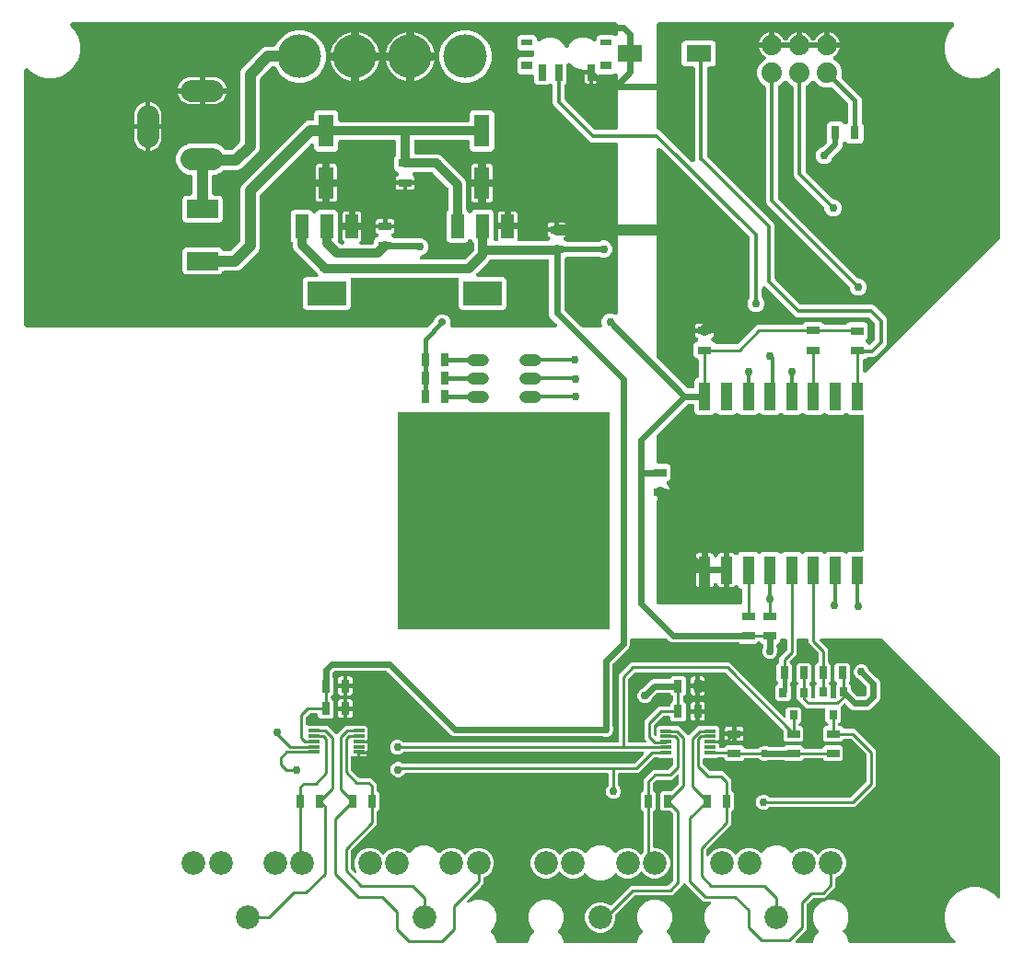
<source format=gbr>
G04 EAGLE Gerber RS-274X export*
G75*
%MOMM*%
%FSLAX34Y34*%
%LPD*%
%INTop Copper*%
%IPPOS*%
%AMOC8*
5,1,8,0,0,1.08239X$1,22.5*%
G01*
%ADD10R,19.500000X20.000000*%
%ADD11R,1.200000X0.800000*%
%ADD12R,1.100000X2.600000*%
%ADD13R,1.219200X2.235200*%
%ADD14R,3.600000X2.200000*%
%ADD15R,1.400000X3.000000*%
%ADD16C,2.184400*%
%ADD17R,1.000000X0.300000*%
%ADD18R,0.800000X0.900000*%
%ADD19R,0.800000X1.200000*%
%ADD20C,4.000000*%
%ADD21C,2.000000*%
%ADD22C,1.879600*%
%ADD23R,0.700000X1.500000*%
%ADD24R,1.000000X0.600000*%
%ADD25R,1.000000X0.800000*%
%ADD26R,2.300000X1.600000*%
%ADD27C,1.100000*%
%ADD28R,2.895600X1.676400*%
%ADD29C,0.406400*%
%ADD30C,0.254000*%
%ADD31C,0.609600*%
%ADD32C,1.016000*%
%ADD33C,0.756400*%
%ADD34C,0.812800*%
%ADD35C,0.706400*%
%ADD36C,0.508000*%
%ADD37C,0.304800*%

G36*
X-538468Y577971D02*
X-538468Y577971D01*
X-538441Y577969D01*
X-538267Y577991D01*
X-538094Y578009D01*
X-538069Y578017D01*
X-538042Y578020D01*
X-537876Y578076D01*
X-537709Y578127D01*
X-537686Y578140D01*
X-537660Y578148D01*
X-537509Y578235D01*
X-537355Y578319D01*
X-537335Y578336D01*
X-537311Y578349D01*
X-537058Y578564D01*
X-532692Y582930D01*
X-532675Y582951D01*
X-532654Y582969D01*
X-532547Y583107D01*
X-532437Y583242D01*
X-532424Y583266D01*
X-532408Y583287D01*
X-532330Y583444D01*
X-532248Y583598D01*
X-532240Y583623D01*
X-532228Y583647D01*
X-532193Y583778D01*
X-530940Y586803D01*
X-528803Y588940D01*
X-526011Y590097D01*
X-522989Y590097D01*
X-520197Y588940D01*
X-518060Y586803D01*
X-516903Y584011D01*
X-516903Y580989D01*
X-516991Y580777D01*
X-516995Y580765D01*
X-517001Y580753D01*
X-517053Y580572D01*
X-517107Y580392D01*
X-517109Y580379D01*
X-517112Y580366D01*
X-517128Y580178D01*
X-517146Y579991D01*
X-517144Y579978D01*
X-517145Y579964D01*
X-517123Y579777D01*
X-517104Y579591D01*
X-517100Y579578D01*
X-517098Y579565D01*
X-517040Y579385D01*
X-516984Y579206D01*
X-516978Y579195D01*
X-516973Y579182D01*
X-516881Y579018D01*
X-516791Y578853D01*
X-516782Y578843D01*
X-516776Y578831D01*
X-516653Y578689D01*
X-516532Y578545D01*
X-516521Y578537D01*
X-516512Y578527D01*
X-516365Y578412D01*
X-516217Y578294D01*
X-516205Y578288D01*
X-516194Y578280D01*
X-516026Y578196D01*
X-515859Y578110D01*
X-515846Y578106D01*
X-515834Y578100D01*
X-515651Y578051D01*
X-515471Y578000D01*
X-515458Y577999D01*
X-515445Y577996D01*
X-515114Y577969D01*
X-420932Y577969D01*
X-420923Y577970D01*
X-420914Y577969D01*
X-420722Y577990D01*
X-420531Y578009D01*
X-420522Y578011D01*
X-420513Y578012D01*
X-420331Y578070D01*
X-420146Y578127D01*
X-420138Y578131D01*
X-420130Y578134D01*
X-419961Y578227D01*
X-419792Y578319D01*
X-419785Y578324D01*
X-419777Y578329D01*
X-419630Y578453D01*
X-419483Y578576D01*
X-419477Y578583D01*
X-419470Y578589D01*
X-419351Y578740D01*
X-419230Y578890D01*
X-419226Y578898D01*
X-419221Y578905D01*
X-419133Y579078D01*
X-419045Y579247D01*
X-419042Y579256D01*
X-419038Y579264D01*
X-418986Y579450D01*
X-418933Y579634D01*
X-418933Y579643D01*
X-418930Y579652D01*
X-418916Y579845D01*
X-418901Y580036D01*
X-418902Y580044D01*
X-418901Y580053D01*
X-418925Y580246D01*
X-418948Y580435D01*
X-418950Y580444D01*
X-418951Y580453D01*
X-419012Y580635D01*
X-419072Y580818D01*
X-419077Y580826D01*
X-419080Y580834D01*
X-419176Y581001D01*
X-419270Y581169D01*
X-419276Y581176D01*
X-419281Y581183D01*
X-419495Y581436D01*
X-425130Y587071D01*
X-426213Y589685D01*
X-426213Y638840D01*
X-426215Y638858D01*
X-426213Y638876D01*
X-426234Y639058D01*
X-426253Y639241D01*
X-426258Y639258D01*
X-426260Y639275D01*
X-426317Y639450D01*
X-426371Y639626D01*
X-426379Y639641D01*
X-426385Y639658D01*
X-426475Y639818D01*
X-426563Y639980D01*
X-426574Y639993D01*
X-426583Y640009D01*
X-426703Y640148D01*
X-426820Y640289D01*
X-426834Y640300D01*
X-426846Y640314D01*
X-426991Y640426D01*
X-427134Y640541D01*
X-427150Y640549D01*
X-427164Y640560D01*
X-427329Y640642D01*
X-427491Y640727D01*
X-427508Y640732D01*
X-427524Y640740D01*
X-427703Y640787D01*
X-427878Y640838D01*
X-427896Y640840D01*
X-427913Y640844D01*
X-428244Y640871D01*
X-478792Y640871D01*
X-478818Y640869D01*
X-478845Y640871D01*
X-479019Y640849D01*
X-479192Y640831D01*
X-479218Y640824D01*
X-479244Y640820D01*
X-479410Y640765D01*
X-479577Y640713D01*
X-479601Y640700D01*
X-479626Y640692D01*
X-479778Y640605D01*
X-479931Y640521D01*
X-479952Y640504D01*
X-479975Y640491D01*
X-480228Y640276D01*
X-482681Y637823D01*
X-492762Y627742D01*
X-492768Y627735D01*
X-492774Y627730D01*
X-492895Y627579D01*
X-493017Y627431D01*
X-493021Y627423D01*
X-493027Y627416D01*
X-493116Y627244D01*
X-493206Y627075D01*
X-493208Y627066D01*
X-493212Y627059D01*
X-493265Y626874D01*
X-493320Y626689D01*
X-493321Y626680D01*
X-493324Y626672D01*
X-493339Y626480D01*
X-493357Y626288D01*
X-493356Y626279D01*
X-493357Y626270D01*
X-493334Y626081D01*
X-493313Y625888D01*
X-493311Y625879D01*
X-493310Y625871D01*
X-493250Y625689D01*
X-493192Y625504D01*
X-493188Y625496D01*
X-493185Y625488D01*
X-493089Y625319D01*
X-492997Y625152D01*
X-492991Y625145D01*
X-492987Y625137D01*
X-492861Y624991D01*
X-492737Y624845D01*
X-492730Y624839D01*
X-492724Y624832D01*
X-492572Y624715D01*
X-492421Y624595D01*
X-492413Y624591D01*
X-492406Y624586D01*
X-492234Y624500D01*
X-492062Y624413D01*
X-492053Y624410D01*
X-492045Y624406D01*
X-491859Y624356D01*
X-491674Y624305D01*
X-491665Y624304D01*
X-491656Y624302D01*
X-491326Y624275D01*
X-468491Y624275D01*
X-466998Y623656D01*
X-465854Y622512D01*
X-465235Y621019D01*
X-465235Y597401D01*
X-465854Y595908D01*
X-466998Y594764D01*
X-468491Y594145D01*
X-506109Y594145D01*
X-507602Y594764D01*
X-508746Y595908D01*
X-509365Y597401D01*
X-509365Y621018D01*
X-509346Y621063D01*
X-509343Y621076D01*
X-509336Y621087D01*
X-509285Y621267D01*
X-509230Y621448D01*
X-509229Y621461D01*
X-509225Y621474D01*
X-509210Y621662D01*
X-509192Y621849D01*
X-509193Y621862D01*
X-509192Y621876D01*
X-509214Y622063D01*
X-509233Y622249D01*
X-509237Y622262D01*
X-509239Y622275D01*
X-509297Y622454D01*
X-509353Y622634D01*
X-509360Y622645D01*
X-509364Y622658D01*
X-509456Y622822D01*
X-509546Y622987D01*
X-509555Y622997D01*
X-509562Y623009D01*
X-509684Y623150D01*
X-509806Y623295D01*
X-509816Y623303D01*
X-509825Y623314D01*
X-509972Y623428D01*
X-510120Y623546D01*
X-510132Y623552D01*
X-510143Y623560D01*
X-510311Y623644D01*
X-510479Y623730D01*
X-510491Y623734D01*
X-510504Y623740D01*
X-510685Y623789D01*
X-510866Y623840D01*
X-510879Y623841D01*
X-510892Y623844D01*
X-511223Y623871D01*
X-606760Y623871D01*
X-606773Y623870D01*
X-606787Y623871D01*
X-606973Y623850D01*
X-607160Y623831D01*
X-607173Y623827D01*
X-607187Y623826D01*
X-607366Y623768D01*
X-607545Y623713D01*
X-607557Y623707D01*
X-607570Y623703D01*
X-607735Y623611D01*
X-607899Y623521D01*
X-607910Y623513D01*
X-607921Y623506D01*
X-608065Y623383D01*
X-608209Y623264D01*
X-608217Y623253D01*
X-608227Y623245D01*
X-608343Y623096D01*
X-608461Y622950D01*
X-608467Y622938D01*
X-608475Y622927D01*
X-608560Y622759D01*
X-608646Y622593D01*
X-608650Y622580D01*
X-608656Y622568D01*
X-608706Y622387D01*
X-608758Y622206D01*
X-608759Y622192D01*
X-608762Y622179D01*
X-608775Y621992D01*
X-608791Y621804D01*
X-608789Y621791D01*
X-608790Y621778D01*
X-608766Y621592D01*
X-608744Y621405D01*
X-608740Y621392D01*
X-608738Y621379D01*
X-608636Y621063D01*
X-608535Y620819D01*
X-608535Y597201D01*
X-609154Y595708D01*
X-610298Y594564D01*
X-611791Y593945D01*
X-649409Y593945D01*
X-650902Y594564D01*
X-652046Y595708D01*
X-652665Y597201D01*
X-652665Y620819D01*
X-652046Y622312D01*
X-650902Y623456D01*
X-649409Y624075D01*
X-640474Y624075D01*
X-640465Y624076D01*
X-640456Y624075D01*
X-640266Y624096D01*
X-640074Y624115D01*
X-640065Y624117D01*
X-640056Y624118D01*
X-639872Y624177D01*
X-639689Y624233D01*
X-639681Y624237D01*
X-639672Y624240D01*
X-639504Y624333D01*
X-639335Y624425D01*
X-639328Y624430D01*
X-639320Y624435D01*
X-639174Y624559D01*
X-639026Y624682D01*
X-639020Y624689D01*
X-639013Y624695D01*
X-638894Y624846D01*
X-638773Y624996D01*
X-638769Y625004D01*
X-638763Y625011D01*
X-638675Y625184D01*
X-638588Y625353D01*
X-638585Y625362D01*
X-638581Y625370D01*
X-638529Y625556D01*
X-638476Y625740D01*
X-638476Y625749D01*
X-638473Y625758D01*
X-638459Y625949D01*
X-638443Y626142D01*
X-638444Y626151D01*
X-638444Y626160D01*
X-638468Y626350D01*
X-638490Y626541D01*
X-638493Y626550D01*
X-638494Y626559D01*
X-638555Y626741D01*
X-638615Y626924D01*
X-638620Y626932D01*
X-638623Y626941D01*
X-638718Y627106D01*
X-638813Y627275D01*
X-638819Y627282D01*
X-638824Y627289D01*
X-639038Y627542D01*
X-639177Y627681D01*
X-660605Y649109D01*
X-661843Y652097D01*
X-661843Y655255D01*
X-661845Y655282D01*
X-661843Y655308D01*
X-661865Y655482D01*
X-661883Y655656D01*
X-661890Y655681D01*
X-661894Y655708D01*
X-661949Y655873D01*
X-662001Y656040D01*
X-662014Y656064D01*
X-662022Y656089D01*
X-662109Y656241D01*
X-662193Y656395D01*
X-662210Y656415D01*
X-662223Y656438D01*
X-662438Y656691D01*
X-663256Y657510D01*
X-663875Y659003D01*
X-663875Y682973D01*
X-663256Y684466D01*
X-662112Y685610D01*
X-660619Y686229D01*
X-646809Y686229D01*
X-645316Y685610D01*
X-644172Y684466D01*
X-644034Y684132D01*
X-644029Y684124D01*
X-644027Y684116D01*
X-643934Y683946D01*
X-643843Y683777D01*
X-643838Y683770D01*
X-643833Y683763D01*
X-643709Y683615D01*
X-643587Y683467D01*
X-643580Y683461D01*
X-643574Y683454D01*
X-643423Y683334D01*
X-643274Y683213D01*
X-643266Y683209D01*
X-643259Y683203D01*
X-643087Y683115D01*
X-642918Y683026D01*
X-642909Y683024D01*
X-642901Y683020D01*
X-642716Y682967D01*
X-642531Y682913D01*
X-642523Y682912D01*
X-642514Y682910D01*
X-642322Y682895D01*
X-642130Y682878D01*
X-642121Y682879D01*
X-642112Y682879D01*
X-641920Y682902D01*
X-641730Y682924D01*
X-641722Y682926D01*
X-641713Y682927D01*
X-641529Y682988D01*
X-641347Y683047D01*
X-641339Y683051D01*
X-641331Y683054D01*
X-641164Y683149D01*
X-640995Y683243D01*
X-640989Y683249D01*
X-640981Y683253D01*
X-640836Y683379D01*
X-640690Y683505D01*
X-640684Y683512D01*
X-640677Y683518D01*
X-640560Y683671D01*
X-640441Y683822D01*
X-640437Y683830D01*
X-640432Y683837D01*
X-640280Y684132D01*
X-640142Y684467D01*
X-638998Y685610D01*
X-637505Y686229D01*
X-623695Y686229D01*
X-622202Y685610D01*
X-621058Y684466D01*
X-620439Y682973D01*
X-620439Y659004D01*
X-620526Y658795D01*
X-620532Y658773D01*
X-620542Y658754D01*
X-620590Y658581D01*
X-620642Y658409D01*
X-620644Y658387D01*
X-620650Y658366D01*
X-620663Y658186D01*
X-620680Y658009D01*
X-620678Y657987D01*
X-620680Y657964D01*
X-620657Y657786D01*
X-620639Y657608D01*
X-620632Y657587D01*
X-620629Y657565D01*
X-620572Y657395D01*
X-620519Y657224D01*
X-620508Y657204D01*
X-620501Y657183D01*
X-620412Y657028D01*
X-620326Y656871D01*
X-620311Y656854D01*
X-620300Y656834D01*
X-620085Y656581D01*
X-618228Y654724D01*
X-618207Y654707D01*
X-618190Y654686D01*
X-618052Y654579D01*
X-617916Y654469D01*
X-617893Y654456D01*
X-617872Y654440D01*
X-617715Y654362D01*
X-617561Y654280D01*
X-617535Y654272D01*
X-617511Y654260D01*
X-617342Y654215D01*
X-617175Y654165D01*
X-617148Y654163D01*
X-617122Y654156D01*
X-616792Y654129D01*
X-616396Y654129D01*
X-616387Y654130D01*
X-616378Y654129D01*
X-616186Y654150D01*
X-615995Y654169D01*
X-615987Y654171D01*
X-615978Y654172D01*
X-615794Y654230D01*
X-615610Y654287D01*
X-615602Y654291D01*
X-615594Y654294D01*
X-615425Y654387D01*
X-615256Y654479D01*
X-615249Y654484D01*
X-615241Y654489D01*
X-615094Y654614D01*
X-614947Y654736D01*
X-614941Y654743D01*
X-614934Y654749D01*
X-614814Y654901D01*
X-614695Y655050D01*
X-614690Y655058D01*
X-614685Y655065D01*
X-614597Y655238D01*
X-614509Y655407D01*
X-614507Y655416D01*
X-614503Y655424D01*
X-614451Y655609D01*
X-614398Y655794D01*
X-614397Y655803D01*
X-614395Y655812D01*
X-614380Y656004D01*
X-614365Y656196D01*
X-614366Y656204D01*
X-614365Y656213D01*
X-614389Y656405D01*
X-614412Y656595D01*
X-614414Y656604D01*
X-614416Y656613D01*
X-614477Y656795D01*
X-614537Y656978D01*
X-614541Y656986D01*
X-614544Y656994D01*
X-614640Y657162D01*
X-614734Y657329D01*
X-614740Y657336D01*
X-614745Y657343D01*
X-614959Y657596D01*
X-615615Y658252D01*
X-615950Y658831D01*
X-616123Y659477D01*
X-616123Y667941D01*
X-608502Y667941D01*
X-608484Y667942D01*
X-608467Y667941D01*
X-608284Y667962D01*
X-608102Y667981D01*
X-608085Y667986D01*
X-608067Y667988D01*
X-607892Y668045D01*
X-607717Y668099D01*
X-607701Y668107D01*
X-607684Y668113D01*
X-607524Y668203D01*
X-607490Y668222D01*
X-607385Y668170D01*
X-607222Y668085D01*
X-607205Y668080D01*
X-607189Y668072D01*
X-607011Y668024D01*
X-606836Y667974D01*
X-606818Y667972D01*
X-606801Y667968D01*
X-606470Y667941D01*
X-598849Y667941D01*
X-598849Y659477D01*
X-599022Y658831D01*
X-599357Y658252D01*
X-600013Y657596D01*
X-600018Y657589D01*
X-600025Y657584D01*
X-600145Y657435D01*
X-600268Y657285D01*
X-600272Y657277D01*
X-600277Y657270D01*
X-600365Y657101D01*
X-600456Y656929D01*
X-600459Y656920D01*
X-600463Y656913D01*
X-600516Y656728D01*
X-600571Y656543D01*
X-600572Y656534D01*
X-600574Y656526D01*
X-600590Y656335D01*
X-600607Y656142D01*
X-600606Y656133D01*
X-600607Y656124D01*
X-600585Y655935D01*
X-600564Y655742D01*
X-600561Y655733D01*
X-600560Y655725D01*
X-600501Y655542D01*
X-600443Y655358D01*
X-600438Y655350D01*
X-600435Y655342D01*
X-600340Y655173D01*
X-600248Y655006D01*
X-600242Y654999D01*
X-600238Y654991D01*
X-600111Y654845D01*
X-599987Y654699D01*
X-599980Y654693D01*
X-599974Y654686D01*
X-599821Y654567D01*
X-599671Y654449D01*
X-599663Y654445D01*
X-599656Y654440D01*
X-599483Y654353D01*
X-599312Y654267D01*
X-599304Y654264D01*
X-599296Y654260D01*
X-599107Y654210D01*
X-598925Y654159D01*
X-598916Y654158D01*
X-598907Y654156D01*
X-598576Y654129D01*
X-589096Y654129D01*
X-589078Y654131D01*
X-589060Y654129D01*
X-588878Y654150D01*
X-588695Y654169D01*
X-588678Y654174D01*
X-588661Y654176D01*
X-588486Y654233D01*
X-588310Y654287D01*
X-588295Y654295D01*
X-588278Y654301D01*
X-588118Y654391D01*
X-587956Y654479D01*
X-587943Y654490D01*
X-587927Y654499D01*
X-587788Y654619D01*
X-587647Y654736D01*
X-587636Y654750D01*
X-587622Y654762D01*
X-587510Y654907D01*
X-587395Y655050D01*
X-587387Y655066D01*
X-587376Y655080D01*
X-587294Y655245D01*
X-587209Y655407D01*
X-587204Y655424D01*
X-587196Y655440D01*
X-587149Y655619D01*
X-587098Y655794D01*
X-587096Y655812D01*
X-587092Y655829D01*
X-587065Y656160D01*
X-587065Y657809D01*
X-586446Y659302D01*
X-585302Y660446D01*
X-584116Y660937D01*
X-584048Y660974D01*
X-583975Y661002D01*
X-583871Y661069D01*
X-583761Y661127D01*
X-583701Y661177D01*
X-583636Y661219D01*
X-583547Y661305D01*
X-583451Y661384D01*
X-583402Y661444D01*
X-583346Y661498D01*
X-583275Y661600D01*
X-583197Y661697D01*
X-583161Y661765D01*
X-583117Y661829D01*
X-583068Y661943D01*
X-583010Y662053D01*
X-582988Y662128D01*
X-582958Y662199D01*
X-582932Y662320D01*
X-582897Y662439D01*
X-582890Y662517D01*
X-582874Y662593D01*
X-582873Y662717D01*
X-582862Y662841D01*
X-582871Y662918D01*
X-582870Y662996D01*
X-582894Y663117D01*
X-582908Y663241D01*
X-582931Y663315D01*
X-582946Y663391D01*
X-582993Y663506D01*
X-583031Y663624D01*
X-583069Y663692D01*
X-583098Y663764D01*
X-583167Y663867D01*
X-583227Y663975D01*
X-583278Y664035D01*
X-583321Y664099D01*
X-583408Y664187D01*
X-583489Y664281D01*
X-583550Y664329D01*
X-583605Y664384D01*
X-583738Y664476D01*
X-583806Y664529D01*
X-583839Y664546D01*
X-583878Y664573D01*
X-584560Y664967D01*
X-585033Y665440D01*
X-585368Y666019D01*
X-585541Y666665D01*
X-585541Y668969D01*
X-577000Y668969D01*
X-568459Y668969D01*
X-568459Y666665D01*
X-568632Y666019D01*
X-568967Y665440D01*
X-569440Y664967D01*
X-570122Y664573D01*
X-570185Y664528D01*
X-570253Y664490D01*
X-570348Y664411D01*
X-570449Y664338D01*
X-570502Y664281D01*
X-570562Y664231D01*
X-570639Y664134D01*
X-570723Y664043D01*
X-570764Y663977D01*
X-570813Y663916D01*
X-570869Y663806D01*
X-570934Y663700D01*
X-570961Y663627D01*
X-570996Y663558D01*
X-571030Y663439D01*
X-571073Y663322D01*
X-571085Y663246D01*
X-571106Y663171D01*
X-571116Y663047D01*
X-571135Y662925D01*
X-571131Y662847D01*
X-571137Y662769D01*
X-571122Y662646D01*
X-571117Y662522D01*
X-571098Y662447D01*
X-571089Y662370D01*
X-571050Y662252D01*
X-571020Y662132D01*
X-570987Y662061D01*
X-570962Y661988D01*
X-570901Y661880D01*
X-570848Y661768D01*
X-570801Y661705D01*
X-570763Y661638D01*
X-570681Y661544D01*
X-570607Y661445D01*
X-570549Y661393D01*
X-570498Y661334D01*
X-570400Y661259D01*
X-570308Y661176D01*
X-570241Y661136D01*
X-570179Y661089D01*
X-570036Y661015D01*
X-569961Y660971D01*
X-569926Y660959D01*
X-569884Y660937D01*
X-568413Y660328D01*
X-568292Y660264D01*
X-568267Y660256D01*
X-568242Y660244D01*
X-568073Y660199D01*
X-567906Y660149D01*
X-567880Y660147D01*
X-567854Y660140D01*
X-567523Y660113D01*
X-544585Y660113D01*
X-544316Y660001D01*
X-544286Y659992D01*
X-544258Y659978D01*
X-544093Y659934D01*
X-543931Y659885D01*
X-543900Y659882D01*
X-543870Y659874D01*
X-543539Y659847D01*
X-543439Y659847D01*
X-540555Y658652D01*
X-538348Y656445D01*
X-537153Y653561D01*
X-537153Y650439D01*
X-538348Y647555D01*
X-540555Y645348D01*
X-543721Y644037D01*
X-543725Y644035D01*
X-543729Y644033D01*
X-543904Y643938D01*
X-544076Y643846D01*
X-544079Y643844D01*
X-544083Y643841D01*
X-544234Y643715D01*
X-544386Y643590D01*
X-544389Y643586D01*
X-544392Y643584D01*
X-544515Y643431D01*
X-544640Y643277D01*
X-544642Y643273D01*
X-544645Y643270D01*
X-544736Y643093D01*
X-544827Y642921D01*
X-544828Y642916D01*
X-544830Y642913D01*
X-544885Y642724D01*
X-544940Y642534D01*
X-544940Y642530D01*
X-544942Y642526D01*
X-544958Y642328D01*
X-544975Y642133D01*
X-544974Y642129D01*
X-544974Y642124D01*
X-544951Y641927D01*
X-544929Y641733D01*
X-544928Y641729D01*
X-544928Y641725D01*
X-544866Y641537D01*
X-544806Y641350D01*
X-544804Y641346D01*
X-544803Y641342D01*
X-544705Y641169D01*
X-544610Y640998D01*
X-544607Y640995D01*
X-544605Y640991D01*
X-544475Y640841D01*
X-544348Y640693D01*
X-544345Y640690D01*
X-544342Y640686D01*
X-544187Y640566D01*
X-544031Y640444D01*
X-544027Y640442D01*
X-544024Y640440D01*
X-543847Y640352D01*
X-543671Y640264D01*
X-543667Y640262D01*
X-543663Y640260D01*
X-543470Y640209D01*
X-543283Y640157D01*
X-543279Y640157D01*
X-543274Y640156D01*
X-542944Y640129D01*
X-504208Y640129D01*
X-504182Y640131D01*
X-504155Y640129D01*
X-503981Y640151D01*
X-503808Y640169D01*
X-503782Y640176D01*
X-503756Y640180D01*
X-503590Y640235D01*
X-503423Y640287D01*
X-503399Y640300D01*
X-503374Y640308D01*
X-503222Y640395D01*
X-503069Y640479D01*
X-503048Y640496D01*
X-503025Y640509D01*
X-502772Y640724D01*
X-495724Y647772D01*
X-495707Y647793D01*
X-495686Y647810D01*
X-495579Y647948D01*
X-495469Y648084D01*
X-495456Y648107D01*
X-495440Y648128D01*
X-495362Y648285D01*
X-495280Y648439D01*
X-495272Y648465D01*
X-495260Y648489D01*
X-495215Y648658D01*
X-495165Y648825D01*
X-495163Y648852D01*
X-495156Y648878D01*
X-495129Y649208D01*
X-495129Y655155D01*
X-495131Y655181D01*
X-495130Y655192D01*
X-495131Y655193D01*
X-495129Y655208D01*
X-495151Y655382D01*
X-495169Y655556D01*
X-495176Y655579D01*
X-495177Y655592D01*
X-495178Y655594D01*
X-495180Y655608D01*
X-495235Y655773D01*
X-495287Y655940D01*
X-495297Y655960D01*
X-495302Y655974D01*
X-495304Y655978D01*
X-495308Y655989D01*
X-495395Y656141D01*
X-495479Y656295D01*
X-495492Y656310D01*
X-495500Y656325D01*
X-495504Y656330D01*
X-495509Y656338D01*
X-495724Y656591D01*
X-496842Y657709D01*
X-496980Y658044D01*
X-496985Y658052D01*
X-496987Y658060D01*
X-497079Y658228D01*
X-497170Y658399D01*
X-497176Y658406D01*
X-497181Y658413D01*
X-497304Y658560D01*
X-497427Y658709D01*
X-497434Y658715D01*
X-497440Y658722D01*
X-497589Y658841D01*
X-497740Y658963D01*
X-497748Y658967D01*
X-497754Y658972D01*
X-497924Y659060D01*
X-498096Y659150D01*
X-498105Y659152D01*
X-498113Y659156D01*
X-498297Y659209D01*
X-498482Y659263D01*
X-498491Y659264D01*
X-498500Y659266D01*
X-498692Y659281D01*
X-498884Y659298D01*
X-498892Y659297D01*
X-498901Y659297D01*
X-499091Y659274D01*
X-499284Y659252D01*
X-499292Y659250D01*
X-499301Y659249D01*
X-499483Y659188D01*
X-499667Y659129D01*
X-499675Y659125D01*
X-499683Y659122D01*
X-499850Y659027D01*
X-500018Y658933D01*
X-500025Y658927D01*
X-500033Y658923D01*
X-500178Y658796D01*
X-500324Y658671D01*
X-500330Y658664D01*
X-500337Y658658D01*
X-500455Y658504D01*
X-500573Y658354D01*
X-500577Y658346D01*
X-500582Y658339D01*
X-500734Y658044D01*
X-500872Y657710D01*
X-502016Y656566D01*
X-503509Y655947D01*
X-517319Y655947D01*
X-518812Y656566D01*
X-519956Y657710D01*
X-520575Y659203D01*
X-520575Y683173D01*
X-519956Y684666D01*
X-519138Y685485D01*
X-519121Y685505D01*
X-519100Y685523D01*
X-518994Y685661D01*
X-518883Y685796D01*
X-518870Y685820D01*
X-518854Y685841D01*
X-518776Y685998D01*
X-518694Y686152D01*
X-518686Y686177D01*
X-518674Y686202D01*
X-518629Y686371D01*
X-518579Y686538D01*
X-518577Y686564D01*
X-518570Y686590D01*
X-518543Y686921D01*
X-518543Y705206D01*
X-518545Y705232D01*
X-518543Y705259D01*
X-518565Y705433D01*
X-518583Y705606D01*
X-518590Y705632D01*
X-518594Y705658D01*
X-518649Y705824D01*
X-518701Y705991D01*
X-518714Y706015D01*
X-518722Y706040D01*
X-518809Y706192D01*
X-518893Y706345D01*
X-518910Y706366D01*
X-518923Y706389D01*
X-519138Y706642D01*
X-532772Y720276D01*
X-532793Y720293D01*
X-532810Y720314D01*
X-532948Y720421D01*
X-533084Y720531D01*
X-533107Y720544D01*
X-533128Y720560D01*
X-533285Y720638D01*
X-533439Y720720D01*
X-533465Y720728D01*
X-533489Y720740D01*
X-533658Y720785D01*
X-533825Y720835D01*
X-533852Y720837D01*
X-533878Y720844D01*
X-534208Y720871D01*
X-550007Y720871D01*
X-550080Y720864D01*
X-550153Y720866D01*
X-550280Y720844D01*
X-550408Y720831D01*
X-550478Y720810D01*
X-550550Y720797D01*
X-550670Y720751D01*
X-550793Y720713D01*
X-550857Y720678D01*
X-550926Y720652D01*
X-551034Y720583D01*
X-551147Y720521D01*
X-551203Y720475D01*
X-551265Y720435D01*
X-551357Y720346D01*
X-551456Y720264D01*
X-551502Y720207D01*
X-551555Y720156D01*
X-551628Y720050D01*
X-551708Y719950D01*
X-551742Y719885D01*
X-551784Y719825D01*
X-551835Y719707D01*
X-551894Y719593D01*
X-551914Y719522D01*
X-551943Y719455D01*
X-551970Y719329D01*
X-552005Y719206D01*
X-552011Y719133D01*
X-552026Y719061D01*
X-552028Y718933D01*
X-552038Y718804D01*
X-552030Y718732D01*
X-552030Y718658D01*
X-552006Y718532D01*
X-551991Y718405D01*
X-551968Y718335D01*
X-551955Y718263D01*
X-551906Y718144D01*
X-551866Y718022D01*
X-551830Y717958D01*
X-551803Y717890D01*
X-551732Y717783D01*
X-551668Y717671D01*
X-551621Y717616D01*
X-551580Y717555D01*
X-551489Y717464D01*
X-551405Y717367D01*
X-551347Y717322D01*
X-551296Y717270D01*
X-551156Y717173D01*
X-551087Y717120D01*
X-551057Y717105D01*
X-551023Y717081D01*
X-550940Y717033D01*
X-550467Y716560D01*
X-550132Y715981D01*
X-549959Y715335D01*
X-549959Y713031D01*
X-558500Y713031D01*
X-567041Y713031D01*
X-567041Y715335D01*
X-566868Y715981D01*
X-566533Y716560D01*
X-566060Y717033D01*
X-565378Y717427D01*
X-565315Y717472D01*
X-565247Y717510D01*
X-565152Y717589D01*
X-565051Y717662D01*
X-564998Y717719D01*
X-564938Y717769D01*
X-564861Y717866D01*
X-564777Y717957D01*
X-564736Y718023D01*
X-564687Y718084D01*
X-564631Y718194D01*
X-564566Y718300D01*
X-564539Y718373D01*
X-564504Y718442D01*
X-564470Y718561D01*
X-564427Y718678D01*
X-564415Y718754D01*
X-564394Y718829D01*
X-564384Y718953D01*
X-564365Y719075D01*
X-564369Y719153D01*
X-564363Y719231D01*
X-564378Y719354D01*
X-564383Y719478D01*
X-564402Y719553D01*
X-564411Y719630D01*
X-564450Y719748D01*
X-564480Y719868D01*
X-564513Y719939D01*
X-564538Y720012D01*
X-564599Y720120D01*
X-564652Y720232D01*
X-564699Y720295D01*
X-564737Y720362D01*
X-564819Y720456D01*
X-564893Y720555D01*
X-564951Y720607D01*
X-565002Y720666D01*
X-565100Y720741D01*
X-565192Y720824D01*
X-565259Y720864D01*
X-565321Y720911D01*
X-565464Y720985D01*
X-565539Y721029D01*
X-565574Y721041D01*
X-565616Y721063D01*
X-566802Y721554D01*
X-567946Y722698D01*
X-568565Y724191D01*
X-568565Y733809D01*
X-567946Y735302D01*
X-567224Y736025D01*
X-567207Y736045D01*
X-567186Y736063D01*
X-567080Y736201D01*
X-566969Y736336D01*
X-566956Y736360D01*
X-566940Y736381D01*
X-566862Y736537D01*
X-566780Y736692D01*
X-566772Y736717D01*
X-566760Y736742D01*
X-566715Y736911D01*
X-566665Y737078D01*
X-566663Y737104D01*
X-566656Y737130D01*
X-566629Y737461D01*
X-566629Y748640D01*
X-566631Y748658D01*
X-566629Y748676D01*
X-566650Y748858D01*
X-566669Y749041D01*
X-566674Y749058D01*
X-566676Y749075D01*
X-566733Y749250D01*
X-566787Y749426D01*
X-566795Y749441D01*
X-566801Y749458D01*
X-566891Y749618D01*
X-566979Y749780D01*
X-566990Y749793D01*
X-566999Y749809D01*
X-567119Y749948D01*
X-567236Y750089D01*
X-567250Y750100D01*
X-567262Y750114D01*
X-567407Y750226D01*
X-567550Y750341D01*
X-567566Y750349D01*
X-567580Y750360D01*
X-567745Y750442D01*
X-567907Y750527D01*
X-567924Y750532D01*
X-567940Y750540D01*
X-568119Y750587D01*
X-568294Y750638D01*
X-568312Y750640D01*
X-568329Y750644D01*
X-568660Y750671D01*
X-617904Y750671D01*
X-617922Y750669D01*
X-617940Y750671D01*
X-618122Y750650D01*
X-618305Y750631D01*
X-618322Y750626D01*
X-618339Y750624D01*
X-618514Y750567D01*
X-618690Y750513D01*
X-618705Y750505D01*
X-618722Y750499D01*
X-618882Y750409D01*
X-619044Y750321D01*
X-619057Y750310D01*
X-619073Y750301D01*
X-619212Y750181D01*
X-619353Y750064D01*
X-619364Y750050D01*
X-619378Y750038D01*
X-619490Y749893D01*
X-619605Y749750D01*
X-619613Y749734D01*
X-619624Y749720D01*
X-619706Y749555D01*
X-619791Y749393D01*
X-619796Y749376D01*
X-619804Y749360D01*
X-619851Y749181D01*
X-619902Y749006D01*
X-619904Y748988D01*
X-619908Y748971D01*
X-619935Y748640D01*
X-619935Y743191D01*
X-620554Y741698D01*
X-621698Y740554D01*
X-623191Y739935D01*
X-638809Y739935D01*
X-640302Y740554D01*
X-641446Y741698D01*
X-642065Y743191D01*
X-642065Y745099D01*
X-642066Y745108D01*
X-642065Y745117D01*
X-642086Y745308D01*
X-642105Y745499D01*
X-642107Y745508D01*
X-642108Y745517D01*
X-642167Y745701D01*
X-642223Y745884D01*
X-642227Y745892D01*
X-642230Y745901D01*
X-642323Y746069D01*
X-642415Y746238D01*
X-642420Y746245D01*
X-642425Y746253D01*
X-642549Y746400D01*
X-642672Y746548D01*
X-642679Y746553D01*
X-642685Y746560D01*
X-642837Y746680D01*
X-642986Y746800D01*
X-642994Y746804D01*
X-643001Y746810D01*
X-643174Y746897D01*
X-643343Y746985D01*
X-643352Y746988D01*
X-643360Y746992D01*
X-643546Y747044D01*
X-643730Y747097D01*
X-643739Y747098D01*
X-643748Y747100D01*
X-643941Y747114D01*
X-644132Y747130D01*
X-644140Y747129D01*
X-644149Y747129D01*
X-644342Y747105D01*
X-644531Y747083D01*
X-644540Y747080D01*
X-644549Y747079D01*
X-644731Y747018D01*
X-644914Y746958D01*
X-644922Y746954D01*
X-644930Y746951D01*
X-645097Y746855D01*
X-645265Y746760D01*
X-645272Y746754D01*
X-645279Y746750D01*
X-645532Y746535D01*
X-691260Y700807D01*
X-691277Y700786D01*
X-691298Y700769D01*
X-691405Y700631D01*
X-691515Y700496D01*
X-691528Y700472D01*
X-691544Y700451D01*
X-691622Y700294D01*
X-691704Y700140D01*
X-691712Y700114D01*
X-691724Y700090D01*
X-691769Y699921D01*
X-691819Y699754D01*
X-691821Y699727D01*
X-691828Y699701D01*
X-691855Y699371D01*
X-691855Y651181D01*
X-693247Y647820D01*
X-709696Y631371D01*
X-711502Y630623D01*
X-713057Y629979D01*
X-725081Y629979D01*
X-725103Y629977D01*
X-725126Y629979D01*
X-725303Y629957D01*
X-725482Y629939D01*
X-725503Y629933D01*
X-725525Y629930D01*
X-725695Y629874D01*
X-725867Y629821D01*
X-725886Y629811D01*
X-725907Y629804D01*
X-726063Y629715D01*
X-726221Y629629D01*
X-726238Y629615D01*
X-726257Y629604D01*
X-726392Y629486D01*
X-726530Y629372D01*
X-726544Y629354D01*
X-726561Y629340D01*
X-726670Y629197D01*
X-726782Y629058D01*
X-726793Y629038D01*
X-726806Y629020D01*
X-726958Y628725D01*
X-727076Y628439D01*
X-728220Y627296D01*
X-729713Y626677D01*
X-760287Y626677D01*
X-761780Y627296D01*
X-762924Y628440D01*
X-763543Y629933D01*
X-763543Y648315D01*
X-762924Y649808D01*
X-761780Y650952D01*
X-760287Y651571D01*
X-729713Y651571D01*
X-728220Y650952D01*
X-727076Y649809D01*
X-726958Y649523D01*
X-726947Y649503D01*
X-726940Y649482D01*
X-726852Y649326D01*
X-726768Y649168D01*
X-726753Y649151D01*
X-726742Y649131D01*
X-726625Y648996D01*
X-726511Y648857D01*
X-726494Y648843D01*
X-726479Y648826D01*
X-726338Y648717D01*
X-726199Y648604D01*
X-726179Y648593D01*
X-726161Y648580D01*
X-726000Y648500D01*
X-725842Y648417D01*
X-725821Y648410D01*
X-725801Y648400D01*
X-725627Y648354D01*
X-725456Y648304D01*
X-725433Y648302D01*
X-725412Y648296D01*
X-725081Y648269D01*
X-719505Y648269D01*
X-719479Y648271D01*
X-719452Y648269D01*
X-719278Y648291D01*
X-719105Y648309D01*
X-719079Y648316D01*
X-719053Y648320D01*
X-718887Y648375D01*
X-718720Y648427D01*
X-718696Y648440D01*
X-718671Y648448D01*
X-718519Y648535D01*
X-718366Y648619D01*
X-718345Y648636D01*
X-718322Y648649D01*
X-718069Y648864D01*
X-710740Y656193D01*
X-710723Y656214D01*
X-710702Y656231D01*
X-710595Y656369D01*
X-710485Y656504D01*
X-710472Y656528D01*
X-710456Y656549D01*
X-710378Y656706D01*
X-710296Y656860D01*
X-710288Y656886D01*
X-710276Y656910D01*
X-710231Y657079D01*
X-710181Y657246D01*
X-710179Y657273D01*
X-710172Y657299D01*
X-710145Y657629D01*
X-710145Y705819D01*
X-708753Y709180D01*
X-651180Y766753D01*
X-647819Y768145D01*
X-644096Y768145D01*
X-644078Y768147D01*
X-644060Y768145D01*
X-643878Y768166D01*
X-643695Y768185D01*
X-643678Y768190D01*
X-643661Y768192D01*
X-643486Y768249D01*
X-643310Y768303D01*
X-643295Y768311D01*
X-643278Y768317D01*
X-643118Y768407D01*
X-642956Y768495D01*
X-642943Y768506D01*
X-642927Y768515D01*
X-642788Y768635D01*
X-642647Y768752D01*
X-642636Y768766D01*
X-642622Y768778D01*
X-642510Y768923D01*
X-642395Y769066D01*
X-642387Y769082D01*
X-642376Y769096D01*
X-642294Y769261D01*
X-642209Y769423D01*
X-642204Y769440D01*
X-642196Y769456D01*
X-642149Y769635D01*
X-642098Y769810D01*
X-642096Y769828D01*
X-642092Y769845D01*
X-642065Y770176D01*
X-642065Y774809D01*
X-641446Y776302D01*
X-640302Y777446D01*
X-638809Y778065D01*
X-623191Y778065D01*
X-621698Y777446D01*
X-620554Y776302D01*
X-619935Y774809D01*
X-619935Y768960D01*
X-619933Y768942D01*
X-619935Y768924D01*
X-619914Y768742D01*
X-619895Y768559D01*
X-619890Y768542D01*
X-619888Y768525D01*
X-619831Y768350D01*
X-619777Y768174D01*
X-619769Y768159D01*
X-619763Y768142D01*
X-619673Y767982D01*
X-619585Y767820D01*
X-619574Y767807D01*
X-619565Y767791D01*
X-619445Y767652D01*
X-619328Y767511D01*
X-619314Y767500D01*
X-619302Y767486D01*
X-619157Y767374D01*
X-619014Y767259D01*
X-618998Y767251D01*
X-618984Y767240D01*
X-618819Y767158D01*
X-618657Y767073D01*
X-618640Y767068D01*
X-618624Y767060D01*
X-618445Y767013D01*
X-618270Y766962D01*
X-618252Y766960D01*
X-618235Y766956D01*
X-617904Y766929D01*
X-500896Y766929D01*
X-500878Y766931D01*
X-500860Y766929D01*
X-500678Y766950D01*
X-500495Y766969D01*
X-500478Y766974D01*
X-500461Y766976D01*
X-500286Y767033D01*
X-500110Y767087D01*
X-500095Y767095D01*
X-500078Y767101D01*
X-499918Y767191D01*
X-499756Y767279D01*
X-499743Y767290D01*
X-499727Y767299D01*
X-499588Y767419D01*
X-499447Y767536D01*
X-499436Y767550D01*
X-499422Y767562D01*
X-499310Y767707D01*
X-499195Y767850D01*
X-499187Y767866D01*
X-499176Y767880D01*
X-499094Y768044D01*
X-499009Y768207D01*
X-499004Y768224D01*
X-498996Y768240D01*
X-498949Y768419D01*
X-498898Y768594D01*
X-498896Y768612D01*
X-498892Y768629D01*
X-498865Y768960D01*
X-498865Y774609D01*
X-498246Y776102D01*
X-497102Y777246D01*
X-495609Y777865D01*
X-479991Y777865D01*
X-478498Y777246D01*
X-477354Y776102D01*
X-476735Y774609D01*
X-476735Y742991D01*
X-477354Y741498D01*
X-478498Y740354D01*
X-479991Y739735D01*
X-495609Y739735D01*
X-497102Y740354D01*
X-498246Y741498D01*
X-498865Y742991D01*
X-498865Y748640D01*
X-498867Y748658D01*
X-498865Y748676D01*
X-498886Y748858D01*
X-498905Y749041D01*
X-498910Y749058D01*
X-498912Y749075D01*
X-498969Y749250D01*
X-499023Y749426D01*
X-499031Y749441D01*
X-499037Y749458D01*
X-499127Y749618D01*
X-499215Y749780D01*
X-499226Y749793D01*
X-499235Y749809D01*
X-499355Y749948D01*
X-499472Y750089D01*
X-499486Y750100D01*
X-499498Y750114D01*
X-499643Y750226D01*
X-499786Y750341D01*
X-499802Y750349D01*
X-499816Y750360D01*
X-499981Y750442D01*
X-500143Y750527D01*
X-500160Y750532D01*
X-500176Y750540D01*
X-500355Y750587D01*
X-500530Y750638D01*
X-500548Y750640D01*
X-500565Y750644D01*
X-500896Y750671D01*
X-548340Y750671D01*
X-548358Y750669D01*
X-548376Y750671D01*
X-548558Y750650D01*
X-548741Y750631D01*
X-548758Y750626D01*
X-548775Y750624D01*
X-548950Y750567D01*
X-549126Y750513D01*
X-549141Y750505D01*
X-549158Y750499D01*
X-549318Y750409D01*
X-549480Y750321D01*
X-549493Y750310D01*
X-549509Y750301D01*
X-549648Y750181D01*
X-549789Y750064D01*
X-549800Y750050D01*
X-549814Y750038D01*
X-549926Y749893D01*
X-550041Y749750D01*
X-550049Y749734D01*
X-550060Y749720D01*
X-550142Y749555D01*
X-550227Y749393D01*
X-550232Y749376D01*
X-550240Y749360D01*
X-550287Y749181D01*
X-550338Y749006D01*
X-550340Y748988D01*
X-550344Y748971D01*
X-550371Y748640D01*
X-550371Y739160D01*
X-550369Y739142D01*
X-550371Y739124D01*
X-550350Y738942D01*
X-550331Y738759D01*
X-550326Y738742D01*
X-550324Y738725D01*
X-550267Y738550D01*
X-550213Y738374D01*
X-550205Y738359D01*
X-550199Y738342D01*
X-550109Y738182D01*
X-550021Y738020D01*
X-550010Y738007D01*
X-550001Y737991D01*
X-549881Y737852D01*
X-549764Y737711D01*
X-549750Y737700D01*
X-549738Y737686D01*
X-549593Y737574D01*
X-549450Y737459D01*
X-549434Y737451D01*
X-549420Y737440D01*
X-549255Y737358D01*
X-549093Y737273D01*
X-549076Y737268D01*
X-549060Y737260D01*
X-548881Y737213D01*
X-548706Y737162D01*
X-548688Y737160D01*
X-548671Y737156D01*
X-548340Y737129D01*
X-528383Y737129D01*
X-525395Y735891D01*
X-503523Y714019D01*
X-502285Y711031D01*
X-502285Y686921D01*
X-502283Y686894D01*
X-502285Y686868D01*
X-502263Y686694D01*
X-502245Y686520D01*
X-502238Y686495D01*
X-502234Y686468D01*
X-502179Y686303D01*
X-502127Y686136D01*
X-502114Y686112D01*
X-502106Y686087D01*
X-502019Y685935D01*
X-501935Y685781D01*
X-501918Y685761D01*
X-501905Y685738D01*
X-501690Y685485D01*
X-500872Y684666D01*
X-500734Y684332D01*
X-500729Y684324D01*
X-500727Y684316D01*
X-500634Y684146D01*
X-500543Y683977D01*
X-500538Y683970D01*
X-500533Y683963D01*
X-500409Y683815D01*
X-500287Y683667D01*
X-500280Y683661D01*
X-500274Y683654D01*
X-500123Y683534D01*
X-499974Y683413D01*
X-499966Y683409D01*
X-499959Y683403D01*
X-499787Y683315D01*
X-499618Y683226D01*
X-499609Y683224D01*
X-499601Y683220D01*
X-499416Y683167D01*
X-499231Y683113D01*
X-499223Y683112D01*
X-499214Y683110D01*
X-499022Y683095D01*
X-498830Y683078D01*
X-498821Y683079D01*
X-498812Y683079D01*
X-498620Y683102D01*
X-498430Y683124D01*
X-498422Y683126D01*
X-498413Y683127D01*
X-498229Y683188D01*
X-498047Y683247D01*
X-498039Y683251D01*
X-498031Y683254D01*
X-497864Y683349D01*
X-497695Y683443D01*
X-497689Y683449D01*
X-497681Y683453D01*
X-497536Y683579D01*
X-497390Y683705D01*
X-497384Y683712D01*
X-497377Y683718D01*
X-497260Y683871D01*
X-497141Y684022D01*
X-497137Y684030D01*
X-497132Y684037D01*
X-496980Y684332D01*
X-496842Y684667D01*
X-495698Y685810D01*
X-494205Y686429D01*
X-480395Y686429D01*
X-478902Y685810D01*
X-477758Y684666D01*
X-477139Y683173D01*
X-477139Y659160D01*
X-477137Y659142D01*
X-477139Y659124D01*
X-477118Y658942D01*
X-477099Y658759D01*
X-477094Y658742D01*
X-477092Y658725D01*
X-477035Y658550D01*
X-476981Y658374D01*
X-476973Y658359D01*
X-476967Y658342D01*
X-476877Y658182D01*
X-476789Y658020D01*
X-476778Y658007D01*
X-476769Y657991D01*
X-476649Y657852D01*
X-476532Y657711D01*
X-476518Y657700D01*
X-476506Y657686D01*
X-476361Y657574D01*
X-476218Y657459D01*
X-476202Y657451D01*
X-476188Y657440D01*
X-476023Y657358D01*
X-475861Y657273D01*
X-475844Y657268D01*
X-475828Y657260D01*
X-475649Y657213D01*
X-475474Y657162D01*
X-475456Y657160D01*
X-475439Y657156D01*
X-475108Y657129D01*
X-474787Y657129D01*
X-474705Y657137D01*
X-474623Y657135D01*
X-474505Y657157D01*
X-474386Y657169D01*
X-474308Y657193D01*
X-474227Y657207D01*
X-474116Y657252D01*
X-474001Y657287D01*
X-473929Y657326D01*
X-473853Y657356D01*
X-473753Y657422D01*
X-473647Y657479D01*
X-473584Y657531D01*
X-473515Y657576D01*
X-473430Y657660D01*
X-473338Y657736D01*
X-473287Y657800D01*
X-473228Y657858D01*
X-473161Y657957D01*
X-473086Y658050D01*
X-473048Y658123D01*
X-473002Y658191D01*
X-472955Y658301D01*
X-472900Y658407D01*
X-472878Y658486D01*
X-472846Y658562D01*
X-472822Y658679D01*
X-472789Y658794D01*
X-472782Y658876D01*
X-472766Y658957D01*
X-472766Y659076D01*
X-472756Y659196D01*
X-472766Y659277D01*
X-472766Y659359D01*
X-472793Y659510D01*
X-472803Y659595D01*
X-472816Y659634D01*
X-472818Y659647D01*
X-472819Y659654D01*
X-472820Y659658D01*
X-472823Y659674D01*
X-472823Y668141D01*
X-465202Y668141D01*
X-465184Y668142D01*
X-465167Y668141D01*
X-464984Y668162D01*
X-464802Y668181D01*
X-464785Y668186D01*
X-464767Y668188D01*
X-464592Y668245D01*
X-464417Y668299D01*
X-464401Y668307D01*
X-464384Y668313D01*
X-464224Y668403D01*
X-464190Y668422D01*
X-464085Y668370D01*
X-463922Y668285D01*
X-463905Y668280D01*
X-463889Y668272D01*
X-463711Y668224D01*
X-463536Y668174D01*
X-463518Y668172D01*
X-463501Y668168D01*
X-463170Y668141D01*
X-455549Y668141D01*
X-455549Y659672D01*
X-455559Y659614D01*
X-455567Y659584D01*
X-455568Y659579D01*
X-455583Y659526D01*
X-455593Y659407D01*
X-455612Y659289D01*
X-455609Y659206D01*
X-455616Y659124D01*
X-455602Y659006D01*
X-455598Y658886D01*
X-455579Y658806D01*
X-455569Y658725D01*
X-455532Y658611D01*
X-455504Y658495D01*
X-455470Y658420D01*
X-455444Y658342D01*
X-455385Y658238D01*
X-455335Y658129D01*
X-455287Y658063D01*
X-455246Y657991D01*
X-455168Y657901D01*
X-455098Y657804D01*
X-455037Y657749D01*
X-454983Y657686D01*
X-454889Y657613D01*
X-454800Y657532D01*
X-454730Y657490D01*
X-454665Y657440D01*
X-454558Y657386D01*
X-454456Y657325D01*
X-454378Y657297D01*
X-454305Y657260D01*
X-454189Y657229D01*
X-454076Y657189D01*
X-453995Y657177D01*
X-453916Y657156D01*
X-453764Y657143D01*
X-453678Y657131D01*
X-453637Y657133D01*
X-453585Y657129D01*
X-428089Y657129D01*
X-428058Y657132D01*
X-428027Y657130D01*
X-427858Y657152D01*
X-427689Y657169D01*
X-427659Y657178D01*
X-427628Y657182D01*
X-427312Y657283D01*
X-427162Y657346D01*
X-426216Y657737D01*
X-426148Y657774D01*
X-426075Y657802D01*
X-425971Y657869D01*
X-425861Y657927D01*
X-425801Y657977D01*
X-425736Y658019D01*
X-425647Y658105D01*
X-425551Y658184D01*
X-425502Y658244D01*
X-425446Y658298D01*
X-425375Y658400D01*
X-425297Y658497D01*
X-425261Y658565D01*
X-425217Y658629D01*
X-425168Y658743D01*
X-425110Y658853D01*
X-425088Y658928D01*
X-425058Y658999D01*
X-425032Y659120D01*
X-424997Y659239D01*
X-424990Y659317D01*
X-424974Y659393D01*
X-424973Y659517D01*
X-424962Y659641D01*
X-424971Y659718D01*
X-424970Y659796D01*
X-424994Y659917D01*
X-425008Y660041D01*
X-425031Y660115D01*
X-425046Y660191D01*
X-425093Y660306D01*
X-425131Y660424D01*
X-425169Y660492D01*
X-425198Y660564D01*
X-425266Y660667D01*
X-425327Y660775D01*
X-425378Y660835D01*
X-425421Y660899D01*
X-425508Y660987D01*
X-425589Y661081D01*
X-425650Y661129D01*
X-425705Y661184D01*
X-425838Y661276D01*
X-425906Y661329D01*
X-425939Y661346D01*
X-425978Y661373D01*
X-426660Y661767D01*
X-427133Y662240D01*
X-427468Y662819D01*
X-427641Y663465D01*
X-427641Y665769D01*
X-419100Y665769D01*
X-410559Y665769D01*
X-410559Y663465D01*
X-410732Y662819D01*
X-411067Y662240D01*
X-411540Y661767D01*
X-412222Y661373D01*
X-412285Y661328D01*
X-412353Y661290D01*
X-412448Y661211D01*
X-412549Y661138D01*
X-412602Y661081D01*
X-412662Y661031D01*
X-412739Y660934D01*
X-412823Y660843D01*
X-412864Y660777D01*
X-412913Y660716D01*
X-412969Y660606D01*
X-413034Y660500D01*
X-413061Y660427D01*
X-413096Y660358D01*
X-413130Y660239D01*
X-413173Y660122D01*
X-413185Y660046D01*
X-413206Y659971D01*
X-413216Y659847D01*
X-413235Y659725D01*
X-413231Y659647D01*
X-413237Y659569D01*
X-413222Y659446D01*
X-413217Y659322D01*
X-413198Y659247D01*
X-413189Y659170D01*
X-413150Y659052D01*
X-413120Y658932D01*
X-413087Y658861D01*
X-413062Y658788D01*
X-413001Y658680D01*
X-412948Y658568D01*
X-412901Y658505D01*
X-412863Y658438D01*
X-412781Y658344D01*
X-412707Y658245D01*
X-412649Y658193D01*
X-412598Y658134D01*
X-412500Y658059D01*
X-412408Y657976D01*
X-412341Y657936D01*
X-412279Y657889D01*
X-412136Y657815D01*
X-412061Y657771D01*
X-412026Y657759D01*
X-411984Y657737D01*
X-410798Y657246D01*
X-410751Y657200D01*
X-410731Y657183D01*
X-410713Y657162D01*
X-410575Y657055D01*
X-410440Y656945D01*
X-410416Y656932D01*
X-410395Y656916D01*
X-410238Y656838D01*
X-410084Y656756D01*
X-410059Y656748D01*
X-410034Y656736D01*
X-409865Y656691D01*
X-409698Y656641D01*
X-409672Y656639D01*
X-409646Y656632D01*
X-409315Y656605D01*
X-380963Y656605D01*
X-380932Y656608D01*
X-380901Y656606D01*
X-380732Y656628D01*
X-380563Y656645D01*
X-380533Y656654D01*
X-380502Y656658D01*
X-380186Y656759D01*
X-377561Y657847D01*
X-374439Y657847D01*
X-371555Y656652D01*
X-369348Y654445D01*
X-368153Y651561D01*
X-368153Y648439D01*
X-369348Y645555D01*
X-371555Y643348D01*
X-374439Y642153D01*
X-377561Y642153D01*
X-380186Y643241D01*
X-380216Y643250D01*
X-380244Y643264D01*
X-380408Y643308D01*
X-380571Y643357D01*
X-380602Y643360D01*
X-380633Y643368D01*
X-380963Y643395D01*
X-408915Y643395D01*
X-408942Y643393D01*
X-408968Y643395D01*
X-409142Y643373D01*
X-409316Y643355D01*
X-409341Y643348D01*
X-409368Y643344D01*
X-409533Y643289D01*
X-409700Y643237D01*
X-409724Y643224D01*
X-409749Y643216D01*
X-409901Y643129D01*
X-410055Y643045D01*
X-410075Y643028D01*
X-410098Y643015D01*
X-410351Y642800D01*
X-410807Y642345D01*
X-410930Y642275D01*
X-411088Y642191D01*
X-411105Y642176D01*
X-411125Y642165D01*
X-411260Y642048D01*
X-411399Y641934D01*
X-411413Y641917D01*
X-411430Y641902D01*
X-411539Y641761D01*
X-411652Y641621D01*
X-411663Y641602D01*
X-411676Y641584D01*
X-411756Y641424D01*
X-411839Y641265D01*
X-411846Y641244D01*
X-411856Y641224D01*
X-411902Y641050D01*
X-411952Y640879D01*
X-411954Y640856D01*
X-411960Y640835D01*
X-411987Y640504D01*
X-411987Y594888D01*
X-411985Y594861D01*
X-411987Y594834D01*
X-411965Y594660D01*
X-411947Y594487D01*
X-411940Y594461D01*
X-411936Y594435D01*
X-411881Y594269D01*
X-411829Y594102D01*
X-411816Y594078D01*
X-411808Y594053D01*
X-411721Y593901D01*
X-411637Y593748D01*
X-411620Y593728D01*
X-411607Y593704D01*
X-411392Y593451D01*
X-396505Y578564D01*
X-396484Y578547D01*
X-396467Y578527D01*
X-396329Y578419D01*
X-396193Y578309D01*
X-396170Y578296D01*
X-396148Y578280D01*
X-395992Y578202D01*
X-395838Y578120D01*
X-395812Y578112D01*
X-395788Y578100D01*
X-395619Y578055D01*
X-395452Y578005D01*
X-395425Y578003D01*
X-395399Y577996D01*
X-395068Y577969D01*
X-379449Y577969D01*
X-379436Y577970D01*
X-379423Y577969D01*
X-379236Y577990D01*
X-379049Y578009D01*
X-379036Y578013D01*
X-379022Y578014D01*
X-378844Y578071D01*
X-378664Y578127D01*
X-378652Y578133D01*
X-378639Y578137D01*
X-378475Y578229D01*
X-378310Y578319D01*
X-378299Y578327D01*
X-378288Y578334D01*
X-378144Y578457D01*
X-378000Y578576D01*
X-377992Y578587D01*
X-377982Y578595D01*
X-377866Y578744D01*
X-377748Y578890D01*
X-377742Y578902D01*
X-377734Y578913D01*
X-377649Y579081D01*
X-377563Y579247D01*
X-377559Y579260D01*
X-377553Y579272D01*
X-377503Y579454D01*
X-377451Y579634D01*
X-377450Y579648D01*
X-377447Y579661D01*
X-377434Y579847D01*
X-377418Y580036D01*
X-377420Y580049D01*
X-377419Y580062D01*
X-377443Y580248D01*
X-377465Y580435D01*
X-377469Y580448D01*
X-377471Y580461D01*
X-377573Y580777D01*
X-377847Y581439D01*
X-377847Y584561D01*
X-376652Y587445D01*
X-374445Y589652D01*
X-371561Y590847D01*
X-368439Y590847D01*
X-365777Y589744D01*
X-365764Y589740D01*
X-365753Y589734D01*
X-365573Y589682D01*
X-365392Y589628D01*
X-365379Y589626D01*
X-365366Y589623D01*
X-365178Y589607D01*
X-364991Y589590D01*
X-364978Y589591D01*
X-364964Y589590D01*
X-364778Y589612D01*
X-364591Y589631D01*
X-364578Y589635D01*
X-364565Y589637D01*
X-364385Y589695D01*
X-364206Y589751D01*
X-364195Y589757D01*
X-364182Y589762D01*
X-364018Y589854D01*
X-363853Y589944D01*
X-363843Y589953D01*
X-363831Y589959D01*
X-363689Y590082D01*
X-363545Y590203D01*
X-363537Y590214D01*
X-363527Y590223D01*
X-363412Y590370D01*
X-363294Y590518D01*
X-363288Y590530D01*
X-363280Y590541D01*
X-363196Y590709D01*
X-363110Y590876D01*
X-363106Y590889D01*
X-363100Y590901D01*
X-363051Y591084D01*
X-363000Y591264D01*
X-362999Y591277D01*
X-362996Y591290D01*
X-362969Y591621D01*
X-362969Y746380D01*
X-362971Y746398D01*
X-362969Y746416D01*
X-362990Y746598D01*
X-363009Y746781D01*
X-363014Y746798D01*
X-363016Y746815D01*
X-363073Y746990D01*
X-363127Y747166D01*
X-363135Y747181D01*
X-363141Y747198D01*
X-363231Y747358D01*
X-363319Y747520D01*
X-363330Y747533D01*
X-363339Y747549D01*
X-363459Y747688D01*
X-363576Y747829D01*
X-363590Y747840D01*
X-363602Y747854D01*
X-363747Y747966D01*
X-363890Y748081D01*
X-363906Y748089D01*
X-363920Y748100D01*
X-364085Y748182D01*
X-364247Y748267D01*
X-364264Y748272D01*
X-364281Y748280D01*
X-364459Y748327D01*
X-364634Y748378D01*
X-364652Y748380D01*
X-364669Y748384D01*
X-365000Y748411D01*
X-387112Y748411D01*
X-389166Y749262D01*
X-391023Y751120D01*
X-391024Y751120D01*
X-420380Y780476D01*
X-420380Y780477D01*
X-422238Y782334D01*
X-423089Y784388D01*
X-423089Y800259D01*
X-423090Y800268D01*
X-423089Y800277D01*
X-423110Y800468D01*
X-423129Y800660D01*
X-423131Y800668D01*
X-423132Y800677D01*
X-423191Y800861D01*
X-423247Y801045D01*
X-423251Y801052D01*
X-423254Y801061D01*
X-423347Y801230D01*
X-423439Y801399D01*
X-423444Y801405D01*
X-423449Y801413D01*
X-423574Y801561D01*
X-423696Y801708D01*
X-423703Y801713D01*
X-423709Y801720D01*
X-423860Y801840D01*
X-424010Y801960D01*
X-424018Y801964D01*
X-424025Y801970D01*
X-424198Y802058D01*
X-424367Y802146D01*
X-424376Y802148D01*
X-424384Y802152D01*
X-424570Y802204D01*
X-424754Y802257D01*
X-424763Y802258D01*
X-424772Y802260D01*
X-424964Y802274D01*
X-425156Y802290D01*
X-425164Y802289D01*
X-425173Y802290D01*
X-425365Y802265D01*
X-425555Y802243D01*
X-425564Y802240D01*
X-425573Y802239D01*
X-425754Y802178D01*
X-425938Y802118D01*
X-425946Y802114D01*
X-425954Y802111D01*
X-426120Y802015D01*
X-426289Y801920D01*
X-426296Y801914D01*
X-426303Y801910D01*
X-426556Y801695D01*
X-426698Y801554D01*
X-428191Y800935D01*
X-436809Y800935D01*
X-438302Y801554D01*
X-439446Y802698D01*
X-440065Y804191D01*
X-440065Y808904D01*
X-440067Y808922D01*
X-440065Y808940D01*
X-440086Y809122D01*
X-440105Y809305D01*
X-440110Y809322D01*
X-440112Y809339D01*
X-440169Y809514D01*
X-440223Y809690D01*
X-440231Y809705D01*
X-440237Y809722D01*
X-440327Y809882D01*
X-440415Y810044D01*
X-440426Y810057D01*
X-440435Y810073D01*
X-440555Y810212D01*
X-440672Y810353D01*
X-440686Y810364D01*
X-440698Y810378D01*
X-440843Y810490D01*
X-440986Y810605D01*
X-441002Y810613D01*
X-441016Y810624D01*
X-441181Y810706D01*
X-441343Y810791D01*
X-441360Y810796D01*
X-441376Y810804D01*
X-441555Y810851D01*
X-441730Y810902D01*
X-441748Y810904D01*
X-441765Y810908D01*
X-442096Y810935D01*
X-452309Y810935D01*
X-453802Y811554D01*
X-454946Y812698D01*
X-455565Y814191D01*
X-455565Y823809D01*
X-454946Y825302D01*
X-453802Y826446D01*
X-452309Y827065D01*
X-441692Y827065D01*
X-441674Y827067D01*
X-441656Y827065D01*
X-441474Y827086D01*
X-441291Y827105D01*
X-441274Y827110D01*
X-441257Y827112D01*
X-441082Y827169D01*
X-440906Y827223D01*
X-440891Y827231D01*
X-440874Y827237D01*
X-440714Y827327D01*
X-440552Y827415D01*
X-440539Y827426D01*
X-440523Y827435D01*
X-440384Y827555D01*
X-440243Y827672D01*
X-440232Y827686D01*
X-440218Y827698D01*
X-440106Y827843D01*
X-439991Y827986D01*
X-439983Y828002D01*
X-439972Y828016D01*
X-439890Y828181D01*
X-439805Y828343D01*
X-439800Y828360D01*
X-439792Y828376D01*
X-439745Y828555D01*
X-439694Y828730D01*
X-439692Y828748D01*
X-439688Y828765D01*
X-439661Y829096D01*
X-439661Y830904D01*
X-439663Y830922D01*
X-439661Y830940D01*
X-439682Y831122D01*
X-439701Y831305D01*
X-439706Y831322D01*
X-439708Y831339D01*
X-439765Y831514D01*
X-439819Y831690D01*
X-439827Y831705D01*
X-439833Y831722D01*
X-439923Y831882D01*
X-440011Y832044D01*
X-440022Y832057D01*
X-440031Y832073D01*
X-440151Y832212D01*
X-440268Y832353D01*
X-440282Y832364D01*
X-440294Y832378D01*
X-440439Y832490D01*
X-440582Y832605D01*
X-440598Y832613D01*
X-440612Y832624D01*
X-440777Y832706D01*
X-440939Y832791D01*
X-440956Y832796D01*
X-440972Y832804D01*
X-441151Y832851D01*
X-441326Y832902D01*
X-441344Y832904D01*
X-441361Y832908D01*
X-441692Y832935D01*
X-452309Y832935D01*
X-453802Y833554D01*
X-454946Y834698D01*
X-455565Y836191D01*
X-455565Y843809D01*
X-454946Y845302D01*
X-453802Y846446D01*
X-452309Y847065D01*
X-440691Y847065D01*
X-439198Y846446D01*
X-438054Y845302D01*
X-437435Y843809D01*
X-437435Y843202D01*
X-437434Y843193D01*
X-437435Y843184D01*
X-437414Y842992D01*
X-437395Y842801D01*
X-437393Y842793D01*
X-437392Y842784D01*
X-437334Y842602D01*
X-437277Y842416D01*
X-437273Y842409D01*
X-437270Y842400D01*
X-437176Y842230D01*
X-437085Y842062D01*
X-437080Y842056D01*
X-437075Y842048D01*
X-436950Y841900D01*
X-436828Y841753D01*
X-436821Y841748D01*
X-436815Y841741D01*
X-436663Y841621D01*
X-436514Y841501D01*
X-436506Y841497D01*
X-436499Y841491D01*
X-436326Y841403D01*
X-436157Y841315D01*
X-436148Y841313D01*
X-436140Y841309D01*
X-435955Y841257D01*
X-435770Y841204D01*
X-435761Y841203D01*
X-435752Y841201D01*
X-435560Y841187D01*
X-435368Y841171D01*
X-435360Y841172D01*
X-435351Y841171D01*
X-435160Y841196D01*
X-434969Y841218D01*
X-434960Y841221D01*
X-434951Y841222D01*
X-434770Y841283D01*
X-434586Y841343D01*
X-434578Y841347D01*
X-434570Y841350D01*
X-434402Y841446D01*
X-434235Y841541D01*
X-434228Y841547D01*
X-434221Y841551D01*
X-433968Y841766D01*
X-433305Y842429D01*
X-427916Y844661D01*
X-422084Y844661D01*
X-416695Y842429D01*
X-412571Y838305D01*
X-411877Y836628D01*
X-411872Y836620D01*
X-411870Y836611D01*
X-411778Y836443D01*
X-411686Y836273D01*
X-411681Y836266D01*
X-411676Y836258D01*
X-411553Y836112D01*
X-411430Y835963D01*
X-411423Y835957D01*
X-411417Y835950D01*
X-411267Y835830D01*
X-411117Y835709D01*
X-411109Y835705D01*
X-411103Y835699D01*
X-410932Y835611D01*
X-410761Y835522D01*
X-410752Y835519D01*
X-410744Y835515D01*
X-410561Y835463D01*
X-410375Y835409D01*
X-410365Y835408D01*
X-410357Y835405D01*
X-410166Y835391D01*
X-409973Y835374D01*
X-409964Y835375D01*
X-409956Y835374D01*
X-409766Y835397D01*
X-409573Y835419D01*
X-409565Y835422D01*
X-409556Y835423D01*
X-409374Y835483D01*
X-409190Y835542D01*
X-409182Y835547D01*
X-409174Y835549D01*
X-409006Y835645D01*
X-408839Y835739D01*
X-408832Y835745D01*
X-408824Y835749D01*
X-408679Y835875D01*
X-408533Y836001D01*
X-408527Y836008D01*
X-408520Y836013D01*
X-408403Y836167D01*
X-408284Y836318D01*
X-408280Y836325D01*
X-408275Y836333D01*
X-408123Y836628D01*
X-407429Y838305D01*
X-403305Y842429D01*
X-397916Y844661D01*
X-392084Y844661D01*
X-386695Y842429D01*
X-386032Y841766D01*
X-386025Y841760D01*
X-386020Y841753D01*
X-385871Y841633D01*
X-385721Y841511D01*
X-385713Y841506D01*
X-385706Y841501D01*
X-385536Y841413D01*
X-385365Y841322D01*
X-385356Y841319D01*
X-385349Y841315D01*
X-385164Y841262D01*
X-384979Y841207D01*
X-384970Y841206D01*
X-384962Y841204D01*
X-384771Y841188D01*
X-384578Y841171D01*
X-384569Y841172D01*
X-384560Y841171D01*
X-384371Y841193D01*
X-384178Y841214D01*
X-384169Y841217D01*
X-384161Y841218D01*
X-383978Y841278D01*
X-383794Y841336D01*
X-383786Y841340D01*
X-383778Y841343D01*
X-383610Y841437D01*
X-383442Y841531D01*
X-383435Y841536D01*
X-383427Y841541D01*
X-383283Y841666D01*
X-383135Y841791D01*
X-383129Y841798D01*
X-383122Y841804D01*
X-383004Y841957D01*
X-382885Y842107D01*
X-382881Y842115D01*
X-382876Y842122D01*
X-382790Y842294D01*
X-382703Y842466D01*
X-382700Y842475D01*
X-382696Y842483D01*
X-382647Y842668D01*
X-382595Y842854D01*
X-382594Y842863D01*
X-382592Y842871D01*
X-382565Y843202D01*
X-382565Y843809D01*
X-381946Y845302D01*
X-380802Y846446D01*
X-379309Y847065D01*
X-367691Y847065D01*
X-366014Y846370D01*
X-366008Y846367D01*
X-365939Y846331D01*
X-365770Y846241D01*
X-365761Y846239D01*
X-365753Y846234D01*
X-365726Y846227D01*
X-365723Y846225D01*
X-365696Y846218D01*
X-365568Y846181D01*
X-365384Y846126D01*
X-365375Y846126D01*
X-365366Y846123D01*
X-365175Y846107D01*
X-364983Y846090D01*
X-364974Y846091D01*
X-364964Y846090D01*
X-364774Y846112D01*
X-364583Y846133D01*
X-364574Y846136D01*
X-364565Y846137D01*
X-364382Y846197D01*
X-364199Y846254D01*
X-364191Y846259D01*
X-364182Y846262D01*
X-364015Y846356D01*
X-363846Y846449D01*
X-363839Y846455D01*
X-363831Y846460D01*
X-363686Y846585D01*
X-363539Y846710D01*
X-363534Y846717D01*
X-363527Y846723D01*
X-363408Y846875D01*
X-363290Y847025D01*
X-363285Y847034D01*
X-363280Y847041D01*
X-363194Y847214D01*
X-363107Y847384D01*
X-363105Y847393D01*
X-363100Y847402D01*
X-363051Y847587D01*
X-363020Y847697D01*
X-363002Y847759D01*
X-363002Y847762D01*
X-362999Y847772D01*
X-362998Y847781D01*
X-362996Y847790D01*
X-362969Y848121D01*
X-362969Y856538D01*
X-362971Y856556D01*
X-362969Y856574D01*
X-362990Y856756D01*
X-363009Y856939D01*
X-363014Y856956D01*
X-363016Y856973D01*
X-363073Y857148D01*
X-363127Y857324D01*
X-363135Y857339D01*
X-363141Y857356D01*
X-363231Y857516D01*
X-363319Y857678D01*
X-363330Y857691D01*
X-363339Y857707D01*
X-363459Y857846D01*
X-363576Y857987D01*
X-363590Y857998D01*
X-363602Y858012D01*
X-363747Y858124D01*
X-363890Y858239D01*
X-363906Y858247D01*
X-363920Y858258D01*
X-364085Y858340D01*
X-364247Y858425D01*
X-364264Y858430D01*
X-364281Y858438D01*
X-364459Y858485D01*
X-364634Y858536D01*
X-364652Y858538D01*
X-364669Y858542D01*
X-365000Y858569D01*
X-864547Y858569D01*
X-864556Y858568D01*
X-864565Y858569D01*
X-864757Y858548D01*
X-864948Y858529D01*
X-864956Y858527D01*
X-864965Y858526D01*
X-865148Y858468D01*
X-865333Y858411D01*
X-865341Y858407D01*
X-865349Y858404D01*
X-865518Y858311D01*
X-865687Y858219D01*
X-865694Y858214D01*
X-865701Y858209D01*
X-865848Y858085D01*
X-865996Y857962D01*
X-866002Y857955D01*
X-866008Y857949D01*
X-866127Y857798D01*
X-866248Y857648D01*
X-866253Y857640D01*
X-866258Y857633D01*
X-866346Y857460D01*
X-866434Y857291D01*
X-866436Y857282D01*
X-866440Y857274D01*
X-866492Y857088D01*
X-866545Y856904D01*
X-866546Y856895D01*
X-866548Y856886D01*
X-866563Y856693D01*
X-866578Y856502D01*
X-866577Y856494D01*
X-866578Y856485D01*
X-866553Y856292D01*
X-866531Y856103D01*
X-866529Y856094D01*
X-866527Y856085D01*
X-866466Y855902D01*
X-866406Y855720D01*
X-866402Y855712D01*
X-866399Y855704D01*
X-866303Y855537D01*
X-866209Y855369D01*
X-866203Y855362D01*
X-866198Y855355D01*
X-865984Y855102D01*
X-862866Y851984D01*
X-859224Y845677D01*
X-857339Y838642D01*
X-857339Y831358D01*
X-859224Y824323D01*
X-862866Y818016D01*
X-868016Y812866D01*
X-874323Y809224D01*
X-881358Y807339D01*
X-888642Y807339D01*
X-895677Y809224D01*
X-901984Y812866D01*
X-905102Y815984D01*
X-905109Y815989D01*
X-905114Y815996D01*
X-905264Y816116D01*
X-905413Y816239D01*
X-905421Y816243D01*
X-905428Y816248D01*
X-905598Y816337D01*
X-905769Y816427D01*
X-905778Y816430D01*
X-905785Y816434D01*
X-905970Y816487D01*
X-906155Y816542D01*
X-906164Y816543D01*
X-906172Y816545D01*
X-906363Y816561D01*
X-906556Y816578D01*
X-906565Y816577D01*
X-906574Y816578D01*
X-906763Y816556D01*
X-906956Y816535D01*
X-906965Y816532D01*
X-906973Y816531D01*
X-907155Y816472D01*
X-907340Y816414D01*
X-907348Y816409D01*
X-907356Y816406D01*
X-907525Y816311D01*
X-907692Y816219D01*
X-907699Y816213D01*
X-907707Y816209D01*
X-907853Y816083D01*
X-907999Y815958D01*
X-908005Y815951D01*
X-908012Y815945D01*
X-908129Y815794D01*
X-908249Y815642D01*
X-908253Y815634D01*
X-908258Y815627D01*
X-908345Y815454D01*
X-908431Y815283D01*
X-908434Y815275D01*
X-908438Y815267D01*
X-908488Y815081D01*
X-908539Y814895D01*
X-908540Y814887D01*
X-908542Y814878D01*
X-908569Y814547D01*
X-908569Y580000D01*
X-908567Y579982D01*
X-908569Y579964D01*
X-908548Y579782D01*
X-908529Y579599D01*
X-908524Y579582D01*
X-908522Y579565D01*
X-908465Y579390D01*
X-908411Y579214D01*
X-908403Y579199D01*
X-908397Y579182D01*
X-908307Y579022D01*
X-908219Y578860D01*
X-908208Y578847D01*
X-908199Y578831D01*
X-908079Y578692D01*
X-907962Y578551D01*
X-907948Y578540D01*
X-907936Y578527D01*
X-907791Y578414D01*
X-907648Y578299D01*
X-907632Y578291D01*
X-907618Y578280D01*
X-907453Y578198D01*
X-907291Y578113D01*
X-907274Y578108D01*
X-907258Y578100D01*
X-907079Y578053D01*
X-906904Y578002D01*
X-906886Y578000D01*
X-906869Y577996D01*
X-906538Y577969D01*
X-538495Y577969D01*
X-538468Y577971D01*
G37*
G36*
X-446312Y11446D02*
X-446312Y11446D01*
X-446193Y11453D01*
X-446155Y11466D01*
X-446114Y11471D01*
X-446004Y11514D01*
X-445891Y11551D01*
X-445856Y11573D01*
X-445819Y11588D01*
X-445723Y11657D01*
X-445622Y11721D01*
X-445594Y11751D01*
X-445561Y11774D01*
X-445485Y11866D01*
X-445404Y11953D01*
X-445384Y11988D01*
X-445359Y12019D01*
X-445308Y12127D01*
X-445250Y12231D01*
X-445240Y12271D01*
X-445223Y12307D01*
X-445201Y12424D01*
X-445171Y12539D01*
X-445167Y12599D01*
X-445163Y12619D01*
X-445165Y12640D01*
X-445161Y12700D01*
X-445161Y13215D01*
X-442700Y19154D01*
X-440252Y21603D01*
X-440179Y21697D01*
X-440100Y21786D01*
X-440082Y21822D01*
X-440057Y21854D01*
X-440010Y21963D01*
X-439956Y22069D01*
X-439947Y22108D01*
X-439931Y22146D01*
X-439912Y22263D01*
X-439886Y22379D01*
X-439887Y22420D01*
X-439881Y22460D01*
X-439892Y22578D01*
X-439896Y22697D01*
X-439907Y22736D01*
X-439911Y22776D01*
X-439951Y22888D01*
X-439984Y23003D01*
X-440005Y23038D01*
X-440018Y23076D01*
X-440085Y23174D01*
X-440146Y23277D01*
X-440186Y23322D01*
X-440197Y23339D01*
X-440212Y23352D01*
X-440252Y23398D01*
X-442700Y25846D01*
X-445161Y31785D01*
X-445161Y38215D01*
X-442700Y44154D01*
X-438154Y48700D01*
X-432215Y51161D01*
X-425785Y51161D01*
X-419846Y48700D01*
X-415300Y44154D01*
X-412839Y38215D01*
X-412839Y31785D01*
X-415300Y25846D01*
X-417748Y23398D01*
X-417821Y23303D01*
X-417900Y23214D01*
X-417918Y23178D01*
X-417943Y23146D01*
X-417990Y23037D01*
X-418044Y22931D01*
X-418053Y22892D01*
X-418069Y22854D01*
X-418088Y22737D01*
X-418114Y22621D01*
X-418113Y22580D01*
X-418119Y22540D01*
X-418108Y22422D01*
X-418104Y22303D01*
X-418093Y22264D01*
X-418089Y22224D01*
X-418049Y22111D01*
X-418016Y21997D01*
X-417995Y21963D01*
X-417982Y21924D01*
X-417915Y21826D01*
X-417854Y21723D01*
X-417814Y21678D01*
X-417803Y21661D01*
X-417788Y21648D01*
X-417748Y21603D01*
X-415300Y19154D01*
X-412839Y13215D01*
X-412839Y12700D01*
X-412824Y12582D01*
X-412817Y12463D01*
X-412804Y12425D01*
X-412799Y12384D01*
X-412756Y12274D01*
X-412719Y12161D01*
X-412697Y12126D01*
X-412682Y12089D01*
X-412613Y11993D01*
X-412549Y11892D01*
X-412519Y11864D01*
X-412496Y11831D01*
X-412404Y11755D01*
X-412317Y11674D01*
X-412282Y11654D01*
X-412251Y11629D01*
X-412143Y11578D01*
X-412039Y11520D01*
X-411999Y11510D01*
X-411963Y11493D01*
X-411846Y11471D01*
X-411731Y11441D01*
X-411671Y11437D01*
X-411651Y11433D01*
X-411630Y11435D01*
X-411570Y11431D01*
X-346430Y11431D01*
X-346312Y11446D01*
X-346193Y11453D01*
X-346155Y11466D01*
X-346114Y11471D01*
X-346004Y11514D01*
X-345891Y11551D01*
X-345856Y11573D01*
X-345819Y11588D01*
X-345723Y11657D01*
X-345622Y11721D01*
X-345594Y11751D01*
X-345561Y11774D01*
X-345485Y11866D01*
X-345404Y11953D01*
X-345384Y11988D01*
X-345359Y12019D01*
X-345308Y12127D01*
X-345250Y12231D01*
X-345240Y12271D01*
X-345223Y12307D01*
X-345201Y12424D01*
X-345171Y12539D01*
X-345167Y12599D01*
X-345163Y12619D01*
X-345165Y12640D01*
X-345161Y12700D01*
X-345161Y13215D01*
X-342700Y19154D01*
X-340252Y21602D01*
X-340179Y21697D01*
X-340100Y21786D01*
X-340082Y21822D01*
X-340057Y21854D01*
X-340010Y21963D01*
X-339956Y22069D01*
X-339947Y22108D01*
X-339931Y22146D01*
X-339912Y22263D01*
X-339886Y22379D01*
X-339887Y22420D01*
X-339881Y22460D01*
X-339892Y22578D01*
X-339896Y22697D01*
X-339907Y22736D01*
X-339911Y22776D01*
X-339951Y22889D01*
X-339984Y23003D01*
X-340005Y23037D01*
X-340018Y23076D01*
X-340085Y23174D01*
X-340146Y23277D01*
X-340186Y23322D01*
X-340197Y23339D01*
X-340212Y23352D01*
X-340252Y23397D01*
X-342700Y25846D01*
X-345161Y31785D01*
X-345161Y38215D01*
X-342700Y44154D01*
X-338154Y48700D01*
X-332215Y51161D01*
X-325785Y51161D01*
X-319846Y48700D01*
X-315300Y44154D01*
X-312839Y38215D01*
X-312839Y31785D01*
X-315300Y25846D01*
X-317748Y23397D01*
X-317821Y23303D01*
X-317900Y23214D01*
X-317918Y23178D01*
X-317943Y23146D01*
X-317990Y23037D01*
X-318044Y22931D01*
X-318053Y22892D01*
X-318069Y22854D01*
X-318088Y22737D01*
X-318114Y22621D01*
X-318113Y22580D01*
X-318119Y22540D01*
X-318108Y22422D01*
X-318104Y22303D01*
X-318093Y22264D01*
X-318089Y22224D01*
X-318049Y22112D01*
X-318016Y21997D01*
X-317995Y21962D01*
X-317982Y21924D01*
X-317915Y21826D01*
X-317854Y21723D01*
X-317814Y21678D01*
X-317803Y21661D01*
X-317788Y21648D01*
X-317748Y21602D01*
X-315300Y19154D01*
X-312839Y13215D01*
X-312839Y12700D01*
X-312824Y12582D01*
X-312817Y12463D01*
X-312804Y12425D01*
X-312799Y12384D01*
X-312756Y12274D01*
X-312719Y12161D01*
X-312697Y12126D01*
X-312682Y12089D01*
X-312613Y11993D01*
X-312549Y11892D01*
X-312519Y11864D01*
X-312496Y11831D01*
X-312404Y11755D01*
X-312317Y11674D01*
X-312282Y11654D01*
X-312251Y11629D01*
X-312143Y11578D01*
X-312039Y11520D01*
X-311999Y11510D01*
X-311963Y11493D01*
X-311846Y11471D01*
X-311731Y11441D01*
X-311671Y11437D01*
X-311651Y11433D01*
X-311630Y11435D01*
X-311570Y11431D01*
X-284430Y11431D01*
X-284312Y11446D01*
X-284193Y11453D01*
X-284155Y11466D01*
X-284114Y11471D01*
X-284004Y11514D01*
X-283891Y11551D01*
X-283856Y11573D01*
X-283819Y11588D01*
X-283723Y11657D01*
X-283622Y11721D01*
X-283594Y11751D01*
X-283561Y11774D01*
X-283485Y11866D01*
X-283404Y11953D01*
X-283384Y11988D01*
X-283359Y12019D01*
X-283308Y12127D01*
X-283250Y12231D01*
X-283240Y12271D01*
X-283223Y12307D01*
X-283201Y12424D01*
X-283171Y12539D01*
X-283167Y12599D01*
X-283163Y12619D01*
X-283165Y12640D01*
X-283161Y12700D01*
X-283161Y13215D01*
X-280700Y19154D01*
X-278252Y21603D01*
X-278179Y21697D01*
X-278100Y21786D01*
X-278082Y21822D01*
X-278057Y21854D01*
X-278010Y21963D01*
X-277956Y22069D01*
X-277947Y22108D01*
X-277931Y22146D01*
X-277912Y22263D01*
X-277886Y22379D01*
X-277887Y22420D01*
X-277881Y22460D01*
X-277892Y22578D01*
X-277896Y22697D01*
X-277907Y22736D01*
X-277911Y22776D01*
X-277951Y22888D01*
X-277984Y23003D01*
X-278005Y23038D01*
X-278018Y23076D01*
X-278085Y23174D01*
X-278146Y23277D01*
X-278186Y23322D01*
X-278197Y23339D01*
X-278212Y23352D01*
X-278252Y23398D01*
X-280700Y25846D01*
X-283161Y31785D01*
X-283161Y38215D01*
X-280700Y44154D01*
X-277340Y47515D01*
X-277255Y47624D01*
X-277166Y47731D01*
X-277158Y47750D01*
X-277145Y47766D01*
X-277090Y47894D01*
X-277031Y48019D01*
X-277027Y48039D01*
X-277019Y48058D01*
X-276997Y48196D01*
X-276971Y48332D01*
X-276972Y48352D01*
X-276969Y48372D01*
X-276982Y48511D01*
X-276991Y48649D01*
X-276997Y48668D01*
X-276999Y48688D01*
X-277046Y48820D01*
X-277089Y48951D01*
X-277100Y48969D01*
X-277106Y48988D01*
X-277185Y49103D01*
X-277259Y49220D01*
X-277274Y49234D01*
X-277285Y49251D01*
X-277389Y49343D01*
X-277491Y49438D01*
X-277508Y49448D01*
X-277523Y49461D01*
X-277648Y49525D01*
X-277769Y49592D01*
X-277789Y49597D01*
X-277807Y49606D01*
X-277943Y49636D01*
X-278077Y49671D01*
X-278105Y49673D01*
X-278117Y49676D01*
X-278137Y49675D01*
X-278238Y49681D01*
X-284289Y49681D01*
X-297917Y63310D01*
X-301015Y66407D01*
X-301124Y66492D01*
X-301231Y66581D01*
X-301250Y66589D01*
X-301266Y66602D01*
X-301394Y66657D01*
X-301519Y66716D01*
X-301539Y66720D01*
X-301558Y66728D01*
X-301696Y66750D01*
X-301832Y66776D01*
X-301852Y66775D01*
X-301872Y66778D01*
X-302011Y66765D01*
X-302149Y66756D01*
X-302168Y66750D01*
X-302188Y66748D01*
X-302320Y66701D01*
X-302451Y66658D01*
X-302469Y66648D01*
X-302488Y66641D01*
X-302603Y66563D01*
X-302720Y66488D01*
X-302734Y66473D01*
X-302751Y66462D01*
X-302843Y66358D01*
X-302938Y66257D01*
X-302948Y66239D01*
X-302961Y66224D01*
X-303025Y66100D01*
X-303092Y65978D01*
X-303097Y65958D01*
X-303106Y65940D01*
X-303136Y65805D01*
X-303153Y65739D01*
X-313211Y55681D01*
X-346685Y55681D01*
X-346784Y55669D01*
X-346883Y55666D01*
X-346941Y55649D01*
X-347001Y55641D01*
X-347093Y55605D01*
X-347188Y55577D01*
X-347240Y55547D01*
X-347297Y55524D01*
X-347377Y55466D01*
X-347462Y55416D01*
X-347537Y55350D01*
X-347554Y55338D01*
X-347562Y55328D01*
X-347583Y55310D01*
X-364658Y38235D01*
X-364718Y38157D01*
X-364786Y38084D01*
X-364815Y38031D01*
X-364852Y37984D01*
X-364892Y37892D01*
X-364940Y37806D01*
X-364955Y37747D01*
X-364979Y37692D01*
X-364994Y37594D01*
X-365019Y37498D01*
X-365025Y37398D01*
X-365029Y37378D01*
X-365027Y37365D01*
X-365029Y37337D01*
X-365029Y32221D01*
X-367156Y27086D01*
X-371086Y23156D01*
X-376221Y21029D01*
X-381779Y21029D01*
X-386914Y23156D01*
X-390844Y27086D01*
X-392971Y32221D01*
X-392971Y37779D01*
X-390844Y42914D01*
X-386914Y46844D01*
X-381779Y48971D01*
X-376221Y48971D01*
X-371086Y46844D01*
X-370573Y46330D01*
X-370479Y46257D01*
X-370389Y46178D01*
X-370353Y46160D01*
X-370321Y46135D01*
X-370212Y46088D01*
X-370106Y46034D01*
X-370067Y46025D01*
X-370029Y46009D01*
X-369912Y45990D01*
X-369796Y45964D01*
X-369755Y45965D01*
X-369715Y45959D01*
X-369597Y45970D01*
X-369478Y45974D01*
X-369439Y45985D01*
X-369399Y45989D01*
X-369287Y46029D01*
X-369172Y46062D01*
X-369137Y46083D01*
X-369099Y46096D01*
X-369001Y46163D01*
X-368898Y46224D01*
X-368853Y46264D01*
X-368836Y46275D01*
X-368823Y46290D01*
X-368778Y46330D01*
X-350789Y64319D01*
X-317315Y64319D01*
X-317216Y64331D01*
X-317117Y64334D01*
X-317059Y64351D01*
X-316999Y64359D01*
X-316907Y64395D01*
X-316812Y64423D01*
X-316760Y64453D01*
X-316703Y64476D01*
X-316623Y64534D01*
X-316538Y64584D01*
X-316463Y64650D01*
X-316446Y64662D01*
X-316438Y64672D01*
X-316417Y64690D01*
X-312190Y68917D01*
X-312130Y68995D01*
X-312062Y69068D01*
X-312040Y69108D01*
X-312017Y69136D01*
X-312010Y69150D01*
X-311996Y69168D01*
X-311956Y69259D01*
X-311908Y69346D01*
X-311897Y69389D01*
X-311881Y69423D01*
X-311878Y69440D01*
X-311869Y69460D01*
X-311854Y69558D01*
X-311829Y69654D01*
X-311825Y69717D01*
X-311821Y69736D01*
X-311822Y69755D01*
X-311819Y69774D01*
X-311821Y69787D01*
X-311819Y69815D01*
X-311819Y130185D01*
X-311831Y130284D01*
X-311834Y130383D01*
X-311851Y130441D01*
X-311859Y130501D01*
X-311895Y130593D01*
X-311923Y130688D01*
X-311953Y130740D01*
X-311976Y130797D01*
X-312034Y130877D01*
X-312084Y130962D01*
X-312150Y131037D01*
X-312162Y131054D01*
X-312172Y131062D01*
X-312190Y131083D01*
X-313687Y132580D01*
X-313765Y132640D01*
X-313838Y132708D01*
X-313891Y132737D01*
X-313938Y132774D01*
X-314029Y132814D01*
X-314116Y132862D01*
X-314175Y132877D01*
X-314230Y132901D01*
X-314328Y132916D01*
X-314424Y132941D01*
X-314524Y132947D01*
X-314544Y132951D01*
X-314557Y132949D01*
X-314585Y132951D01*
X-322263Y132951D01*
X-324049Y134737D01*
X-324049Y149263D01*
X-322263Y151049D01*
X-314585Y151049D01*
X-314486Y151061D01*
X-314387Y151064D01*
X-314329Y151081D01*
X-314269Y151089D01*
X-314177Y151125D01*
X-314082Y151153D01*
X-314030Y151183D01*
X-313973Y151206D01*
X-313893Y151264D01*
X-313808Y151314D01*
X-313733Y151380D01*
X-313716Y151392D01*
X-313708Y151402D01*
X-313687Y151420D01*
X-307190Y157917D01*
X-307130Y157995D01*
X-307062Y158068D01*
X-307033Y158121D01*
X-306996Y158168D01*
X-306956Y158259D01*
X-306908Y158346D01*
X-306893Y158405D01*
X-306869Y158460D01*
X-306854Y158558D01*
X-306829Y158654D01*
X-306823Y158754D01*
X-306819Y158774D01*
X-306821Y158787D01*
X-306819Y158815D01*
X-306819Y165009D01*
X-306836Y165147D01*
X-306849Y165286D01*
X-306856Y165305D01*
X-306859Y165325D01*
X-306910Y165454D01*
X-306957Y165585D01*
X-306968Y165602D01*
X-306976Y165621D01*
X-307057Y165733D01*
X-307135Y165848D01*
X-307151Y165862D01*
X-307162Y165878D01*
X-307270Y165967D01*
X-307374Y166059D01*
X-307392Y166068D01*
X-307407Y166081D01*
X-307533Y166140D01*
X-307657Y166203D01*
X-307677Y166208D01*
X-307695Y166216D01*
X-307832Y166242D01*
X-307967Y166273D01*
X-307988Y166272D01*
X-308007Y166276D01*
X-308146Y166267D01*
X-308285Y166263D01*
X-308305Y166258D01*
X-308325Y166256D01*
X-308457Y166214D01*
X-308591Y166175D01*
X-308608Y166165D01*
X-308627Y166158D01*
X-308745Y166084D01*
X-308865Y166013D01*
X-308886Y165995D01*
X-308896Y165988D01*
X-308910Y165973D01*
X-308985Y165907D01*
X-310310Y164583D01*
X-313211Y161681D01*
X-326685Y161681D01*
X-326784Y161669D01*
X-326883Y161666D01*
X-326941Y161649D01*
X-327001Y161641D01*
X-327093Y161605D01*
X-327188Y161577D01*
X-327240Y161547D01*
X-327297Y161524D01*
X-327377Y161466D01*
X-327462Y161416D01*
X-327537Y161350D01*
X-327554Y161338D01*
X-327562Y161328D01*
X-327583Y161310D01*
X-330310Y158583D01*
X-330370Y158505D01*
X-330438Y158432D01*
X-330467Y158379D01*
X-330504Y158332D01*
X-330544Y158241D01*
X-330592Y158154D01*
X-330607Y158095D01*
X-330631Y158040D01*
X-330646Y157942D01*
X-330671Y157846D01*
X-330677Y157746D01*
X-330681Y157726D01*
X-330679Y157713D01*
X-330681Y157685D01*
X-330681Y152318D01*
X-330666Y152200D01*
X-330659Y152081D01*
X-330646Y152043D01*
X-330641Y152002D01*
X-330598Y151892D01*
X-330561Y151779D01*
X-330539Y151744D01*
X-330524Y151707D01*
X-330455Y151611D01*
X-330391Y151510D01*
X-330361Y151482D01*
X-330338Y151449D01*
X-330246Y151373D01*
X-330159Y151292D01*
X-330124Y151272D01*
X-330093Y151247D01*
X-329985Y151196D01*
X-329881Y151138D01*
X-329841Y151128D01*
X-329805Y151111D01*
X-329798Y151110D01*
X-327951Y149263D01*
X-327951Y134737D01*
X-329809Y132879D01*
X-329838Y132868D01*
X-329951Y132831D01*
X-329986Y132809D01*
X-330023Y132794D01*
X-330119Y132725D01*
X-330220Y132661D01*
X-330248Y132631D01*
X-330281Y132608D01*
X-330357Y132516D01*
X-330438Y132429D01*
X-330458Y132394D01*
X-330483Y132363D01*
X-330534Y132255D01*
X-330592Y132151D01*
X-330602Y132111D01*
X-330619Y132075D01*
X-330641Y131958D01*
X-330671Y131843D01*
X-330675Y131783D01*
X-330679Y131763D01*
X-330677Y131742D01*
X-330681Y131682D01*
X-330681Y100240D01*
X-330666Y100122D01*
X-330659Y100003D01*
X-330646Y99965D01*
X-330641Y99924D01*
X-330598Y99814D01*
X-330561Y99701D01*
X-330539Y99666D01*
X-330524Y99629D01*
X-330455Y99533D01*
X-330391Y99432D01*
X-330361Y99404D01*
X-330338Y99371D01*
X-330246Y99295D01*
X-330159Y99214D01*
X-330124Y99194D01*
X-330093Y99169D01*
X-329985Y99118D01*
X-329881Y99060D01*
X-329841Y99050D01*
X-329805Y99033D01*
X-329688Y99011D01*
X-329573Y98981D01*
X-329513Y98977D01*
X-329493Y98973D01*
X-329472Y98975D01*
X-329412Y98971D01*
X-326221Y98971D01*
X-321086Y96844D01*
X-317156Y92914D01*
X-315029Y87779D01*
X-315029Y82221D01*
X-317156Y77086D01*
X-321086Y73156D01*
X-326221Y71029D01*
X-331779Y71029D01*
X-336914Y73156D01*
X-340603Y76845D01*
X-340697Y76918D01*
X-340786Y76997D01*
X-340822Y77015D01*
X-340854Y77040D01*
X-340963Y77087D01*
X-341069Y77141D01*
X-341108Y77150D01*
X-341146Y77166D01*
X-341263Y77185D01*
X-341379Y77211D01*
X-341420Y77210D01*
X-341460Y77216D01*
X-341578Y77205D01*
X-341697Y77201D01*
X-341736Y77190D01*
X-341776Y77186D01*
X-341889Y77146D01*
X-342003Y77113D01*
X-342038Y77092D01*
X-342076Y77079D01*
X-342174Y77012D01*
X-342277Y76951D01*
X-342322Y76912D01*
X-342339Y76900D01*
X-342352Y76885D01*
X-342398Y76845D01*
X-346086Y73156D01*
X-351221Y71029D01*
X-356779Y71029D01*
X-361914Y73156D01*
X-364054Y75296D01*
X-364148Y75369D01*
X-364237Y75448D01*
X-364273Y75466D01*
X-364305Y75491D01*
X-364415Y75539D01*
X-364520Y75593D01*
X-364560Y75602D01*
X-364597Y75618D01*
X-364715Y75636D01*
X-364831Y75662D01*
X-364871Y75661D01*
X-364911Y75667D01*
X-365030Y75656D01*
X-365149Y75653D01*
X-365187Y75641D01*
X-365228Y75638D01*
X-365340Y75597D01*
X-365454Y75564D01*
X-365489Y75544D01*
X-365527Y75530D01*
X-365626Y75463D01*
X-365728Y75403D01*
X-365773Y75363D01*
X-365790Y75351D01*
X-365804Y75336D01*
X-365849Y75296D01*
X-369846Y71300D01*
X-375785Y68839D01*
X-382215Y68839D01*
X-388154Y71300D01*
X-392151Y75296D01*
X-392245Y75369D01*
X-392334Y75448D01*
X-392370Y75466D01*
X-392402Y75491D01*
X-392512Y75539D01*
X-392618Y75593D01*
X-392657Y75602D01*
X-392694Y75618D01*
X-392812Y75636D01*
X-392928Y75662D01*
X-392968Y75661D01*
X-393008Y75667D01*
X-393127Y75656D01*
X-393246Y75653D01*
X-393285Y75641D01*
X-393325Y75638D01*
X-393437Y75597D01*
X-393551Y75564D01*
X-393586Y75544D01*
X-393624Y75530D01*
X-393723Y75463D01*
X-393825Y75403D01*
X-393870Y75363D01*
X-393887Y75351D01*
X-393901Y75336D01*
X-393946Y75296D01*
X-396086Y73156D01*
X-401221Y71029D01*
X-406779Y71029D01*
X-411914Y73156D01*
X-415602Y76845D01*
X-415697Y76918D01*
X-415786Y76997D01*
X-415822Y77015D01*
X-415854Y77040D01*
X-415963Y77087D01*
X-416069Y77141D01*
X-416108Y77150D01*
X-416146Y77166D01*
X-416263Y77185D01*
X-416379Y77211D01*
X-416420Y77210D01*
X-416460Y77216D01*
X-416578Y77205D01*
X-416697Y77201D01*
X-416736Y77190D01*
X-416776Y77186D01*
X-416889Y77146D01*
X-417003Y77113D01*
X-417037Y77092D01*
X-417076Y77079D01*
X-417174Y77012D01*
X-417277Y76951D01*
X-417322Y76911D01*
X-417339Y76900D01*
X-417352Y76885D01*
X-417397Y76845D01*
X-421086Y73156D01*
X-426221Y71029D01*
X-431779Y71029D01*
X-436914Y73156D01*
X-440844Y77086D01*
X-442971Y82221D01*
X-442971Y87779D01*
X-440844Y92914D01*
X-436914Y96844D01*
X-431779Y98971D01*
X-426221Y98971D01*
X-421086Y96844D01*
X-417397Y93155D01*
X-417303Y93082D01*
X-417214Y93003D01*
X-417178Y92985D01*
X-417146Y92960D01*
X-417037Y92913D01*
X-416931Y92859D01*
X-416892Y92850D01*
X-416854Y92834D01*
X-416737Y92815D01*
X-416621Y92789D01*
X-416580Y92790D01*
X-416540Y92784D01*
X-416422Y92795D01*
X-416303Y92799D01*
X-416264Y92810D01*
X-416224Y92814D01*
X-416111Y92854D01*
X-415997Y92887D01*
X-415962Y92908D01*
X-415924Y92921D01*
X-415826Y92988D01*
X-415723Y93049D01*
X-415678Y93088D01*
X-415661Y93100D01*
X-415648Y93115D01*
X-415602Y93155D01*
X-411914Y96844D01*
X-406779Y98971D01*
X-401221Y98971D01*
X-396086Y96844D01*
X-393946Y94704D01*
X-393852Y94631D01*
X-393763Y94552D01*
X-393727Y94534D01*
X-393695Y94509D01*
X-393585Y94461D01*
X-393480Y94407D01*
X-393440Y94398D01*
X-393403Y94382D01*
X-393285Y94364D01*
X-393169Y94338D01*
X-393129Y94339D01*
X-393089Y94333D01*
X-392970Y94344D01*
X-392851Y94347D01*
X-392813Y94359D01*
X-392772Y94362D01*
X-392660Y94403D01*
X-392546Y94436D01*
X-392511Y94456D01*
X-392473Y94470D01*
X-392374Y94537D01*
X-392272Y94597D01*
X-392227Y94637D01*
X-392210Y94649D01*
X-392196Y94664D01*
X-392151Y94704D01*
X-388154Y98700D01*
X-382215Y101161D01*
X-375785Y101161D01*
X-369846Y98700D01*
X-365849Y94704D01*
X-365755Y94631D01*
X-365666Y94552D01*
X-365630Y94534D01*
X-365598Y94509D01*
X-365488Y94461D01*
X-365382Y94407D01*
X-365343Y94398D01*
X-365306Y94382D01*
X-365188Y94364D01*
X-365072Y94338D01*
X-365032Y94339D01*
X-364992Y94333D01*
X-364873Y94344D01*
X-364754Y94347D01*
X-364715Y94359D01*
X-364675Y94362D01*
X-364563Y94403D01*
X-364449Y94436D01*
X-364414Y94456D01*
X-364376Y94470D01*
X-364277Y94537D01*
X-364175Y94597D01*
X-364130Y94637D01*
X-364113Y94649D01*
X-364099Y94664D01*
X-364054Y94704D01*
X-361914Y96844D01*
X-356779Y98971D01*
X-351221Y98971D01*
X-346086Y96844D01*
X-342398Y93155D01*
X-342303Y93082D01*
X-342214Y93003D01*
X-342178Y92985D01*
X-342146Y92960D01*
X-342037Y92913D01*
X-341931Y92859D01*
X-341892Y92850D01*
X-341854Y92834D01*
X-341737Y92815D01*
X-341621Y92789D01*
X-341580Y92790D01*
X-341540Y92784D01*
X-341422Y92795D01*
X-341303Y92799D01*
X-341264Y92810D01*
X-341224Y92814D01*
X-341111Y92854D01*
X-340997Y92887D01*
X-340963Y92908D01*
X-340924Y92921D01*
X-340826Y92988D01*
X-340723Y93049D01*
X-340678Y93089D01*
X-340661Y93100D01*
X-340648Y93115D01*
X-340603Y93155D01*
X-339690Y94067D01*
X-339630Y94145D01*
X-339562Y94217D01*
X-339533Y94270D01*
X-339496Y94318D01*
X-339456Y94409D01*
X-339408Y94496D01*
X-339393Y94555D01*
X-339369Y94610D01*
X-339354Y94708D01*
X-339329Y94804D01*
X-339323Y94904D01*
X-339319Y94924D01*
X-339321Y94937D01*
X-339319Y94965D01*
X-339319Y131682D01*
X-339334Y131800D01*
X-339341Y131919D01*
X-339354Y131957D01*
X-339359Y131998D01*
X-339402Y132108D01*
X-339439Y132221D01*
X-339461Y132256D01*
X-339476Y132293D01*
X-339545Y132389D01*
X-339609Y132490D01*
X-339639Y132518D01*
X-339662Y132551D01*
X-339754Y132627D01*
X-339841Y132708D01*
X-339876Y132728D01*
X-339907Y132753D01*
X-340015Y132804D01*
X-340119Y132862D01*
X-340159Y132872D01*
X-340195Y132889D01*
X-340202Y132890D01*
X-342049Y134737D01*
X-342049Y149263D01*
X-340191Y151121D01*
X-340162Y151132D01*
X-340049Y151169D01*
X-340014Y151191D01*
X-339977Y151206D01*
X-339881Y151275D01*
X-339780Y151339D01*
X-339752Y151369D01*
X-339719Y151392D01*
X-339643Y151484D01*
X-339562Y151571D01*
X-339542Y151606D01*
X-339517Y151637D01*
X-339466Y151745D01*
X-339408Y151849D01*
X-339398Y151889D01*
X-339381Y151925D01*
X-339359Y152042D01*
X-339329Y152157D01*
X-339325Y152217D01*
X-339321Y152237D01*
X-339323Y152258D01*
X-339319Y152318D01*
X-339319Y161789D01*
X-330789Y170319D01*
X-317315Y170319D01*
X-317216Y170331D01*
X-317117Y170334D01*
X-317059Y170351D01*
X-316999Y170359D01*
X-316907Y170395D01*
X-316812Y170423D01*
X-316760Y170453D01*
X-316703Y170476D01*
X-316623Y170534D01*
X-316538Y170584D01*
X-316463Y170650D01*
X-316446Y170662D01*
X-316438Y170672D01*
X-316417Y170690D01*
X-312690Y174417D01*
X-312630Y174495D01*
X-312562Y174568D01*
X-312533Y174621D01*
X-312496Y174668D01*
X-312456Y174759D01*
X-312408Y174846D01*
X-312393Y174905D01*
X-312369Y174960D01*
X-312354Y175058D01*
X-312329Y175154D01*
X-312323Y175254D01*
X-312319Y175274D01*
X-312321Y175287D01*
X-312319Y175315D01*
X-312319Y180682D01*
X-312334Y180800D01*
X-312341Y180919D01*
X-312354Y180957D01*
X-312359Y180998D01*
X-312402Y181108D01*
X-312439Y181221D01*
X-312461Y181256D01*
X-312476Y181293D01*
X-312545Y181389D01*
X-312609Y181490D01*
X-312639Y181518D01*
X-312662Y181551D01*
X-312754Y181627D01*
X-312841Y181708D01*
X-312876Y181728D01*
X-312907Y181753D01*
X-313015Y181804D01*
X-313119Y181862D01*
X-313159Y181872D01*
X-313195Y181889D01*
X-313312Y181911D01*
X-313427Y181941D01*
X-313487Y181945D01*
X-313507Y181949D01*
X-313528Y181947D01*
X-313588Y181951D01*
X-325295Y181951D01*
X-325324Y181967D01*
X-325372Y182004D01*
X-325463Y182044D01*
X-325550Y182092D01*
X-325609Y182107D01*
X-325664Y182131D01*
X-325762Y182146D01*
X-325858Y182171D01*
X-325958Y182177D01*
X-325978Y182181D01*
X-325991Y182179D01*
X-326019Y182181D01*
X-329185Y182181D01*
X-329284Y182169D01*
X-329383Y182166D01*
X-329441Y182149D01*
X-329501Y182141D01*
X-329593Y182105D01*
X-329688Y182077D01*
X-329740Y182047D01*
X-329797Y182024D01*
X-329877Y181966D01*
X-329962Y181916D01*
X-330037Y181850D01*
X-330054Y181838D01*
X-330062Y181828D01*
X-330083Y181810D01*
X-344211Y167681D01*
X-361412Y167681D01*
X-361530Y167666D01*
X-361649Y167659D01*
X-361687Y167646D01*
X-361728Y167641D01*
X-361838Y167598D01*
X-361951Y167561D01*
X-361986Y167539D01*
X-362023Y167524D01*
X-362119Y167455D01*
X-362220Y167391D01*
X-362248Y167361D01*
X-362281Y167338D01*
X-362357Y167246D01*
X-362438Y167159D01*
X-362458Y167124D01*
X-362483Y167093D01*
X-362534Y166985D01*
X-362592Y166881D01*
X-362602Y166841D01*
X-362619Y166805D01*
X-362641Y166688D01*
X-362671Y166573D01*
X-362675Y166513D01*
X-362679Y166493D01*
X-362677Y166472D01*
X-362681Y166412D01*
X-362681Y156867D01*
X-362669Y156769D01*
X-362666Y156670D01*
X-362649Y156612D01*
X-362641Y156552D01*
X-362605Y156459D01*
X-362577Y156364D01*
X-362547Y156312D01*
X-362524Y156256D01*
X-362466Y156176D01*
X-362416Y156090D01*
X-362350Y156015D01*
X-362338Y155999D01*
X-362328Y155991D01*
X-362310Y155970D01*
X-361209Y154869D01*
X-360169Y152359D01*
X-360169Y149641D01*
X-361209Y147131D01*
X-363131Y145209D01*
X-365641Y144169D01*
X-368359Y144169D01*
X-370869Y145209D01*
X-372791Y147131D01*
X-373831Y149641D01*
X-373831Y152359D01*
X-372791Y154869D01*
X-371690Y155970D01*
X-371630Y156048D01*
X-371562Y156120D01*
X-371533Y156173D01*
X-371496Y156221D01*
X-371456Y156312D01*
X-371408Y156398D01*
X-371393Y156457D01*
X-371369Y156513D01*
X-371354Y156611D01*
X-371329Y156706D01*
X-371323Y156806D01*
X-371319Y156827D01*
X-371321Y156839D01*
X-371319Y156867D01*
X-371319Y166412D01*
X-371334Y166530D01*
X-371341Y166649D01*
X-371354Y166687D01*
X-371359Y166728D01*
X-371402Y166838D01*
X-371439Y166951D01*
X-371461Y166986D01*
X-371476Y167023D01*
X-371545Y167119D01*
X-371609Y167220D01*
X-371639Y167248D01*
X-371662Y167281D01*
X-371754Y167357D01*
X-371841Y167438D01*
X-371876Y167458D01*
X-371907Y167483D01*
X-372015Y167534D01*
X-372119Y167592D01*
X-372159Y167602D01*
X-372195Y167619D01*
X-372312Y167641D01*
X-372427Y167671D01*
X-372487Y167675D01*
X-372507Y167679D01*
X-372528Y167677D01*
X-372588Y167681D01*
X-558133Y167681D01*
X-558207Y167672D01*
X-558282Y167673D01*
X-558307Y167666D01*
X-558330Y167666D01*
X-558387Y167649D01*
X-558449Y167641D01*
X-558518Y167614D01*
X-558590Y167596D01*
X-558613Y167584D01*
X-558636Y167577D01*
X-558687Y167547D01*
X-558744Y167524D01*
X-558805Y167481D01*
X-558870Y167445D01*
X-558889Y167428D01*
X-558910Y167416D01*
X-558984Y167350D01*
X-559002Y167338D01*
X-559010Y167327D01*
X-559031Y167309D01*
X-561131Y165209D01*
X-563641Y164169D01*
X-566359Y164169D01*
X-568869Y165209D01*
X-570791Y167131D01*
X-571831Y169641D01*
X-571831Y172359D01*
X-570791Y174869D01*
X-568869Y176791D01*
X-566359Y177831D01*
X-563641Y177831D01*
X-561131Y176791D01*
X-561030Y176690D01*
X-560952Y176630D01*
X-560880Y176562D01*
X-560827Y176533D01*
X-560779Y176496D01*
X-560688Y176456D01*
X-560602Y176408D01*
X-560543Y176393D01*
X-560487Y176369D01*
X-560389Y176354D01*
X-560294Y176329D01*
X-560194Y176323D01*
X-560173Y176319D01*
X-560161Y176321D01*
X-560133Y176319D01*
X-348315Y176319D01*
X-348216Y176331D01*
X-348117Y176334D01*
X-348059Y176351D01*
X-347999Y176359D01*
X-347907Y176395D01*
X-347812Y176423D01*
X-347760Y176453D01*
X-347703Y176476D01*
X-347623Y176534D01*
X-347538Y176584D01*
X-347463Y176650D01*
X-347446Y176662D01*
X-347438Y176672D01*
X-347417Y176690D01*
X-339093Y185015D01*
X-339008Y185124D01*
X-338919Y185231D01*
X-338911Y185250D01*
X-338898Y185266D01*
X-338843Y185394D01*
X-338784Y185519D01*
X-338780Y185539D01*
X-338772Y185558D01*
X-338750Y185696D01*
X-338724Y185832D01*
X-338725Y185852D01*
X-338722Y185872D01*
X-338735Y186011D01*
X-338744Y186149D01*
X-338750Y186168D01*
X-338752Y186188D01*
X-338799Y186320D01*
X-338842Y186451D01*
X-338852Y186469D01*
X-338859Y186488D01*
X-338937Y186603D01*
X-339012Y186720D01*
X-339027Y186734D01*
X-339038Y186751D01*
X-339142Y186843D01*
X-339243Y186938D01*
X-339261Y186948D01*
X-339276Y186961D01*
X-339400Y187025D01*
X-339522Y187092D01*
X-339542Y187097D01*
X-339560Y187106D01*
X-339695Y187136D01*
X-339830Y187171D01*
X-339858Y187173D01*
X-339870Y187176D01*
X-339890Y187175D01*
X-339991Y187181D01*
X-559633Y187181D01*
X-559731Y187169D01*
X-559830Y187166D01*
X-559888Y187149D01*
X-559948Y187141D01*
X-560041Y187105D01*
X-560136Y187077D01*
X-560188Y187047D01*
X-560244Y187024D01*
X-560324Y186966D01*
X-560410Y186916D01*
X-560485Y186850D01*
X-560501Y186838D01*
X-560509Y186828D01*
X-560530Y186810D01*
X-561631Y185709D01*
X-564141Y184669D01*
X-566859Y184669D01*
X-569369Y185709D01*
X-571291Y187631D01*
X-572331Y190141D01*
X-572331Y192859D01*
X-571291Y195369D01*
X-569369Y197291D01*
X-566859Y198331D01*
X-564141Y198331D01*
X-561631Y197291D01*
X-560530Y196190D01*
X-560452Y196130D01*
X-560380Y196062D01*
X-560327Y196033D01*
X-560279Y195996D01*
X-560188Y195956D01*
X-560102Y195908D01*
X-560043Y195893D01*
X-559987Y195869D01*
X-559889Y195854D01*
X-559794Y195829D01*
X-559694Y195823D01*
X-559673Y195819D01*
X-559661Y195821D01*
X-559633Y195819D01*
X-363588Y195819D01*
X-363470Y195834D01*
X-363351Y195841D01*
X-363313Y195854D01*
X-363272Y195859D01*
X-363162Y195902D01*
X-363049Y195939D01*
X-363014Y195961D01*
X-362977Y195976D01*
X-362881Y196045D01*
X-362780Y196109D01*
X-362752Y196139D01*
X-362719Y196162D01*
X-362643Y196254D01*
X-362562Y196341D01*
X-362542Y196376D01*
X-362517Y196407D01*
X-362466Y196515D01*
X-362408Y196619D01*
X-362398Y196659D01*
X-362381Y196695D01*
X-362359Y196812D01*
X-362329Y196927D01*
X-362325Y196987D01*
X-362321Y197007D01*
X-362323Y197028D01*
X-362319Y197088D01*
X-362319Y257789D01*
X-350789Y269319D01*
X-260711Y269319D01*
X-257810Y266417D01*
X-210715Y219323D01*
X-210606Y219238D01*
X-210499Y219149D01*
X-210480Y219141D01*
X-210464Y219128D01*
X-210336Y219073D01*
X-210211Y219014D01*
X-210191Y219010D01*
X-210172Y219002D01*
X-210034Y218980D01*
X-209898Y218954D01*
X-209878Y218955D01*
X-209858Y218952D01*
X-209719Y218965D01*
X-209581Y218974D01*
X-209562Y218980D01*
X-209542Y218982D01*
X-209410Y219029D01*
X-209279Y219072D01*
X-209261Y219082D01*
X-209242Y219089D01*
X-209127Y219167D01*
X-209010Y219242D01*
X-208996Y219257D01*
X-208979Y219268D01*
X-208887Y219372D01*
X-208792Y219473D01*
X-208782Y219491D01*
X-208769Y219506D01*
X-208705Y219630D01*
X-208638Y219752D01*
X-208633Y219772D01*
X-208624Y219790D01*
X-208594Y219925D01*
X-208559Y220060D01*
X-208557Y220088D01*
X-208554Y220100D01*
X-208555Y220120D01*
X-208549Y220221D01*
X-208549Y226763D01*
X-206763Y228549D01*
X-196237Y228549D01*
X-194451Y226763D01*
X-194451Y215237D01*
X-196473Y213215D01*
X-196558Y213106D01*
X-196647Y212999D01*
X-196655Y212980D01*
X-196668Y212964D01*
X-196723Y212836D01*
X-196782Y212711D01*
X-196786Y212691D01*
X-196794Y212672D01*
X-196816Y212534D01*
X-196842Y212398D01*
X-196841Y212378D01*
X-196844Y212358D01*
X-196831Y212219D01*
X-196822Y212081D01*
X-196816Y212062D01*
X-196814Y212042D01*
X-196767Y211910D01*
X-196724Y211779D01*
X-196714Y211761D01*
X-196707Y211742D01*
X-196629Y211627D01*
X-196554Y211510D01*
X-196539Y211496D01*
X-196528Y211479D01*
X-196424Y211387D01*
X-196323Y211292D01*
X-196305Y211282D01*
X-196290Y211269D01*
X-196166Y211205D01*
X-196044Y211138D01*
X-196025Y211133D01*
X-196006Y211124D01*
X-195871Y211094D01*
X-195736Y211059D01*
X-195708Y211057D01*
X-195696Y211054D01*
X-195676Y211055D01*
X-195575Y211049D01*
X-194237Y211049D01*
X-192451Y209263D01*
X-192451Y198737D01*
X-194237Y196951D01*
X-208763Y196951D01*
X-210549Y198737D01*
X-210549Y206415D01*
X-210561Y206514D01*
X-210564Y206613D01*
X-210581Y206671D01*
X-210589Y206731D01*
X-210625Y206823D01*
X-210653Y206918D01*
X-210683Y206970D01*
X-210706Y207027D01*
X-210764Y207107D01*
X-210814Y207192D01*
X-210880Y207267D01*
X-210892Y207284D01*
X-210902Y207292D01*
X-210920Y207313D01*
X-263917Y260310D01*
X-263995Y260370D01*
X-264067Y260438D01*
X-264120Y260467D01*
X-264168Y260504D01*
X-264259Y260544D01*
X-264346Y260592D01*
X-264405Y260607D01*
X-264460Y260631D01*
X-264558Y260646D01*
X-264654Y260671D01*
X-264754Y260677D01*
X-264774Y260681D01*
X-264787Y260679D01*
X-264815Y260681D01*
X-346685Y260681D01*
X-346784Y260669D01*
X-346883Y260666D01*
X-346941Y260649D01*
X-347001Y260641D01*
X-347093Y260605D01*
X-347188Y260577D01*
X-347240Y260547D01*
X-347297Y260524D01*
X-347377Y260466D01*
X-347462Y260416D01*
X-347537Y260350D01*
X-347554Y260338D01*
X-347562Y260328D01*
X-347583Y260310D01*
X-353310Y254583D01*
X-353370Y254505D01*
X-353438Y254432D01*
X-353467Y254379D01*
X-353504Y254332D01*
X-353544Y254241D01*
X-353592Y254154D01*
X-353607Y254095D01*
X-353631Y254040D01*
X-353646Y253942D01*
X-353671Y253846D01*
X-353677Y253746D01*
X-353681Y253726D01*
X-353679Y253713D01*
X-353681Y253685D01*
X-353681Y197088D01*
X-353666Y196970D01*
X-353659Y196851D01*
X-353646Y196813D01*
X-353641Y196772D01*
X-353598Y196662D01*
X-353561Y196549D01*
X-353539Y196514D01*
X-353524Y196477D01*
X-353455Y196381D01*
X-353391Y196280D01*
X-353361Y196252D01*
X-353338Y196219D01*
X-353246Y196143D01*
X-353159Y196062D01*
X-353124Y196042D01*
X-353093Y196017D01*
X-352985Y195966D01*
X-352881Y195908D01*
X-352841Y195898D01*
X-352805Y195881D01*
X-352688Y195859D01*
X-352573Y195829D01*
X-352513Y195825D01*
X-352493Y195821D01*
X-352472Y195823D01*
X-352412Y195819D01*
X-337991Y195819D01*
X-337853Y195836D01*
X-337714Y195849D01*
X-337695Y195856D01*
X-337675Y195859D01*
X-337546Y195910D01*
X-337415Y195957D01*
X-337398Y195968D01*
X-337379Y195976D01*
X-337267Y196057D01*
X-337152Y196135D01*
X-337138Y196151D01*
X-337122Y196162D01*
X-337033Y196270D01*
X-336941Y196374D01*
X-336932Y196392D01*
X-336919Y196407D01*
X-336860Y196533D01*
X-336797Y196657D01*
X-336792Y196677D01*
X-336784Y196695D01*
X-336758Y196832D01*
X-336727Y196967D01*
X-336728Y196988D01*
X-336724Y197007D01*
X-336733Y197146D01*
X-336737Y197285D01*
X-336742Y197305D01*
X-336744Y197325D01*
X-336786Y197457D01*
X-336825Y197591D01*
X-336835Y197608D01*
X-336842Y197627D01*
X-336916Y197745D01*
X-336987Y197865D01*
X-337005Y197886D01*
X-337012Y197896D01*
X-337027Y197910D01*
X-337093Y197985D01*
X-338319Y199211D01*
X-338319Y215789D01*
X-325289Y228819D01*
X-315818Y228819D01*
X-315700Y228834D01*
X-315581Y228841D01*
X-315543Y228854D01*
X-315502Y228859D01*
X-315392Y228902D01*
X-315279Y228939D01*
X-315244Y228961D01*
X-315207Y228976D01*
X-315111Y229045D01*
X-315010Y229109D01*
X-314982Y229139D01*
X-314949Y229162D01*
X-314873Y229254D01*
X-314792Y229341D01*
X-314772Y229376D01*
X-314747Y229407D01*
X-314696Y229515D01*
X-314638Y229619D01*
X-314628Y229659D01*
X-314611Y229695D01*
X-314589Y229812D01*
X-314559Y229927D01*
X-314555Y229987D01*
X-314551Y230007D01*
X-314553Y230028D01*
X-314549Y230088D01*
X-314549Y231763D01*
X-312691Y233621D01*
X-312662Y233632D01*
X-312549Y233669D01*
X-312514Y233691D01*
X-312477Y233706D01*
X-312381Y233775D01*
X-312280Y233839D01*
X-312252Y233869D01*
X-312219Y233892D01*
X-312143Y233984D01*
X-312062Y234071D01*
X-312042Y234106D01*
X-312017Y234137D01*
X-311966Y234245D01*
X-311908Y234349D01*
X-311898Y234389D01*
X-311881Y234425D01*
X-311859Y234542D01*
X-311829Y234657D01*
X-311825Y234717D01*
X-311821Y234737D01*
X-311821Y234738D01*
X-311823Y234758D01*
X-311819Y234818D01*
X-311819Y237682D01*
X-311834Y237800D01*
X-311841Y237919D01*
X-311854Y237957D01*
X-311859Y237998D01*
X-311902Y238108D01*
X-311939Y238221D01*
X-311961Y238256D01*
X-311976Y238293D01*
X-312045Y238389D01*
X-312109Y238490D01*
X-312139Y238518D01*
X-312162Y238551D01*
X-312254Y238626D01*
X-312341Y238708D01*
X-312376Y238728D01*
X-312407Y238753D01*
X-312515Y238804D01*
X-312619Y238862D01*
X-312659Y238872D01*
X-312695Y238889D01*
X-312702Y238890D01*
X-314564Y240752D01*
X-314571Y240871D01*
X-314584Y240909D01*
X-314589Y240950D01*
X-314632Y241060D01*
X-314669Y241173D01*
X-314691Y241208D01*
X-314706Y241245D01*
X-314775Y241341D01*
X-314839Y241442D01*
X-314869Y241470D01*
X-314892Y241503D01*
X-314984Y241579D01*
X-315071Y241660D01*
X-315106Y241680D01*
X-315137Y241705D01*
X-315245Y241756D01*
X-315349Y241814D01*
X-315389Y241824D01*
X-315425Y241841D01*
X-315542Y241863D01*
X-315657Y241893D01*
X-315717Y241897D01*
X-315737Y241901D01*
X-315758Y241899D01*
X-315818Y241903D01*
X-325949Y241903D01*
X-326047Y241891D01*
X-326146Y241888D01*
X-326204Y241871D01*
X-326264Y241863D01*
X-326357Y241827D01*
X-326452Y241799D01*
X-326504Y241769D01*
X-326560Y241746D01*
X-326640Y241688D01*
X-326726Y241638D01*
X-326801Y241572D01*
X-326817Y241560D01*
X-326825Y241550D01*
X-326846Y241532D01*
X-331297Y237081D01*
X-331302Y237074D01*
X-331310Y237068D01*
X-331399Y236949D01*
X-331492Y236830D01*
X-331495Y236821D01*
X-331501Y236814D01*
X-331572Y236669D01*
X-332209Y235131D01*
X-334131Y233209D01*
X-336641Y232169D01*
X-339359Y232169D01*
X-341869Y233209D01*
X-343791Y235131D01*
X-344831Y237641D01*
X-344831Y240359D01*
X-343791Y242869D01*
X-341869Y244791D01*
X-340331Y245428D01*
X-340322Y245433D01*
X-340314Y245435D01*
X-340184Y245512D01*
X-340054Y245586D01*
X-340048Y245592D01*
X-340040Y245597D01*
X-339919Y245703D01*
X-332454Y253169D01*
X-330213Y254097D01*
X-315818Y254097D01*
X-315700Y254112D01*
X-315581Y254119D01*
X-315543Y254132D01*
X-315502Y254137D01*
X-315392Y254180D01*
X-315279Y254217D01*
X-315244Y254239D01*
X-315207Y254254D01*
X-315111Y254323D01*
X-315010Y254387D01*
X-314982Y254417D01*
X-314949Y254440D01*
X-314873Y254532D01*
X-314792Y254619D01*
X-314772Y254654D01*
X-314747Y254685D01*
X-314696Y254793D01*
X-314638Y254897D01*
X-314628Y254937D01*
X-314611Y254973D01*
X-314589Y255090D01*
X-314559Y255205D01*
X-314556Y255256D01*
X-312763Y257049D01*
X-302237Y257049D01*
X-300451Y255263D01*
X-300451Y240737D01*
X-302309Y238879D01*
X-302338Y238868D01*
X-302451Y238831D01*
X-302486Y238809D01*
X-302523Y238794D01*
X-302619Y238725D01*
X-302720Y238661D01*
X-302748Y238631D01*
X-302781Y238608D01*
X-302857Y238516D01*
X-302938Y238429D01*
X-302958Y238394D01*
X-302983Y238363D01*
X-303034Y238255D01*
X-303092Y238151D01*
X-303102Y238111D01*
X-303119Y238075D01*
X-303141Y237958D01*
X-303171Y237843D01*
X-303175Y237783D01*
X-303179Y237763D01*
X-303177Y237742D01*
X-303181Y237682D01*
X-303181Y234818D01*
X-303166Y234700D01*
X-303159Y234581D01*
X-303146Y234543D01*
X-303141Y234502D01*
X-303098Y234392D01*
X-303061Y234279D01*
X-303039Y234244D01*
X-303024Y234207D01*
X-302955Y234111D01*
X-302891Y234010D01*
X-302861Y233982D01*
X-302838Y233949D01*
X-302746Y233873D01*
X-302659Y233792D01*
X-302624Y233772D01*
X-302593Y233747D01*
X-302485Y233696D01*
X-302381Y233638D01*
X-302341Y233628D01*
X-302305Y233611D01*
X-302298Y233610D01*
X-300451Y231763D01*
X-300451Y217237D01*
X-302237Y215451D01*
X-312763Y215451D01*
X-314549Y217237D01*
X-314549Y218912D01*
X-314564Y219030D01*
X-314571Y219149D01*
X-314584Y219187D01*
X-314589Y219228D01*
X-314632Y219338D01*
X-314669Y219451D01*
X-314691Y219486D01*
X-314706Y219523D01*
X-314775Y219619D01*
X-314839Y219720D01*
X-314869Y219748D01*
X-314892Y219781D01*
X-314984Y219857D01*
X-315071Y219938D01*
X-315106Y219958D01*
X-315137Y219983D01*
X-315245Y220034D01*
X-315349Y220092D01*
X-315389Y220102D01*
X-315425Y220119D01*
X-315542Y220141D01*
X-315657Y220171D01*
X-315717Y220175D01*
X-315737Y220179D01*
X-315758Y220177D01*
X-315818Y220181D01*
X-321185Y220181D01*
X-321284Y220169D01*
X-321383Y220166D01*
X-321441Y220149D01*
X-321501Y220141D01*
X-321593Y220105D01*
X-321688Y220077D01*
X-321740Y220047D01*
X-321797Y220024D01*
X-321877Y219966D01*
X-321962Y219916D01*
X-322037Y219850D01*
X-322054Y219838D01*
X-322062Y219828D01*
X-322083Y219810D01*
X-329310Y212583D01*
X-329370Y212505D01*
X-329438Y212432D01*
X-329467Y212379D01*
X-329504Y212332D01*
X-329544Y212241D01*
X-329592Y212154D01*
X-329607Y212095D01*
X-329631Y212040D01*
X-329646Y211942D01*
X-329671Y211846D01*
X-329677Y211746D01*
X-329681Y211726D01*
X-329679Y211713D01*
X-329681Y211685D01*
X-329681Y203315D01*
X-329669Y203217D01*
X-329666Y203118D01*
X-329649Y203059D01*
X-329641Y202999D01*
X-329605Y202907D01*
X-329578Y202812D01*
X-329547Y202760D01*
X-329524Y202703D01*
X-329466Y202624D01*
X-329416Y202538D01*
X-329350Y202463D01*
X-329338Y202446D01*
X-329328Y202438D01*
X-329310Y202417D01*
X-329216Y202323D01*
X-329106Y202238D01*
X-328999Y202149D01*
X-328980Y202141D01*
X-328964Y202128D01*
X-328837Y202073D01*
X-328711Y202014D01*
X-328691Y202010D01*
X-328673Y202002D01*
X-328535Y201980D01*
X-328398Y201954D01*
X-328378Y201955D01*
X-328358Y201952D01*
X-328220Y201965D01*
X-328081Y201974D01*
X-328062Y201980D01*
X-328042Y201982D01*
X-327911Y202029D01*
X-327779Y202072D01*
X-327762Y202082D01*
X-327743Y202089D01*
X-327628Y202167D01*
X-327510Y202242D01*
X-327496Y202257D01*
X-327479Y202268D01*
X-327387Y202372D01*
X-327292Y202473D01*
X-327282Y202491D01*
X-327269Y202506D01*
X-327206Y202630D01*
X-327138Y202752D01*
X-327133Y202771D01*
X-327124Y202789D01*
X-327094Y202925D01*
X-327059Y203060D01*
X-327057Y203088D01*
X-327055Y203100D01*
X-327055Y203120D01*
X-327049Y203221D01*
X-327049Y209263D01*
X-325263Y211049D01*
X-312705Y211049D01*
X-312676Y211033D01*
X-312628Y210996D01*
X-312537Y210956D01*
X-312450Y210908D01*
X-312391Y210893D01*
X-312336Y210869D01*
X-312238Y210854D01*
X-312142Y210829D01*
X-312042Y210823D01*
X-312022Y210819D01*
X-312010Y210821D01*
X-311981Y210819D01*
X-306711Y210819D01*
X-298897Y203005D01*
X-298803Y202932D01*
X-298714Y202853D01*
X-298678Y202835D01*
X-298646Y202810D01*
X-298537Y202763D01*
X-298431Y202709D01*
X-298392Y202700D01*
X-298354Y202684D01*
X-298237Y202665D01*
X-298121Y202639D01*
X-298080Y202640D01*
X-298040Y202634D01*
X-297922Y202645D01*
X-297803Y202649D01*
X-297764Y202660D01*
X-297724Y202664D01*
X-297612Y202704D01*
X-297497Y202737D01*
X-297462Y202758D01*
X-297424Y202771D01*
X-297326Y202838D01*
X-297223Y202899D01*
X-297178Y202938D01*
X-297161Y202950D01*
X-297148Y202965D01*
X-297102Y203005D01*
X-295918Y204190D01*
X-295917Y204190D01*
X-292190Y207917D01*
X-289289Y210819D01*
X-285019Y210819D01*
X-284920Y210831D01*
X-284821Y210834D01*
X-284763Y210851D01*
X-284703Y210859D01*
X-284611Y210895D01*
X-284516Y210923D01*
X-284464Y210953D01*
X-284407Y210976D01*
X-284327Y211034D01*
X-284302Y211049D01*
X-271737Y211049D01*
X-269951Y209263D01*
X-269951Y198737D01*
X-270088Y198601D01*
X-270148Y198523D01*
X-270216Y198451D01*
X-270245Y198398D01*
X-270282Y198350D01*
X-270322Y198259D01*
X-270370Y198172D01*
X-270385Y198113D01*
X-270409Y198058D01*
X-270424Y197960D01*
X-270449Y197864D01*
X-270455Y197766D01*
X-270468Y197767D01*
X-270528Y197756D01*
X-270591Y197754D01*
X-270649Y197737D01*
X-270709Y197730D01*
X-270744Y197715D01*
X-270781Y197709D01*
X-270836Y197683D01*
X-270896Y197666D01*
X-270948Y197635D01*
X-271005Y197613D01*
X-271035Y197590D01*
X-271069Y197574D01*
X-271117Y197535D01*
X-271170Y197504D01*
X-271245Y197438D01*
X-271262Y197426D01*
X-271270Y197416D01*
X-271291Y197398D01*
X-271291Y197397D01*
X-271302Y197384D01*
X-271315Y197373D01*
X-271387Y197274D01*
X-271465Y197181D01*
X-271473Y197163D01*
X-271486Y197146D01*
X-271493Y197130D01*
X-271503Y197116D01*
X-271549Y197002D01*
X-271600Y196893D01*
X-271604Y196874D01*
X-271612Y196854D01*
X-271615Y196837D01*
X-271621Y196821D01*
X-271638Y196698D01*
X-271660Y196581D01*
X-271659Y196561D01*
X-271662Y196540D01*
X-271660Y196523D01*
X-271663Y196506D01*
X-271648Y196382D01*
X-271640Y196263D01*
X-271634Y196244D01*
X-271632Y196224D01*
X-271626Y196207D01*
X-271624Y196190D01*
X-271579Y196074D01*
X-271542Y195960D01*
X-271532Y195944D01*
X-271525Y195924D01*
X-271515Y195910D01*
X-271509Y195894D01*
X-271437Y195794D01*
X-271372Y195692D01*
X-271357Y195678D01*
X-271346Y195661D01*
X-271333Y195650D01*
X-271323Y195636D01*
X-271206Y195525D01*
X-271171Y195502D01*
X-271140Y195474D01*
X-271123Y195464D01*
X-271108Y195451D01*
X-271021Y195406D01*
X-270938Y195353D01*
X-270898Y195340D01*
X-270862Y195320D01*
X-270842Y195315D01*
X-270824Y195306D01*
X-270730Y195285D01*
X-270636Y195254D01*
X-270594Y195251D01*
X-270554Y195241D01*
X-270525Y195239D01*
X-270514Y195236D01*
X-270495Y195237D01*
X-270451Y195234D01*
X-270447Y195198D01*
X-270444Y195099D01*
X-270427Y195041D01*
X-270419Y194981D01*
X-270383Y194889D01*
X-270355Y194794D01*
X-270325Y194742D01*
X-270302Y194685D01*
X-270244Y194605D01*
X-270194Y194520D01*
X-270128Y194445D01*
X-270116Y194428D01*
X-270106Y194420D01*
X-270088Y194399D01*
X-269951Y194263D01*
X-269951Y192088D01*
X-269936Y191969D01*
X-269929Y191851D01*
X-269916Y191813D01*
X-269911Y191772D01*
X-269868Y191662D01*
X-269831Y191549D01*
X-269809Y191514D01*
X-269794Y191477D01*
X-269725Y191381D01*
X-269661Y191280D01*
X-269631Y191252D01*
X-269608Y191219D01*
X-269516Y191143D01*
X-269429Y191062D01*
X-269394Y191042D01*
X-269363Y191017D01*
X-269255Y190966D01*
X-269151Y190908D01*
X-269111Y190898D01*
X-269075Y190881D01*
X-268958Y190859D01*
X-268843Y190829D01*
X-268783Y190825D01*
X-268763Y190821D01*
X-268742Y190823D01*
X-268682Y190819D01*
X-266019Y190819D01*
X-265920Y190831D01*
X-265821Y190834D01*
X-265763Y190851D01*
X-265703Y190859D01*
X-265611Y190895D01*
X-265516Y190923D01*
X-265464Y190953D01*
X-265407Y190976D01*
X-265327Y191034D01*
X-265242Y191084D01*
X-265167Y191150D01*
X-265150Y191162D01*
X-265142Y191172D01*
X-265121Y191190D01*
X-263263Y193049D01*
X-248737Y193049D01*
X-246879Y191191D01*
X-246868Y191162D01*
X-246831Y191049D01*
X-246809Y191014D01*
X-246794Y190977D01*
X-246725Y190881D01*
X-246661Y190780D01*
X-246631Y190752D01*
X-246608Y190719D01*
X-246516Y190643D01*
X-246429Y190562D01*
X-246394Y190542D01*
X-246363Y190517D01*
X-246255Y190466D01*
X-246151Y190408D01*
X-246111Y190398D01*
X-246075Y190381D01*
X-245958Y190359D01*
X-245843Y190329D01*
X-245783Y190325D01*
X-245763Y190321D01*
X-245742Y190323D01*
X-245682Y190319D01*
X-233867Y190319D01*
X-233769Y190331D01*
X-233670Y190334D01*
X-233612Y190351D01*
X-233552Y190359D01*
X-233459Y190395D01*
X-233364Y190423D01*
X-233312Y190453D01*
X-233256Y190476D01*
X-233176Y190534D01*
X-233090Y190584D01*
X-233015Y190650D01*
X-232999Y190662D01*
X-232991Y190672D01*
X-232970Y190690D01*
X-231869Y191791D01*
X-229359Y192831D01*
X-226641Y192831D01*
X-225103Y192193D01*
X-225094Y192191D01*
X-225085Y192186D01*
X-224940Y192149D01*
X-224796Y192109D01*
X-224786Y192109D01*
X-224777Y192107D01*
X-224617Y192097D01*
X-210241Y192097D01*
X-210142Y192109D01*
X-210043Y192112D01*
X-209985Y192129D01*
X-209925Y192137D01*
X-209833Y192173D01*
X-209738Y192201D01*
X-209686Y192231D01*
X-209629Y192254D01*
X-209549Y192312D01*
X-209464Y192362D01*
X-209389Y192428D01*
X-209372Y192440D01*
X-209364Y192450D01*
X-209343Y192469D01*
X-208763Y193049D01*
X-194237Y193049D01*
X-192379Y191191D01*
X-192368Y191162D01*
X-192331Y191049D01*
X-192309Y191014D01*
X-192294Y190977D01*
X-192225Y190881D01*
X-192161Y190780D01*
X-192131Y190752D01*
X-192108Y190719D01*
X-192016Y190643D01*
X-191929Y190562D01*
X-191894Y190542D01*
X-191863Y190517D01*
X-191755Y190466D01*
X-191651Y190408D01*
X-191611Y190398D01*
X-191575Y190381D01*
X-191458Y190359D01*
X-191343Y190329D01*
X-191283Y190325D01*
X-191263Y190321D01*
X-191242Y190323D01*
X-191182Y190319D01*
X-175318Y190319D01*
X-175200Y190334D01*
X-175081Y190341D01*
X-175043Y190354D01*
X-175002Y190359D01*
X-174892Y190402D01*
X-174779Y190439D01*
X-174744Y190461D01*
X-174707Y190476D01*
X-174611Y190545D01*
X-174510Y190609D01*
X-174482Y190639D01*
X-174449Y190662D01*
X-174373Y190754D01*
X-174292Y190841D01*
X-174272Y190876D01*
X-174247Y190907D01*
X-174196Y191015D01*
X-174138Y191119D01*
X-174128Y191159D01*
X-174111Y191195D01*
X-174110Y191202D01*
X-172263Y193049D01*
X-157737Y193049D01*
X-155951Y191263D01*
X-155951Y180737D01*
X-157737Y178951D01*
X-172263Y178951D01*
X-174121Y180809D01*
X-174132Y180838D01*
X-174169Y180951D01*
X-174191Y180986D01*
X-174206Y181023D01*
X-174275Y181119D01*
X-174339Y181220D01*
X-174369Y181248D01*
X-174392Y181281D01*
X-174484Y181357D01*
X-174571Y181438D01*
X-174606Y181458D01*
X-174637Y181483D01*
X-174745Y181534D01*
X-174849Y181592D01*
X-174889Y181602D01*
X-174925Y181619D01*
X-175042Y181641D01*
X-175157Y181671D01*
X-175217Y181675D01*
X-175237Y181679D01*
X-175258Y181677D01*
X-175318Y181681D01*
X-191182Y181681D01*
X-191300Y181666D01*
X-191419Y181659D01*
X-191457Y181646D01*
X-191498Y181641D01*
X-191608Y181598D01*
X-191721Y181561D01*
X-191756Y181539D01*
X-191793Y181524D01*
X-191889Y181455D01*
X-191990Y181391D01*
X-192018Y181361D01*
X-192051Y181338D01*
X-192127Y181246D01*
X-192208Y181159D01*
X-192228Y181124D01*
X-192253Y181093D01*
X-192304Y180985D01*
X-192362Y180881D01*
X-192372Y180841D01*
X-192389Y180805D01*
X-192390Y180798D01*
X-194237Y178951D01*
X-208763Y178951D01*
X-209343Y179531D01*
X-209421Y179592D01*
X-209493Y179660D01*
X-209547Y179689D01*
X-209594Y179726D01*
X-209685Y179766D01*
X-209772Y179814D01*
X-209831Y179829D01*
X-209886Y179853D01*
X-209984Y179868D01*
X-210080Y179893D01*
X-210180Y179899D01*
X-210200Y179903D01*
X-210213Y179901D01*
X-210241Y179903D01*
X-224617Y179903D01*
X-224626Y179902D01*
X-224635Y179903D01*
X-224784Y179882D01*
X-224932Y179863D01*
X-224941Y179860D01*
X-224950Y179859D01*
X-225103Y179807D01*
X-226641Y179169D01*
X-229359Y179169D01*
X-231869Y180209D01*
X-232970Y181310D01*
X-233048Y181370D01*
X-233120Y181438D01*
X-233173Y181467D01*
X-233221Y181504D01*
X-233312Y181544D01*
X-233398Y181592D01*
X-233457Y181607D01*
X-233513Y181631D01*
X-233611Y181646D01*
X-233706Y181671D01*
X-233806Y181677D01*
X-233827Y181681D01*
X-233839Y181679D01*
X-233867Y181681D01*
X-245682Y181681D01*
X-245800Y181666D01*
X-245919Y181659D01*
X-245957Y181646D01*
X-245998Y181641D01*
X-246108Y181598D01*
X-246221Y181561D01*
X-246256Y181539D01*
X-246293Y181524D01*
X-246389Y181455D01*
X-246490Y181391D01*
X-246518Y181361D01*
X-246551Y181338D01*
X-246627Y181246D01*
X-246708Y181159D01*
X-246728Y181124D01*
X-246753Y181093D01*
X-246804Y180985D01*
X-246862Y180881D01*
X-246872Y180841D01*
X-246889Y180805D01*
X-246890Y180798D01*
X-248737Y178951D01*
X-263263Y178951D01*
X-265049Y180737D01*
X-265049Y180912D01*
X-265064Y181030D01*
X-265071Y181149D01*
X-265084Y181187D01*
X-265089Y181228D01*
X-265132Y181338D01*
X-265169Y181451D01*
X-265191Y181486D01*
X-265206Y181523D01*
X-265275Y181619D01*
X-265339Y181720D01*
X-265369Y181748D01*
X-265392Y181781D01*
X-265484Y181857D01*
X-265571Y181938D01*
X-265606Y181958D01*
X-265637Y181983D01*
X-265745Y182034D01*
X-265849Y182092D01*
X-265889Y182102D01*
X-265925Y182119D01*
X-266042Y182141D01*
X-266157Y182171D01*
X-266217Y182175D01*
X-266237Y182179D01*
X-266258Y182177D01*
X-266318Y182181D01*
X-270981Y182181D01*
X-271080Y182169D01*
X-271179Y182166D01*
X-271237Y182149D01*
X-271297Y182141D01*
X-271389Y182105D01*
X-271484Y182077D01*
X-271536Y182047D01*
X-271593Y182024D01*
X-271673Y181966D01*
X-271698Y181951D01*
X-283412Y181951D01*
X-283530Y181936D01*
X-283649Y181929D01*
X-283687Y181916D01*
X-283728Y181911D01*
X-283838Y181868D01*
X-283951Y181831D01*
X-283986Y181809D01*
X-284023Y181794D01*
X-284119Y181725D01*
X-284220Y181661D01*
X-284248Y181631D01*
X-284281Y181608D01*
X-284357Y181516D01*
X-284438Y181429D01*
X-284458Y181394D01*
X-284483Y181363D01*
X-284534Y181255D01*
X-284592Y181151D01*
X-284602Y181111D01*
X-284619Y181075D01*
X-284641Y180958D01*
X-284671Y180843D01*
X-284675Y180783D01*
X-284679Y180763D01*
X-284677Y180742D01*
X-284681Y180682D01*
X-284681Y176315D01*
X-284669Y176216D01*
X-284666Y176117D01*
X-284649Y176059D01*
X-284641Y175999D01*
X-284605Y175907D01*
X-284577Y175812D01*
X-284547Y175760D01*
X-284524Y175703D01*
X-284466Y175623D01*
X-284416Y175538D01*
X-284350Y175463D01*
X-284338Y175446D01*
X-284328Y175438D01*
X-284310Y175417D01*
X-278583Y169690D01*
X-278505Y169630D01*
X-278432Y169562D01*
X-278379Y169533D01*
X-278332Y169496D01*
X-278241Y169456D01*
X-278154Y169408D01*
X-278095Y169393D01*
X-278040Y169369D01*
X-277942Y169354D01*
X-277846Y169329D01*
X-277746Y169323D01*
X-277726Y169319D01*
X-277713Y169321D01*
X-277685Y169319D01*
X-266211Y169319D01*
X-258681Y161789D01*
X-258681Y152318D01*
X-258666Y152200D01*
X-258659Y152081D01*
X-258646Y152043D01*
X-258641Y152002D01*
X-258598Y151892D01*
X-258561Y151779D01*
X-258539Y151744D01*
X-258524Y151707D01*
X-258455Y151611D01*
X-258391Y151510D01*
X-258361Y151482D01*
X-258338Y151449D01*
X-258246Y151373D01*
X-258159Y151292D01*
X-258124Y151272D01*
X-258093Y151247D01*
X-257985Y151196D01*
X-257881Y151138D01*
X-257841Y151128D01*
X-257805Y151111D01*
X-257798Y151110D01*
X-255951Y149263D01*
X-255951Y134737D01*
X-257809Y132879D01*
X-257838Y132868D01*
X-257951Y132831D01*
X-257986Y132809D01*
X-258023Y132794D01*
X-258119Y132725D01*
X-258220Y132661D01*
X-258248Y132631D01*
X-258281Y132608D01*
X-258357Y132516D01*
X-258438Y132429D01*
X-258458Y132394D01*
X-258483Y132363D01*
X-258534Y132255D01*
X-258592Y132151D01*
X-258602Y132111D01*
X-258619Y132075D01*
X-258641Y131958D01*
X-258671Y131843D01*
X-258675Y131783D01*
X-258679Y131763D01*
X-258677Y131742D01*
X-258681Y131682D01*
X-258681Y120211D01*
X-281310Y97583D01*
X-281370Y97505D01*
X-281438Y97432D01*
X-281467Y97379D01*
X-281504Y97332D01*
X-281544Y97241D01*
X-281592Y97154D01*
X-281607Y97095D01*
X-281631Y97040D01*
X-281646Y96942D01*
X-281671Y96846D01*
X-281677Y96746D01*
X-281681Y96726D01*
X-281679Y96713D01*
X-281681Y96685D01*
X-281681Y92444D01*
X-281673Y92375D01*
X-281674Y92305D01*
X-281653Y92218D01*
X-281641Y92129D01*
X-281616Y92064D01*
X-281599Y91996D01*
X-281557Y91917D01*
X-281524Y91833D01*
X-281483Y91777D01*
X-281451Y91715D01*
X-281390Y91649D01*
X-281338Y91576D01*
X-281284Y91531D01*
X-281237Y91480D01*
X-281162Y91430D01*
X-281093Y91373D01*
X-281029Y91343D01*
X-280971Y91305D01*
X-280886Y91276D01*
X-280805Y91238D01*
X-280736Y91224D01*
X-280670Y91202D01*
X-280581Y91195D01*
X-280493Y91178D01*
X-280423Y91182D01*
X-280353Y91177D01*
X-280265Y91192D01*
X-280175Y91198D01*
X-280109Y91219D01*
X-280040Y91231D01*
X-279958Y91268D01*
X-279873Y91296D01*
X-279814Y91333D01*
X-279750Y91362D01*
X-279680Y91418D01*
X-279604Y91466D01*
X-279556Y91517D01*
X-279502Y91560D01*
X-279447Y91632D01*
X-279386Y91697D01*
X-279352Y91758D01*
X-279310Y91814D01*
X-279239Y91959D01*
X-278844Y92914D01*
X-274914Y96844D01*
X-269779Y98971D01*
X-264221Y98971D01*
X-259086Y96844D01*
X-255397Y93155D01*
X-255303Y93082D01*
X-255214Y93003D01*
X-255178Y92985D01*
X-255146Y92960D01*
X-255037Y92913D01*
X-254931Y92859D01*
X-254892Y92850D01*
X-254854Y92834D01*
X-254737Y92815D01*
X-254621Y92789D01*
X-254580Y92790D01*
X-254540Y92784D01*
X-254422Y92795D01*
X-254303Y92799D01*
X-254264Y92810D01*
X-254224Y92814D01*
X-254111Y92854D01*
X-253997Y92887D01*
X-253962Y92908D01*
X-253924Y92921D01*
X-253826Y92988D01*
X-253723Y93049D01*
X-253678Y93088D01*
X-253661Y93100D01*
X-253648Y93115D01*
X-253602Y93155D01*
X-249914Y96844D01*
X-244779Y98971D01*
X-239221Y98971D01*
X-234086Y96844D01*
X-231946Y94704D01*
X-231852Y94631D01*
X-231763Y94552D01*
X-231727Y94534D01*
X-231695Y94509D01*
X-231585Y94461D01*
X-231480Y94407D01*
X-231440Y94398D01*
X-231403Y94382D01*
X-231285Y94364D01*
X-231169Y94338D01*
X-231129Y94339D01*
X-231089Y94333D01*
X-230970Y94344D01*
X-230851Y94347D01*
X-230813Y94359D01*
X-230772Y94362D01*
X-230660Y94403D01*
X-230546Y94436D01*
X-230511Y94456D01*
X-230473Y94470D01*
X-230374Y94537D01*
X-230272Y94597D01*
X-230227Y94637D01*
X-230210Y94649D01*
X-230196Y94664D01*
X-230151Y94704D01*
X-226154Y98700D01*
X-220215Y101161D01*
X-213785Y101161D01*
X-207846Y98700D01*
X-203849Y94704D01*
X-203755Y94631D01*
X-203666Y94552D01*
X-203630Y94534D01*
X-203598Y94509D01*
X-203488Y94461D01*
X-203382Y94407D01*
X-203343Y94398D01*
X-203306Y94382D01*
X-203188Y94364D01*
X-203072Y94338D01*
X-203032Y94339D01*
X-202992Y94333D01*
X-202873Y94344D01*
X-202754Y94347D01*
X-202715Y94359D01*
X-202675Y94362D01*
X-202563Y94403D01*
X-202449Y94436D01*
X-202414Y94456D01*
X-202376Y94470D01*
X-202277Y94537D01*
X-202175Y94597D01*
X-202130Y94637D01*
X-202113Y94649D01*
X-202099Y94664D01*
X-202054Y94704D01*
X-199914Y96844D01*
X-194779Y98971D01*
X-189221Y98971D01*
X-184086Y96844D01*
X-180398Y93155D01*
X-180303Y93082D01*
X-180214Y93003D01*
X-180178Y92985D01*
X-180146Y92960D01*
X-180037Y92913D01*
X-179931Y92859D01*
X-179892Y92850D01*
X-179854Y92834D01*
X-179737Y92815D01*
X-179621Y92789D01*
X-179580Y92790D01*
X-179540Y92784D01*
X-179422Y92795D01*
X-179303Y92799D01*
X-179264Y92810D01*
X-179224Y92814D01*
X-179111Y92854D01*
X-178997Y92887D01*
X-178963Y92908D01*
X-178924Y92921D01*
X-178826Y92988D01*
X-178723Y93049D01*
X-178678Y93089D01*
X-178661Y93100D01*
X-178648Y93115D01*
X-178603Y93155D01*
X-174914Y96844D01*
X-169779Y98971D01*
X-164221Y98971D01*
X-159086Y96844D01*
X-155156Y92914D01*
X-153029Y87779D01*
X-153029Y82221D01*
X-155156Y77086D01*
X-159086Y73156D01*
X-161898Y71992D01*
X-161923Y71977D01*
X-161951Y71968D01*
X-162061Y71898D01*
X-162174Y71834D01*
X-162195Y71814D01*
X-162220Y71798D01*
X-162309Y71703D01*
X-162402Y71613D01*
X-162418Y71588D01*
X-162438Y71566D01*
X-162501Y71452D01*
X-162569Y71342D01*
X-162577Y71313D01*
X-162592Y71288D01*
X-162624Y71162D01*
X-162662Y71038D01*
X-162664Y71008D01*
X-162671Y70980D01*
X-162681Y70819D01*
X-162681Y63211D01*
X-172711Y53181D01*
X-182685Y53181D01*
X-182784Y53169D01*
X-182883Y53166D01*
X-182941Y53149D01*
X-183001Y53141D01*
X-183093Y53105D01*
X-183188Y53077D01*
X-183240Y53047D01*
X-183297Y53024D01*
X-183377Y52966D01*
X-183462Y52916D01*
X-183537Y52850D01*
X-183554Y52838D01*
X-183562Y52828D01*
X-183583Y52810D01*
X-188810Y47583D01*
X-188870Y47505D01*
X-188938Y47432D01*
X-188967Y47379D01*
X-189004Y47332D01*
X-189044Y47241D01*
X-189092Y47154D01*
X-189107Y47095D01*
X-189131Y47040D01*
X-189146Y46942D01*
X-189171Y46846D01*
X-189177Y46746D01*
X-189181Y46726D01*
X-189179Y46713D01*
X-189181Y46685D01*
X-189181Y23711D01*
X-199295Y13597D01*
X-199380Y13488D01*
X-199469Y13381D01*
X-199477Y13362D01*
X-199490Y13346D01*
X-199545Y13218D01*
X-199604Y13093D01*
X-199608Y13073D01*
X-199616Y13054D01*
X-199638Y12916D01*
X-199664Y12780D01*
X-199663Y12760D01*
X-199666Y12740D01*
X-199653Y12601D01*
X-199644Y12463D01*
X-199638Y12444D01*
X-199636Y12424D01*
X-199589Y12292D01*
X-199546Y12161D01*
X-199536Y12143D01*
X-199529Y12124D01*
X-199451Y12009D01*
X-199376Y11892D01*
X-199361Y11878D01*
X-199350Y11861D01*
X-199246Y11769D01*
X-199145Y11674D01*
X-199127Y11664D01*
X-199112Y11651D01*
X-198988Y11587D01*
X-198866Y11520D01*
X-198846Y11515D01*
X-198828Y11506D01*
X-198693Y11476D01*
X-198558Y11441D01*
X-198530Y11439D01*
X-198518Y11436D01*
X-198498Y11437D01*
X-198397Y11431D01*
X-184430Y11431D01*
X-184312Y11446D01*
X-184193Y11453D01*
X-184155Y11466D01*
X-184114Y11471D01*
X-184004Y11514D01*
X-183891Y11551D01*
X-183856Y11573D01*
X-183819Y11588D01*
X-183723Y11657D01*
X-183622Y11721D01*
X-183594Y11751D01*
X-183561Y11774D01*
X-183485Y11866D01*
X-183404Y11953D01*
X-183384Y11988D01*
X-183359Y12019D01*
X-183308Y12127D01*
X-183250Y12231D01*
X-183240Y12271D01*
X-183223Y12307D01*
X-183201Y12424D01*
X-183171Y12539D01*
X-183167Y12599D01*
X-183163Y12619D01*
X-183165Y12640D01*
X-183161Y12700D01*
X-183161Y13215D01*
X-180700Y19154D01*
X-178252Y21602D01*
X-178179Y21697D01*
X-178100Y21786D01*
X-178082Y21822D01*
X-178057Y21854D01*
X-178010Y21963D01*
X-177956Y22069D01*
X-177947Y22108D01*
X-177931Y22146D01*
X-177912Y22263D01*
X-177886Y22379D01*
X-177887Y22420D01*
X-177881Y22460D01*
X-177892Y22578D01*
X-177896Y22697D01*
X-177907Y22736D01*
X-177911Y22776D01*
X-177951Y22889D01*
X-177984Y23003D01*
X-178005Y23037D01*
X-178018Y23076D01*
X-178085Y23174D01*
X-178146Y23277D01*
X-178186Y23322D01*
X-178197Y23339D01*
X-178212Y23352D01*
X-178252Y23397D01*
X-180700Y25846D01*
X-183161Y31785D01*
X-183161Y38215D01*
X-180700Y44154D01*
X-176154Y48700D01*
X-170215Y51161D01*
X-163785Y51161D01*
X-157846Y48700D01*
X-153300Y44154D01*
X-150839Y38215D01*
X-150839Y31785D01*
X-153300Y25846D01*
X-155748Y23397D01*
X-155821Y23303D01*
X-155900Y23214D01*
X-155918Y23178D01*
X-155943Y23146D01*
X-155990Y23037D01*
X-156044Y22931D01*
X-156053Y22892D01*
X-156069Y22854D01*
X-156088Y22737D01*
X-156114Y22621D01*
X-156113Y22580D01*
X-156119Y22540D01*
X-156108Y22422D01*
X-156104Y22303D01*
X-156093Y22264D01*
X-156089Y22224D01*
X-156049Y22112D01*
X-156016Y21997D01*
X-155995Y21962D01*
X-155982Y21924D01*
X-155915Y21826D01*
X-155854Y21723D01*
X-155814Y21678D01*
X-155803Y21661D01*
X-155788Y21648D01*
X-155748Y21602D01*
X-153300Y19154D01*
X-150839Y13215D01*
X-150839Y12700D01*
X-150824Y12582D01*
X-150817Y12463D01*
X-150804Y12425D01*
X-150799Y12384D01*
X-150756Y12274D01*
X-150719Y12161D01*
X-150697Y12126D01*
X-150682Y12089D01*
X-150613Y11993D01*
X-150549Y11892D01*
X-150519Y11864D01*
X-150496Y11831D01*
X-150404Y11755D01*
X-150317Y11674D01*
X-150282Y11654D01*
X-150251Y11629D01*
X-150143Y11578D01*
X-150039Y11520D01*
X-149999Y11510D01*
X-149963Y11493D01*
X-149846Y11471D01*
X-149731Y11441D01*
X-149671Y11437D01*
X-149651Y11433D01*
X-149630Y11435D01*
X-149570Y11431D01*
X-53613Y11431D01*
X-53476Y11448D01*
X-53337Y11461D01*
X-53318Y11468D01*
X-53298Y11471D01*
X-53169Y11522D01*
X-53038Y11569D01*
X-53021Y11580D01*
X-53002Y11588D01*
X-52889Y11669D01*
X-52774Y11747D01*
X-52761Y11763D01*
X-52745Y11774D01*
X-52656Y11882D01*
X-52564Y11986D01*
X-52555Y12004D01*
X-52542Y12019D01*
X-52483Y12145D01*
X-52419Y12269D01*
X-52415Y12289D01*
X-52406Y12307D01*
X-52380Y12443D01*
X-52350Y12579D01*
X-52350Y12600D01*
X-52346Y12619D01*
X-52355Y12758D01*
X-52359Y12897D01*
X-52365Y12917D01*
X-52366Y12937D01*
X-52409Y13069D01*
X-52448Y13203D01*
X-52458Y13220D01*
X-52464Y13239D01*
X-52539Y13357D01*
X-52609Y13477D01*
X-52628Y13498D01*
X-52634Y13508D01*
X-52649Y13522D01*
X-52716Y13597D01*
X-57134Y18016D01*
X-60776Y24323D01*
X-62661Y31358D01*
X-62661Y38642D01*
X-60776Y45677D01*
X-57134Y51984D01*
X-51984Y57134D01*
X-45677Y60776D01*
X-38642Y62661D01*
X-31358Y62661D01*
X-24323Y60776D01*
X-18016Y57134D01*
X-13597Y52716D01*
X-13488Y52630D01*
X-13381Y52542D01*
X-13362Y52533D01*
X-13346Y52521D01*
X-13218Y52465D01*
X-13093Y52406D01*
X-13073Y52402D01*
X-13054Y52394D01*
X-12916Y52372D01*
X-12780Y52346D01*
X-12760Y52348D01*
X-12740Y52345D01*
X-12601Y52358D01*
X-12463Y52366D01*
X-12444Y52372D01*
X-12424Y52374D01*
X-12292Y52422D01*
X-12161Y52464D01*
X-12143Y52475D01*
X-12124Y52482D01*
X-12009Y52560D01*
X-11892Y52634D01*
X-11878Y52649D01*
X-11861Y52661D01*
X-11769Y52765D01*
X-11674Y52866D01*
X-11664Y52884D01*
X-11651Y52899D01*
X-11587Y53023D01*
X-11520Y53145D01*
X-11515Y53164D01*
X-11506Y53182D01*
X-11476Y53318D01*
X-11441Y53452D01*
X-11439Y53481D01*
X-11436Y53492D01*
X-11437Y53513D01*
X-11431Y53613D01*
X-11431Y182700D01*
X-11443Y182798D01*
X-11446Y182897D01*
X-11463Y182955D01*
X-11471Y183016D01*
X-11507Y183108D01*
X-11535Y183203D01*
X-11565Y183255D01*
X-11588Y183311D01*
X-11646Y183391D01*
X-11696Y183477D01*
X-11762Y183552D01*
X-11774Y183569D01*
X-11784Y183576D01*
X-11802Y183597D01*
X-119103Y290898D01*
X-119181Y290958D01*
X-119253Y291026D01*
X-119306Y291055D01*
X-119354Y291092D01*
X-119445Y291132D01*
X-119531Y291180D01*
X-119590Y291195D01*
X-119646Y291219D01*
X-119744Y291234D01*
X-119839Y291259D01*
X-119939Y291265D01*
X-119960Y291269D01*
X-119972Y291267D01*
X-120000Y291269D01*
X-176097Y291269D01*
X-176235Y291252D01*
X-176374Y291239D01*
X-176393Y291232D01*
X-176413Y291229D01*
X-176542Y291178D01*
X-176673Y291131D01*
X-176690Y291120D01*
X-176709Y291112D01*
X-176821Y291031D01*
X-176936Y290953D01*
X-176950Y290937D01*
X-176966Y290926D01*
X-177055Y290818D01*
X-177147Y290714D01*
X-177156Y290696D01*
X-177169Y290681D01*
X-177228Y290555D01*
X-177291Y290431D01*
X-177296Y290411D01*
X-177304Y290393D01*
X-177330Y290257D01*
X-177361Y290121D01*
X-177360Y290100D01*
X-177364Y290081D01*
X-177355Y289942D01*
X-177351Y289803D01*
X-177346Y289783D01*
X-177344Y289763D01*
X-177301Y289630D01*
X-177263Y289497D01*
X-177253Y289480D01*
X-177246Y289461D01*
X-177172Y289343D01*
X-177101Y289223D01*
X-177083Y289202D01*
X-177076Y289192D01*
X-177061Y289178D01*
X-176995Y289103D01*
X-169681Y281789D01*
X-169681Y270019D01*
X-169669Y269920D01*
X-169666Y269821D01*
X-169649Y269763D01*
X-169641Y269703D01*
X-169605Y269611D01*
X-169577Y269516D01*
X-169547Y269464D01*
X-169524Y269407D01*
X-169466Y269327D01*
X-169416Y269242D01*
X-169350Y269167D01*
X-169338Y269150D01*
X-169328Y269142D01*
X-169310Y269121D01*
X-167451Y267263D01*
X-167451Y252737D01*
X-168791Y251398D01*
X-168864Y251303D01*
X-168943Y251214D01*
X-168961Y251178D01*
X-168986Y251146D01*
X-169033Y251037D01*
X-169087Y250931D01*
X-169096Y250892D01*
X-169112Y250854D01*
X-169131Y250737D01*
X-169157Y250621D01*
X-169156Y250580D01*
X-169162Y250540D01*
X-169151Y250422D01*
X-169147Y250303D01*
X-169136Y250264D01*
X-169132Y250224D01*
X-169092Y250111D01*
X-169059Y249997D01*
X-169038Y249963D01*
X-169025Y249924D01*
X-168958Y249826D01*
X-168897Y249723D01*
X-168857Y249678D01*
X-168846Y249661D01*
X-168831Y249648D01*
X-168791Y249603D01*
X-167451Y248263D01*
X-167451Y237588D01*
X-167436Y237470D01*
X-167429Y237351D01*
X-167416Y237313D01*
X-167411Y237272D01*
X-167368Y237162D01*
X-167331Y237049D01*
X-167309Y237014D01*
X-167294Y236977D01*
X-167225Y236881D01*
X-167161Y236780D01*
X-167131Y236752D01*
X-167108Y236719D01*
X-167016Y236643D01*
X-166929Y236562D01*
X-166894Y236542D01*
X-166863Y236517D01*
X-166755Y236466D01*
X-166651Y236408D01*
X-166611Y236398D01*
X-166575Y236381D01*
X-166458Y236359D01*
X-166343Y236329D01*
X-166283Y236325D01*
X-166263Y236321D01*
X-166242Y236323D01*
X-166182Y236319D01*
X-163818Y236319D01*
X-163700Y236334D01*
X-163581Y236341D01*
X-163543Y236354D01*
X-163502Y236359D01*
X-163392Y236402D01*
X-163279Y236439D01*
X-163244Y236461D01*
X-163207Y236476D01*
X-163111Y236545D01*
X-163010Y236609D01*
X-162982Y236639D01*
X-162949Y236662D01*
X-162873Y236754D01*
X-162792Y236841D01*
X-162772Y236876D01*
X-162747Y236907D01*
X-162696Y237015D01*
X-162638Y237119D01*
X-162628Y237159D01*
X-162611Y237195D01*
X-162589Y237312D01*
X-162559Y237427D01*
X-162555Y237487D01*
X-162551Y237507D01*
X-162553Y237528D01*
X-162549Y237588D01*
X-162549Y248263D01*
X-161709Y249103D01*
X-161636Y249197D01*
X-161557Y249286D01*
X-161539Y249322D01*
X-161514Y249354D01*
X-161467Y249463D01*
X-161413Y249569D01*
X-161404Y249608D01*
X-161388Y249646D01*
X-161369Y249763D01*
X-161343Y249879D01*
X-161344Y249920D01*
X-161338Y249960D01*
X-161349Y250078D01*
X-161353Y250197D01*
X-161364Y250236D01*
X-161368Y250276D01*
X-161408Y250388D01*
X-161441Y250503D01*
X-161462Y250538D01*
X-161475Y250576D01*
X-161542Y250674D01*
X-161603Y250777D01*
X-161642Y250822D01*
X-161654Y250839D01*
X-161669Y250852D01*
X-161709Y250898D01*
X-163549Y252737D01*
X-163549Y267263D01*
X-161763Y269049D01*
X-151237Y269049D01*
X-149451Y267263D01*
X-149451Y252737D01*
X-150291Y251898D01*
X-150364Y251804D01*
X-150443Y251714D01*
X-150461Y251678D01*
X-150486Y251646D01*
X-150533Y251537D01*
X-150587Y251431D01*
X-150596Y251392D01*
X-150612Y251354D01*
X-150631Y251237D01*
X-150657Y251121D01*
X-150656Y251080D01*
X-150662Y251040D01*
X-150651Y250922D01*
X-150647Y250803D01*
X-150636Y250764D01*
X-150632Y250724D01*
X-150592Y250611D01*
X-150559Y250497D01*
X-150538Y250463D01*
X-150525Y250424D01*
X-150458Y250326D01*
X-150397Y250223D01*
X-150357Y250178D01*
X-150346Y250161D01*
X-150331Y250148D01*
X-150291Y250103D01*
X-148451Y248263D01*
X-148451Y244599D01*
X-148439Y244501D01*
X-148436Y244402D01*
X-148419Y244344D01*
X-148411Y244284D01*
X-148375Y244192D01*
X-148347Y244096D01*
X-148317Y244044D01*
X-148294Y243988D01*
X-148236Y243908D01*
X-148186Y243822D01*
X-148120Y243747D01*
X-148108Y243731D01*
X-148098Y243723D01*
X-148079Y243702D01*
X-147653Y243275D01*
X-142846Y238468D01*
X-142768Y238408D01*
X-142696Y238340D01*
X-142643Y238311D01*
X-142595Y238274D01*
X-142504Y238234D01*
X-142418Y238186D01*
X-142359Y238171D01*
X-142303Y238147D01*
X-142205Y238132D01*
X-142110Y238107D01*
X-142010Y238101D01*
X-141989Y238097D01*
X-141977Y238099D01*
X-141949Y238097D01*
X-137051Y238097D01*
X-136953Y238109D01*
X-136854Y238112D01*
X-136796Y238129D01*
X-136736Y238137D01*
X-136643Y238173D01*
X-136548Y238201D01*
X-136496Y238231D01*
X-136440Y238254D01*
X-136360Y238312D01*
X-136274Y238362D01*
X-136199Y238428D01*
X-136183Y238440D01*
X-136175Y238450D01*
X-136154Y238468D01*
X-134468Y240154D01*
X-134408Y240232D01*
X-134340Y240304D01*
X-134311Y240357D01*
X-134274Y240405D01*
X-134234Y240496D01*
X-134186Y240582D01*
X-134171Y240641D01*
X-134147Y240697D01*
X-134132Y240795D01*
X-134107Y240890D01*
X-134101Y240990D01*
X-134097Y241011D01*
X-134099Y241023D01*
X-134097Y241051D01*
X-134097Y246949D01*
X-134109Y247047D01*
X-134112Y247146D01*
X-134129Y247204D01*
X-134137Y247264D01*
X-134173Y247357D01*
X-134201Y247452D01*
X-134231Y247504D01*
X-134254Y247560D01*
X-134312Y247640D01*
X-134362Y247726D01*
X-134428Y247801D01*
X-134440Y247817D01*
X-134450Y247825D01*
X-134468Y247846D01*
X-140919Y254297D01*
X-140926Y254302D01*
X-140932Y254310D01*
X-141052Y254400D01*
X-141170Y254492D01*
X-141179Y254495D01*
X-141186Y254501D01*
X-141331Y254572D01*
X-142869Y255209D01*
X-144791Y257131D01*
X-145831Y259641D01*
X-145831Y262359D01*
X-144791Y264869D01*
X-142869Y266791D01*
X-140359Y267831D01*
X-137641Y267831D01*
X-135131Y266791D01*
X-133209Y264869D01*
X-132572Y263331D01*
X-132567Y263322D01*
X-132565Y263314D01*
X-132489Y263184D01*
X-132414Y263054D01*
X-132408Y263048D01*
X-132403Y263040D01*
X-132297Y262919D01*
X-124725Y255347D01*
X-122831Y253454D01*
X-121903Y251213D01*
X-121903Y236787D01*
X-122831Y234546D01*
X-124725Y232653D01*
X-128653Y228725D01*
X-130546Y226831D01*
X-132787Y225903D01*
X-146213Y225903D01*
X-148454Y226831D01*
X-153360Y231738D01*
X-153454Y231811D01*
X-153543Y231889D01*
X-153579Y231908D01*
X-153611Y231933D01*
X-153720Y231980D01*
X-153826Y232034D01*
X-153866Y232043D01*
X-153903Y232059D01*
X-154021Y232078D01*
X-154137Y232104D01*
X-154177Y232102D01*
X-154217Y232109D01*
X-154336Y232098D01*
X-154454Y232094D01*
X-154493Y232083D01*
X-154534Y232079D01*
X-154646Y232039D01*
X-154760Y232006D01*
X-154795Y231985D01*
X-154833Y231971D01*
X-154932Y231904D01*
X-155034Y231844D01*
X-155079Y231804D01*
X-155096Y231793D01*
X-155109Y231777D01*
X-155155Y231738D01*
X-157893Y228999D01*
X-157966Y228905D01*
X-158045Y228816D01*
X-158063Y228780D01*
X-158088Y228748D01*
X-158135Y228639D01*
X-158189Y228533D01*
X-158198Y228493D01*
X-158214Y228456D01*
X-158233Y228339D01*
X-158259Y228223D01*
X-158258Y228182D01*
X-158264Y228142D01*
X-158253Y228023D01*
X-158249Y227905D01*
X-158238Y227866D01*
X-158234Y227826D01*
X-158194Y227713D01*
X-158161Y227599D01*
X-158140Y227564D01*
X-158127Y227526D01*
X-158060Y227428D01*
X-157999Y227325D01*
X-157959Y227280D01*
X-157951Y227268D01*
X-157951Y215737D01*
X-159809Y213879D01*
X-159838Y213868D01*
X-159951Y213831D01*
X-159986Y213809D01*
X-160023Y213794D01*
X-160119Y213725D01*
X-160220Y213661D01*
X-160248Y213631D01*
X-160281Y213608D01*
X-160357Y213516D01*
X-160438Y213429D01*
X-160458Y213394D01*
X-160483Y213363D01*
X-160534Y213255D01*
X-160592Y213151D01*
X-160602Y213111D01*
X-160619Y213075D01*
X-160641Y212958D01*
X-160671Y212843D01*
X-160675Y212783D01*
X-160679Y212763D01*
X-160677Y212742D01*
X-160681Y212682D01*
X-160681Y212318D01*
X-160666Y212200D01*
X-160659Y212081D01*
X-160646Y212043D01*
X-160641Y212002D01*
X-160598Y211892D01*
X-160561Y211779D01*
X-160539Y211744D01*
X-160524Y211707D01*
X-160455Y211611D01*
X-160391Y211510D01*
X-160361Y211482D01*
X-160338Y211449D01*
X-160246Y211373D01*
X-160159Y211292D01*
X-160124Y211272D01*
X-160093Y211247D01*
X-159985Y211196D01*
X-159881Y211138D01*
X-159841Y211128D01*
X-159805Y211111D01*
X-159688Y211089D01*
X-159573Y211059D01*
X-159513Y211055D01*
X-159493Y211051D01*
X-159472Y211053D01*
X-159412Y211049D01*
X-157737Y211049D01*
X-155879Y209191D01*
X-155868Y209162D01*
X-155831Y209049D01*
X-155809Y209014D01*
X-155794Y208977D01*
X-155725Y208881D01*
X-155661Y208780D01*
X-155631Y208752D01*
X-155608Y208719D01*
X-155516Y208643D01*
X-155429Y208562D01*
X-155394Y208542D01*
X-155363Y208517D01*
X-155255Y208466D01*
X-155151Y208408D01*
X-155111Y208398D01*
X-155075Y208381D01*
X-154958Y208359D01*
X-154843Y208329D01*
X-154783Y208325D01*
X-154763Y208321D01*
X-154742Y208323D01*
X-154682Y208319D01*
X-145211Y208319D01*
X-125681Y188789D01*
X-125681Y156211D01*
X-145211Y136681D01*
X-223133Y136681D01*
X-223231Y136669D01*
X-223330Y136666D01*
X-223388Y136649D01*
X-223448Y136641D01*
X-223541Y136605D01*
X-223636Y136577D01*
X-223688Y136547D01*
X-223744Y136524D01*
X-223824Y136466D01*
X-223910Y136416D01*
X-223985Y136350D01*
X-224001Y136338D01*
X-224009Y136328D01*
X-224030Y136310D01*
X-225131Y135209D01*
X-227641Y134169D01*
X-230359Y134169D01*
X-232869Y135209D01*
X-234791Y137131D01*
X-235831Y139641D01*
X-235831Y142359D01*
X-234791Y144869D01*
X-232869Y146791D01*
X-230359Y147831D01*
X-227641Y147831D01*
X-225131Y146791D01*
X-224030Y145690D01*
X-223952Y145630D01*
X-223880Y145562D01*
X-223827Y145533D01*
X-223779Y145496D01*
X-223688Y145456D01*
X-223602Y145408D01*
X-223543Y145393D01*
X-223487Y145369D01*
X-223389Y145354D01*
X-223294Y145329D01*
X-223194Y145323D01*
X-223173Y145319D01*
X-223161Y145321D01*
X-223133Y145319D01*
X-149315Y145319D01*
X-149216Y145331D01*
X-149117Y145334D01*
X-149059Y145351D01*
X-148999Y145359D01*
X-148907Y145395D01*
X-148812Y145423D01*
X-148760Y145453D01*
X-148703Y145476D01*
X-148623Y145534D01*
X-148538Y145584D01*
X-148463Y145650D01*
X-148446Y145662D01*
X-148438Y145672D01*
X-148417Y145690D01*
X-134690Y159417D01*
X-134630Y159495D01*
X-134562Y159568D01*
X-134533Y159621D01*
X-134496Y159668D01*
X-134456Y159759D01*
X-134408Y159846D01*
X-134393Y159905D01*
X-134369Y159960D01*
X-134354Y160058D01*
X-134329Y160154D01*
X-134323Y160254D01*
X-134319Y160274D01*
X-134321Y160287D01*
X-134319Y160315D01*
X-134319Y184685D01*
X-134331Y184784D01*
X-134334Y184883D01*
X-134351Y184941D01*
X-134359Y185001D01*
X-134395Y185093D01*
X-134423Y185188D01*
X-134453Y185240D01*
X-134476Y185297D01*
X-134534Y185377D01*
X-134584Y185462D01*
X-134650Y185537D01*
X-134662Y185554D01*
X-134672Y185562D01*
X-134690Y185583D01*
X-148417Y199310D01*
X-148495Y199370D01*
X-148568Y199438D01*
X-148621Y199467D01*
X-148668Y199504D01*
X-148759Y199544D01*
X-148846Y199592D01*
X-148905Y199607D01*
X-148960Y199631D01*
X-149058Y199646D01*
X-149154Y199671D01*
X-149254Y199677D01*
X-149274Y199681D01*
X-149287Y199679D01*
X-149315Y199681D01*
X-154682Y199681D01*
X-154800Y199666D01*
X-154919Y199659D01*
X-154957Y199646D01*
X-154998Y199641D01*
X-155108Y199598D01*
X-155221Y199561D01*
X-155256Y199539D01*
X-155293Y199524D01*
X-155389Y199455D01*
X-155490Y199391D01*
X-155518Y199361D01*
X-155551Y199338D01*
X-155627Y199246D01*
X-155708Y199159D01*
X-155728Y199124D01*
X-155753Y199093D01*
X-155804Y198985D01*
X-155862Y198881D01*
X-155872Y198841D01*
X-155889Y198805D01*
X-155890Y198798D01*
X-157737Y196951D01*
X-172263Y196951D01*
X-174049Y198737D01*
X-174049Y209263D01*
X-172263Y211049D01*
X-170588Y211049D01*
X-170470Y211064D01*
X-170351Y211071D01*
X-170313Y211084D01*
X-170272Y211089D01*
X-170162Y211132D01*
X-170049Y211169D01*
X-170014Y211191D01*
X-169977Y211206D01*
X-169881Y211275D01*
X-169780Y211339D01*
X-169752Y211369D01*
X-169719Y211392D01*
X-169643Y211484D01*
X-169562Y211571D01*
X-169542Y211606D01*
X-169517Y211637D01*
X-169466Y211745D01*
X-169408Y211849D01*
X-169398Y211889D01*
X-169381Y211925D01*
X-169359Y212042D01*
X-169329Y212157D01*
X-169325Y212217D01*
X-169321Y212237D01*
X-169323Y212258D01*
X-169319Y212318D01*
X-169319Y212682D01*
X-169334Y212800D01*
X-169341Y212919D01*
X-169354Y212957D01*
X-169359Y212998D01*
X-169402Y213108D01*
X-169439Y213221D01*
X-169461Y213256D01*
X-169476Y213293D01*
X-169545Y213389D01*
X-169609Y213490D01*
X-169639Y213518D01*
X-169662Y213551D01*
X-169754Y213627D01*
X-169841Y213708D01*
X-169876Y213728D01*
X-169907Y213753D01*
X-170015Y213804D01*
X-170119Y213862D01*
X-170159Y213872D01*
X-170195Y213889D01*
X-170202Y213890D01*
X-172049Y215737D01*
X-172049Y226412D01*
X-172064Y226530D01*
X-172071Y226649D01*
X-172084Y226687D01*
X-172089Y226728D01*
X-172132Y226838D01*
X-172169Y226951D01*
X-172191Y226986D01*
X-172206Y227023D01*
X-172275Y227119D01*
X-172339Y227220D01*
X-172369Y227248D01*
X-172392Y227281D01*
X-172484Y227357D01*
X-172571Y227438D01*
X-172606Y227458D01*
X-172637Y227483D01*
X-172745Y227534D01*
X-172849Y227592D01*
X-172889Y227602D01*
X-172925Y227619D01*
X-173042Y227641D01*
X-173157Y227671D01*
X-173217Y227675D01*
X-173237Y227679D01*
X-173258Y227677D01*
X-173318Y227681D01*
X-189789Y227681D01*
X-196187Y234080D01*
X-196265Y234140D01*
X-196338Y234208D01*
X-196391Y234237D01*
X-196438Y234274D01*
X-196529Y234314D01*
X-196616Y234362D01*
X-196675Y234377D01*
X-196730Y234401D01*
X-196828Y234416D01*
X-196924Y234441D01*
X-197024Y234447D01*
X-197044Y234451D01*
X-197057Y234449D01*
X-197085Y234451D01*
X-197263Y234451D01*
X-199049Y236237D01*
X-199049Y247763D01*
X-197459Y249352D01*
X-197386Y249447D01*
X-197307Y249536D01*
X-197289Y249572D01*
X-197264Y249604D01*
X-197217Y249713D01*
X-197163Y249819D01*
X-197154Y249858D01*
X-197138Y249896D01*
X-197119Y250013D01*
X-197093Y250129D01*
X-197094Y250170D01*
X-197088Y250210D01*
X-197099Y250328D01*
X-197103Y250447D01*
X-197114Y250486D01*
X-197118Y250526D01*
X-197158Y250638D01*
X-197191Y250753D01*
X-197212Y250787D01*
X-197225Y250826D01*
X-197292Y250924D01*
X-197353Y251027D01*
X-197393Y251072D01*
X-197404Y251089D01*
X-197419Y251102D01*
X-197459Y251147D01*
X-199049Y252737D01*
X-199049Y267263D01*
X-197263Y269049D01*
X-186737Y269049D01*
X-184951Y267263D01*
X-184951Y252737D01*
X-186541Y251147D01*
X-186614Y251053D01*
X-186693Y250964D01*
X-186711Y250928D01*
X-186736Y250896D01*
X-186783Y250787D01*
X-186837Y250681D01*
X-186846Y250642D01*
X-186862Y250604D01*
X-186881Y250487D01*
X-186907Y250371D01*
X-186906Y250330D01*
X-186912Y250290D01*
X-186901Y250172D01*
X-186897Y250053D01*
X-186886Y250014D01*
X-186882Y249974D01*
X-186842Y249862D01*
X-186809Y249747D01*
X-186788Y249712D01*
X-186775Y249674D01*
X-186708Y249576D01*
X-186647Y249473D01*
X-186608Y249428D01*
X-186596Y249411D01*
X-186581Y249398D01*
X-186541Y249352D01*
X-184951Y247763D01*
X-184951Y237588D01*
X-184936Y237470D01*
X-184929Y237351D01*
X-184916Y237313D01*
X-184911Y237272D01*
X-184868Y237162D01*
X-184831Y237049D01*
X-184809Y237014D01*
X-184794Y236977D01*
X-184725Y236881D01*
X-184661Y236780D01*
X-184631Y236752D01*
X-184608Y236719D01*
X-184516Y236643D01*
X-184429Y236562D01*
X-184394Y236542D01*
X-184363Y236517D01*
X-184255Y236466D01*
X-184151Y236408D01*
X-184111Y236398D01*
X-184075Y236381D01*
X-183958Y236359D01*
X-183843Y236329D01*
X-183783Y236325D01*
X-183763Y236321D01*
X-183742Y236323D01*
X-183682Y236319D01*
X-182818Y236319D01*
X-182700Y236334D01*
X-182581Y236341D01*
X-182543Y236354D01*
X-182502Y236359D01*
X-182392Y236402D01*
X-182279Y236439D01*
X-182244Y236461D01*
X-182207Y236476D01*
X-182111Y236545D01*
X-182010Y236609D01*
X-181982Y236639D01*
X-181949Y236662D01*
X-181873Y236754D01*
X-181792Y236841D01*
X-181772Y236876D01*
X-181747Y236907D01*
X-181696Y237015D01*
X-181638Y237119D01*
X-181628Y237159D01*
X-181611Y237195D01*
X-181589Y237312D01*
X-181559Y237427D01*
X-181555Y237487D01*
X-181551Y237507D01*
X-181553Y237528D01*
X-181549Y237588D01*
X-181549Y248263D01*
X-180209Y249603D01*
X-180136Y249697D01*
X-180057Y249786D01*
X-180039Y249822D01*
X-180014Y249854D01*
X-179967Y249963D01*
X-179913Y250069D01*
X-179904Y250108D01*
X-179888Y250146D01*
X-179869Y250263D01*
X-179843Y250379D01*
X-179844Y250420D01*
X-179838Y250460D01*
X-179849Y250578D01*
X-179853Y250697D01*
X-179864Y250736D01*
X-179868Y250776D01*
X-179908Y250888D01*
X-179941Y251003D01*
X-179962Y251038D01*
X-179975Y251076D01*
X-180042Y251174D01*
X-180103Y251277D01*
X-180142Y251322D01*
X-180154Y251339D01*
X-180169Y251352D01*
X-180209Y251398D01*
X-181549Y252737D01*
X-181549Y267263D01*
X-179763Y269049D01*
X-179588Y269049D01*
X-179470Y269064D01*
X-179351Y269071D01*
X-179313Y269084D01*
X-179272Y269089D01*
X-179162Y269132D01*
X-179049Y269169D01*
X-179014Y269191D01*
X-178977Y269206D01*
X-178881Y269275D01*
X-178780Y269339D01*
X-178752Y269369D01*
X-178719Y269392D01*
X-178643Y269484D01*
X-178562Y269571D01*
X-178542Y269606D01*
X-178517Y269637D01*
X-178466Y269745D01*
X-178408Y269849D01*
X-178398Y269889D01*
X-178381Y269925D01*
X-178359Y270042D01*
X-178329Y270157D01*
X-178325Y270217D01*
X-178321Y270237D01*
X-178323Y270258D01*
X-178321Y270277D01*
X-178319Y270318D01*
X-178319Y277685D01*
X-178331Y277784D01*
X-178334Y277883D01*
X-178351Y277941D01*
X-178359Y278001D01*
X-178395Y278093D01*
X-178423Y278188D01*
X-178453Y278240D01*
X-178476Y278297D01*
X-178534Y278377D01*
X-178584Y278462D01*
X-178650Y278537D01*
X-178662Y278554D01*
X-178672Y278562D01*
X-178690Y278583D01*
X-187319Y287211D01*
X-187319Y290000D01*
X-187334Y290118D01*
X-187341Y290237D01*
X-187354Y290275D01*
X-187359Y290316D01*
X-187402Y290426D01*
X-187439Y290539D01*
X-187461Y290574D01*
X-187476Y290611D01*
X-187545Y290707D01*
X-187609Y290808D01*
X-187639Y290836D01*
X-187662Y290869D01*
X-187754Y290945D01*
X-187841Y291026D01*
X-187876Y291046D01*
X-187907Y291071D01*
X-188015Y291122D01*
X-188119Y291180D01*
X-188159Y291190D01*
X-188195Y291207D01*
X-188312Y291229D01*
X-188427Y291259D01*
X-188487Y291263D01*
X-188507Y291267D01*
X-188528Y291265D01*
X-188588Y291269D01*
X-197412Y291269D01*
X-197530Y291254D01*
X-197649Y291247D01*
X-197687Y291234D01*
X-197728Y291229D01*
X-197838Y291186D01*
X-197951Y291149D01*
X-197986Y291127D01*
X-198023Y291112D01*
X-198119Y291043D01*
X-198220Y290979D01*
X-198248Y290949D01*
X-198281Y290926D01*
X-198357Y290834D01*
X-198438Y290747D01*
X-198458Y290712D01*
X-198483Y290681D01*
X-198534Y290573D01*
X-198592Y290469D01*
X-198602Y290429D01*
X-198619Y290393D01*
X-198641Y290276D01*
X-198671Y290161D01*
X-198675Y290101D01*
X-198679Y290081D01*
X-198677Y290060D01*
X-198681Y290000D01*
X-198681Y277211D01*
X-204893Y270999D01*
X-204966Y270905D01*
X-205045Y270816D01*
X-205063Y270780D01*
X-205088Y270748D01*
X-205135Y270639D01*
X-205189Y270533D01*
X-205198Y270494D01*
X-205214Y270456D01*
X-205233Y270339D01*
X-205259Y270223D01*
X-205258Y270182D01*
X-205264Y270142D01*
X-205253Y270024D01*
X-205249Y269905D01*
X-205238Y269866D01*
X-205234Y269826D01*
X-205194Y269713D01*
X-205161Y269599D01*
X-205140Y269564D01*
X-205127Y269526D01*
X-205060Y269428D01*
X-204999Y269325D01*
X-204959Y269280D01*
X-204948Y269263D01*
X-204933Y269250D01*
X-204893Y269204D01*
X-202951Y267263D01*
X-202951Y252737D01*
X-204548Y251141D01*
X-204608Y251063D01*
X-204676Y250991D01*
X-204705Y250938D01*
X-204742Y250890D01*
X-204782Y250799D01*
X-204830Y250712D01*
X-204845Y250653D01*
X-204869Y250598D01*
X-204884Y250500D01*
X-204909Y250404D01*
X-204915Y250304D01*
X-204919Y250284D01*
X-204917Y250271D01*
X-204919Y250243D01*
X-204919Y249257D01*
X-204907Y249158D01*
X-204904Y249059D01*
X-204887Y249001D01*
X-204879Y248941D01*
X-204843Y248849D01*
X-204815Y248754D01*
X-204785Y248702D01*
X-204762Y248645D01*
X-204704Y248565D01*
X-204654Y248480D01*
X-204588Y248405D01*
X-204576Y248388D01*
X-204566Y248380D01*
X-204548Y248359D01*
X-203951Y247763D01*
X-203951Y236237D01*
X-205737Y234451D01*
X-216263Y234451D01*
X-218049Y236237D01*
X-218049Y247763D01*
X-215959Y249852D01*
X-215886Y249947D01*
X-215807Y250036D01*
X-215789Y250072D01*
X-215764Y250104D01*
X-215717Y250213D01*
X-215663Y250319D01*
X-215654Y250358D01*
X-215638Y250396D01*
X-215619Y250513D01*
X-215593Y250629D01*
X-215594Y250670D01*
X-215588Y250710D01*
X-215599Y250828D01*
X-215603Y250947D01*
X-215614Y250986D01*
X-215618Y251026D01*
X-215658Y251139D01*
X-215691Y251253D01*
X-215712Y251287D01*
X-215725Y251326D01*
X-215792Y251424D01*
X-215853Y251527D01*
X-215893Y251572D01*
X-215904Y251589D01*
X-215919Y251602D01*
X-215959Y251647D01*
X-217049Y252737D01*
X-217049Y267263D01*
X-215191Y269121D01*
X-215162Y269132D01*
X-215049Y269169D01*
X-215014Y269191D01*
X-214977Y269206D01*
X-214881Y269275D01*
X-214780Y269339D01*
X-214752Y269369D01*
X-214719Y269392D01*
X-214643Y269484D01*
X-214562Y269571D01*
X-214542Y269606D01*
X-214517Y269637D01*
X-214466Y269745D01*
X-214408Y269849D01*
X-214398Y269889D01*
X-214381Y269925D01*
X-214359Y270042D01*
X-214329Y270157D01*
X-214325Y270217D01*
X-214321Y270237D01*
X-214323Y270258D01*
X-214321Y270277D01*
X-214319Y270318D01*
X-214319Y273789D01*
X-207690Y280417D01*
X-207630Y280495D01*
X-207562Y280568D01*
X-207533Y280621D01*
X-207496Y280668D01*
X-207456Y280759D01*
X-207408Y280846D01*
X-207393Y280905D01*
X-207369Y280960D01*
X-207354Y281058D01*
X-207329Y281154D01*
X-207323Y281254D01*
X-207319Y281274D01*
X-207321Y281287D01*
X-207319Y281315D01*
X-207319Y290000D01*
X-207334Y290118D01*
X-207341Y290237D01*
X-207354Y290275D01*
X-207359Y290316D01*
X-207402Y290426D01*
X-207439Y290539D01*
X-207461Y290574D01*
X-207476Y290611D01*
X-207545Y290707D01*
X-207609Y290808D01*
X-207639Y290836D01*
X-207662Y290869D01*
X-207754Y290945D01*
X-207841Y291026D01*
X-207876Y291046D01*
X-207907Y291071D01*
X-208015Y291122D01*
X-208119Y291180D01*
X-208159Y291190D01*
X-208195Y291207D01*
X-208312Y291229D01*
X-208427Y291259D01*
X-208487Y291263D01*
X-208507Y291267D01*
X-208528Y291265D01*
X-208588Y291269D01*
X-212682Y291269D01*
X-212800Y291254D01*
X-212919Y291247D01*
X-212957Y291234D01*
X-212998Y291229D01*
X-213108Y291186D01*
X-213221Y291149D01*
X-213256Y291127D01*
X-213293Y291112D01*
X-213389Y291043D01*
X-213490Y290979D01*
X-213518Y290949D01*
X-213551Y290926D01*
X-213627Y290834D01*
X-213708Y290747D01*
X-213728Y290712D01*
X-213753Y290681D01*
X-213804Y290573D01*
X-213862Y290469D01*
X-213872Y290429D01*
X-213889Y290393D01*
X-213911Y290276D01*
X-213941Y290161D01*
X-213945Y290101D01*
X-213949Y290081D01*
X-213947Y290060D01*
X-213951Y290000D01*
X-213951Y288737D01*
X-215752Y286936D01*
X-215871Y286929D01*
X-215909Y286916D01*
X-215950Y286911D01*
X-216060Y286868D01*
X-216173Y286831D01*
X-216208Y286809D01*
X-216245Y286794D01*
X-216341Y286725D01*
X-216442Y286661D01*
X-216470Y286631D01*
X-216503Y286608D01*
X-216579Y286516D01*
X-216660Y286429D01*
X-216680Y286394D01*
X-216705Y286363D01*
X-216756Y286255D01*
X-216814Y286151D01*
X-216824Y286111D01*
X-216841Y286075D01*
X-216863Y285958D01*
X-216893Y285843D01*
X-216897Y285783D01*
X-216901Y285763D01*
X-216899Y285742D01*
X-216903Y285682D01*
X-216903Y283383D01*
X-216902Y283374D01*
X-216903Y283365D01*
X-216882Y283216D01*
X-216863Y283068D01*
X-216860Y283059D01*
X-216859Y283050D01*
X-216807Y282897D01*
X-216169Y281359D01*
X-216169Y278641D01*
X-217209Y276131D01*
X-219131Y274209D01*
X-221641Y273169D01*
X-224359Y273169D01*
X-226869Y274209D01*
X-228791Y276131D01*
X-229831Y278641D01*
X-229831Y281359D01*
X-229193Y282897D01*
X-229191Y282906D01*
X-229186Y282915D01*
X-229149Y283060D01*
X-229109Y283204D01*
X-229109Y283214D01*
X-229107Y283223D01*
X-229097Y283383D01*
X-229097Y285682D01*
X-229112Y285800D01*
X-229119Y285919D01*
X-229132Y285957D01*
X-229137Y285998D01*
X-229180Y286108D01*
X-229217Y286221D01*
X-229239Y286256D01*
X-229254Y286293D01*
X-229323Y286389D01*
X-229387Y286490D01*
X-229417Y286518D01*
X-229440Y286551D01*
X-229532Y286627D01*
X-229619Y286708D01*
X-229654Y286728D01*
X-229685Y286753D01*
X-229793Y286804D01*
X-229897Y286862D01*
X-229937Y286872D01*
X-229973Y286889D01*
X-230090Y286911D01*
X-230205Y286941D01*
X-230256Y286944D01*
X-232102Y288791D01*
X-232197Y288864D01*
X-232286Y288943D01*
X-232322Y288961D01*
X-232354Y288986D01*
X-232463Y289033D01*
X-232569Y289087D01*
X-232608Y289096D01*
X-232646Y289112D01*
X-232763Y289131D01*
X-232879Y289157D01*
X-232920Y289156D01*
X-232960Y289162D01*
X-233078Y289151D01*
X-233197Y289147D01*
X-233236Y289136D01*
X-233276Y289132D01*
X-233389Y289092D01*
X-233503Y289059D01*
X-233537Y289038D01*
X-233576Y289025D01*
X-233674Y288958D01*
X-233777Y288897D01*
X-233822Y288857D01*
X-233839Y288846D01*
X-233852Y288831D01*
X-233897Y288791D01*
X-235737Y286951D01*
X-250263Y286951D01*
X-250843Y287532D01*
X-250921Y287592D01*
X-250993Y287660D01*
X-251046Y287689D01*
X-251094Y287726D01*
X-251185Y287766D01*
X-251272Y287814D01*
X-251331Y287829D01*
X-251386Y287853D01*
X-251484Y287868D01*
X-251580Y287893D01*
X-251680Y287899D01*
X-251700Y287903D01*
X-251713Y287901D01*
X-251741Y287903D01*
X-313213Y287903D01*
X-315454Y288831D01*
X-317347Y290725D01*
X-317520Y290898D01*
X-317598Y290958D01*
X-317670Y291026D01*
X-317723Y291055D01*
X-317771Y291092D01*
X-317862Y291132D01*
X-317948Y291180D01*
X-318007Y291195D01*
X-318063Y291219D01*
X-318161Y291234D01*
X-318256Y291259D01*
X-318356Y291265D01*
X-318377Y291269D01*
X-318389Y291267D01*
X-318417Y291269D01*
X-350634Y291269D01*
X-350752Y291254D01*
X-350871Y291247D01*
X-350909Y291234D01*
X-350950Y291229D01*
X-351060Y291186D01*
X-351173Y291149D01*
X-351208Y291127D01*
X-351245Y291112D01*
X-351341Y291043D01*
X-351442Y290979D01*
X-351470Y290949D01*
X-351503Y290926D01*
X-351579Y290834D01*
X-351660Y290747D01*
X-351680Y290712D01*
X-351705Y290681D01*
X-351756Y290573D01*
X-351814Y290469D01*
X-351824Y290429D01*
X-351841Y290393D01*
X-351863Y290276D01*
X-351893Y290161D01*
X-351897Y290101D01*
X-351901Y290081D01*
X-351899Y290060D01*
X-351903Y290000D01*
X-351903Y285787D01*
X-352831Y283546D01*
X-367532Y268846D01*
X-367592Y268768D01*
X-367660Y268696D01*
X-367689Y268643D01*
X-367726Y268595D01*
X-367766Y268504D01*
X-367814Y268418D01*
X-367829Y268359D01*
X-367853Y268303D01*
X-367868Y268205D01*
X-367893Y268110D01*
X-367899Y268010D01*
X-367903Y267989D01*
X-367901Y267977D01*
X-367903Y267949D01*
X-367903Y211383D01*
X-367902Y211374D01*
X-367903Y211365D01*
X-367882Y211216D01*
X-367863Y211068D01*
X-367860Y211059D01*
X-367859Y211050D01*
X-367807Y210897D01*
X-367169Y209359D01*
X-367169Y206641D01*
X-368209Y204131D01*
X-370131Y202209D01*
X-372641Y201169D01*
X-375359Y201169D01*
X-376897Y201807D01*
X-376906Y201809D01*
X-376915Y201814D01*
X-377060Y201851D01*
X-377204Y201891D01*
X-377214Y201891D01*
X-377223Y201893D01*
X-377383Y201903D01*
X-514213Y201903D01*
X-516454Y202831D01*
X-575154Y261532D01*
X-575232Y261592D01*
X-575304Y261660D01*
X-575357Y261689D01*
X-575405Y261726D01*
X-575496Y261766D01*
X-575582Y261814D01*
X-575641Y261829D01*
X-575697Y261853D01*
X-575795Y261868D01*
X-575890Y261893D01*
X-575990Y261899D01*
X-576011Y261903D01*
X-576023Y261901D01*
X-576051Y261903D01*
X-622949Y261903D01*
X-623047Y261891D01*
X-623146Y261888D01*
X-623204Y261871D01*
X-623264Y261863D01*
X-623357Y261827D01*
X-623452Y261799D01*
X-623504Y261769D01*
X-623560Y261746D01*
X-623640Y261688D01*
X-623726Y261638D01*
X-623801Y261572D01*
X-623817Y261560D01*
X-623825Y261550D01*
X-623846Y261532D01*
X-625032Y260346D01*
X-625092Y260268D01*
X-625160Y260196D01*
X-625189Y260143D01*
X-625226Y260095D01*
X-625266Y260004D01*
X-625314Y259918D01*
X-625329Y259859D01*
X-625353Y259803D01*
X-625368Y259705D01*
X-625393Y259610D01*
X-625399Y259510D01*
X-625403Y259489D01*
X-625401Y259477D01*
X-625403Y259449D01*
X-625403Y256741D01*
X-625391Y256642D01*
X-625388Y256543D01*
X-625371Y256485D01*
X-625363Y256425D01*
X-625327Y256333D01*
X-625299Y256238D01*
X-625269Y256186D01*
X-625246Y256129D01*
X-625188Y256049D01*
X-625138Y255964D01*
X-625072Y255889D01*
X-625060Y255872D01*
X-625050Y255864D01*
X-625031Y255843D01*
X-624451Y255263D01*
X-624451Y240737D01*
X-626309Y238879D01*
X-626338Y238868D01*
X-626451Y238831D01*
X-626486Y238809D01*
X-626523Y238794D01*
X-626619Y238725D01*
X-626720Y238661D01*
X-626748Y238631D01*
X-626781Y238608D01*
X-626857Y238516D01*
X-626938Y238429D01*
X-626958Y238394D01*
X-626983Y238363D01*
X-627034Y238255D01*
X-627092Y238151D01*
X-627102Y238111D01*
X-627119Y238075D01*
X-627141Y237958D01*
X-627171Y237843D01*
X-627175Y237783D01*
X-627179Y237763D01*
X-627177Y237742D01*
X-627181Y237682D01*
X-627181Y237318D01*
X-627166Y237200D01*
X-627159Y237081D01*
X-627146Y237043D01*
X-627141Y237002D01*
X-627098Y236892D01*
X-627061Y236779D01*
X-627039Y236744D01*
X-627024Y236707D01*
X-626955Y236611D01*
X-626891Y236510D01*
X-626861Y236482D01*
X-626838Y236449D01*
X-626746Y236373D01*
X-626659Y236292D01*
X-626624Y236272D01*
X-626593Y236247D01*
X-626485Y236196D01*
X-626381Y236138D01*
X-626341Y236128D01*
X-626305Y236111D01*
X-626298Y236110D01*
X-624451Y234263D01*
X-624451Y219737D01*
X-626237Y217951D01*
X-636763Y217951D01*
X-638549Y219737D01*
X-638549Y221412D01*
X-638564Y221530D01*
X-638571Y221649D01*
X-638584Y221687D01*
X-638589Y221728D01*
X-638632Y221838D01*
X-638669Y221951D01*
X-638691Y221986D01*
X-638706Y222023D01*
X-638775Y222119D01*
X-638839Y222220D01*
X-638869Y222248D01*
X-638892Y222281D01*
X-638984Y222357D01*
X-639071Y222438D01*
X-639106Y222458D01*
X-639137Y222483D01*
X-639245Y222534D01*
X-639349Y222592D01*
X-639389Y222602D01*
X-639425Y222619D01*
X-639542Y222641D01*
X-639657Y222671D01*
X-639717Y222675D01*
X-639737Y222679D01*
X-639758Y222677D01*
X-639818Y222681D01*
X-645685Y222681D01*
X-645784Y222669D01*
X-645883Y222666D01*
X-645941Y222649D01*
X-646001Y222641D01*
X-646093Y222605D01*
X-646188Y222577D01*
X-646240Y222547D01*
X-646297Y222524D01*
X-646377Y222466D01*
X-646462Y222416D01*
X-646537Y222350D01*
X-646554Y222338D01*
X-646562Y222328D01*
X-646583Y222310D01*
X-649310Y219583D01*
X-649370Y219505D01*
X-649438Y219432D01*
X-649467Y219379D01*
X-649504Y219332D01*
X-649544Y219241D01*
X-649592Y219154D01*
X-649607Y219095D01*
X-649631Y219040D01*
X-649646Y218942D01*
X-649671Y218846D01*
X-649677Y218746D01*
X-649681Y218726D01*
X-649679Y218713D01*
X-649681Y218685D01*
X-649681Y212918D01*
X-649666Y212800D01*
X-649659Y212681D01*
X-649646Y212643D01*
X-649641Y212602D01*
X-649598Y212492D01*
X-649561Y212379D01*
X-649539Y212344D01*
X-649524Y212307D01*
X-649455Y212211D01*
X-649391Y212110D01*
X-649361Y212082D01*
X-649338Y212049D01*
X-649246Y211973D01*
X-649159Y211892D01*
X-649124Y211872D01*
X-649093Y211847D01*
X-648985Y211796D01*
X-648881Y211738D01*
X-648841Y211728D01*
X-648805Y211711D01*
X-648688Y211689D01*
X-648573Y211659D01*
X-648513Y211655D01*
X-648493Y211651D01*
X-648472Y211653D01*
X-648412Y211649D01*
X-635905Y211649D01*
X-635876Y211633D01*
X-635828Y211596D01*
X-635737Y211556D01*
X-635650Y211508D01*
X-635591Y211493D01*
X-635536Y211469D01*
X-635438Y211454D01*
X-635342Y211429D01*
X-635242Y211423D01*
X-635222Y211419D01*
X-635209Y211421D01*
X-635181Y211419D01*
X-630311Y211419D01*
X-624083Y205190D01*
X-622898Y204005D01*
X-622804Y203932D01*
X-622714Y203853D01*
X-622678Y203835D01*
X-622646Y203810D01*
X-622537Y203763D01*
X-622431Y203709D01*
X-622392Y203700D01*
X-622354Y203684D01*
X-622237Y203665D01*
X-622121Y203639D01*
X-622080Y203640D01*
X-622040Y203634D01*
X-621922Y203645D01*
X-621803Y203649D01*
X-621764Y203660D01*
X-621724Y203664D01*
X-621611Y203704D01*
X-621497Y203737D01*
X-621463Y203758D01*
X-621424Y203771D01*
X-621326Y203838D01*
X-621223Y203899D01*
X-621178Y203939D01*
X-621161Y203950D01*
X-621148Y203965D01*
X-621103Y204005D01*
X-613689Y211419D01*
X-608219Y211419D01*
X-608120Y211431D01*
X-608021Y211434D01*
X-607963Y211451D01*
X-607903Y211459D01*
X-607811Y211495D01*
X-607716Y211523D01*
X-607664Y211553D01*
X-607607Y211576D01*
X-607527Y211634D01*
X-607502Y211649D01*
X-594937Y211649D01*
X-593151Y209863D01*
X-593151Y199337D01*
X-593288Y199201D01*
X-593348Y199123D01*
X-593416Y199051D01*
X-593445Y198998D01*
X-593482Y198950D01*
X-593522Y198859D01*
X-593570Y198772D01*
X-593585Y198713D01*
X-593609Y198658D01*
X-593624Y198560D01*
X-593649Y198464D01*
X-593655Y198366D01*
X-593668Y198367D01*
X-593728Y198356D01*
X-593791Y198354D01*
X-593849Y198337D01*
X-593909Y198330D01*
X-593944Y198315D01*
X-593981Y198309D01*
X-594036Y198283D01*
X-594096Y198266D01*
X-594148Y198235D01*
X-594205Y198213D01*
X-594235Y198190D01*
X-594269Y198174D01*
X-594317Y198135D01*
X-594370Y198104D01*
X-594445Y198038D01*
X-594462Y198026D01*
X-594470Y198016D01*
X-594491Y197998D01*
X-594491Y197997D01*
X-594502Y197984D01*
X-594515Y197973D01*
X-594587Y197874D01*
X-594665Y197781D01*
X-594673Y197763D01*
X-594686Y197746D01*
X-594693Y197730D01*
X-594703Y197716D01*
X-594749Y197602D01*
X-594800Y197493D01*
X-594804Y197474D01*
X-594812Y197454D01*
X-594815Y197437D01*
X-594821Y197421D01*
X-594838Y197298D01*
X-594860Y197181D01*
X-594859Y197161D01*
X-594862Y197140D01*
X-594860Y197123D01*
X-594863Y197106D01*
X-594848Y196982D01*
X-594840Y196863D01*
X-594834Y196844D01*
X-594832Y196824D01*
X-594826Y196807D01*
X-594824Y196790D01*
X-594779Y196674D01*
X-594742Y196560D01*
X-594732Y196544D01*
X-594725Y196524D01*
X-594715Y196510D01*
X-594709Y196494D01*
X-594637Y196394D01*
X-594572Y196292D01*
X-594557Y196278D01*
X-594546Y196261D01*
X-594533Y196250D01*
X-594523Y196236D01*
X-594406Y196125D01*
X-594371Y196102D01*
X-594340Y196074D01*
X-594323Y196064D01*
X-594308Y196051D01*
X-594221Y196006D01*
X-594138Y195953D01*
X-594098Y195940D01*
X-594062Y195920D01*
X-594042Y195915D01*
X-594024Y195906D01*
X-593930Y195885D01*
X-593836Y195854D01*
X-593794Y195851D01*
X-593754Y195841D01*
X-593725Y195839D01*
X-593714Y195836D01*
X-593695Y195837D01*
X-593651Y195834D01*
X-593647Y195798D01*
X-593644Y195699D01*
X-593627Y195641D01*
X-593619Y195581D01*
X-593583Y195489D01*
X-593555Y195394D01*
X-593525Y195342D01*
X-593502Y195285D01*
X-593444Y195205D01*
X-593394Y195120D01*
X-593328Y195045D01*
X-593316Y195028D01*
X-593306Y195020D01*
X-593288Y194999D01*
X-593151Y194863D01*
X-593151Y189337D01*
X-593288Y189201D01*
X-593348Y189123D01*
X-593416Y189051D01*
X-593445Y188998D01*
X-593482Y188950D01*
X-593522Y188859D01*
X-593570Y188772D01*
X-593585Y188713D01*
X-593609Y188658D01*
X-593624Y188560D01*
X-593649Y188464D01*
X-593655Y188364D01*
X-593656Y188361D01*
X-593662Y188361D01*
X-593731Y188362D01*
X-593819Y188341D01*
X-593909Y188330D01*
X-593973Y188304D01*
X-594040Y188288D01*
X-594120Y188246D01*
X-594205Y188213D01*
X-594260Y188172D01*
X-594321Y188140D01*
X-594447Y188039D01*
X-594454Y188032D01*
X-594462Y188026D01*
X-594462Y188025D01*
X-594558Y187910D01*
X-594654Y187797D01*
X-594659Y187788D01*
X-594665Y187780D01*
X-594728Y187646D01*
X-594794Y187512D01*
X-594796Y187502D01*
X-594801Y187493D01*
X-594829Y187346D01*
X-594859Y187200D01*
X-594858Y187190D01*
X-594860Y187180D01*
X-594851Y187031D01*
X-594844Y186883D01*
X-594841Y186873D01*
X-594841Y186863D01*
X-594795Y186721D01*
X-594751Y186579D01*
X-594746Y186570D01*
X-594743Y186560D01*
X-594663Y186434D01*
X-594585Y186307D01*
X-594578Y186300D01*
X-594572Y186292D01*
X-594464Y186190D01*
X-594357Y186086D01*
X-594348Y186081D01*
X-594341Y186074D01*
X-594211Y186002D01*
X-594081Y185928D01*
X-594071Y185925D01*
X-594062Y185920D01*
X-593919Y185883D01*
X-593774Y185843D01*
X-593764Y185843D01*
X-593754Y185841D01*
X-593659Y185835D01*
X-593659Y185266D01*
X-593832Y184619D01*
X-594167Y184040D01*
X-594640Y183567D01*
X-595219Y183232D01*
X-595866Y183059D01*
X-599931Y183059D01*
X-599931Y186282D01*
X-599946Y186400D01*
X-599953Y186519D01*
X-599965Y186557D01*
X-599970Y186598D01*
X-600014Y186708D01*
X-600051Y186821D01*
X-600073Y186856D01*
X-600087Y186893D01*
X-600157Y186989D01*
X-600221Y187090D01*
X-600251Y187118D01*
X-600274Y187151D01*
X-600366Y187227D01*
X-600453Y187308D01*
X-600488Y187328D01*
X-600519Y187353D01*
X-600627Y187404D01*
X-600731Y187462D01*
X-600770Y187472D01*
X-600807Y187489D01*
X-600924Y187511D01*
X-601039Y187541D01*
X-601099Y187545D01*
X-601119Y187549D01*
X-601120Y187549D01*
X-601140Y187547D01*
X-601200Y187551D01*
X-601318Y187536D01*
X-601437Y187529D01*
X-601475Y187516D01*
X-601516Y187511D01*
X-601626Y187468D01*
X-601740Y187431D01*
X-601774Y187409D01*
X-601811Y187394D01*
X-601908Y187325D01*
X-602008Y187261D01*
X-602036Y187231D01*
X-602069Y187208D01*
X-602145Y187116D01*
X-602226Y187029D01*
X-602246Y186994D01*
X-602272Y186963D01*
X-602322Y186855D01*
X-602380Y186751D01*
X-602390Y186711D01*
X-602407Y186675D01*
X-602429Y186558D01*
X-602459Y186443D01*
X-602463Y186383D01*
X-602467Y186363D01*
X-602466Y186342D01*
X-602469Y186282D01*
X-602469Y183059D01*
X-606534Y183059D01*
X-607083Y183206D01*
X-607208Y183224D01*
X-607332Y183247D01*
X-607365Y183245D01*
X-607399Y183250D01*
X-607524Y183235D01*
X-607649Y183227D01*
X-607681Y183217D01*
X-607714Y183213D01*
X-607832Y183168D01*
X-607951Y183129D01*
X-607980Y183111D01*
X-608011Y183099D01*
X-608114Y183026D01*
X-608220Y182959D01*
X-608243Y182935D01*
X-608271Y182915D01*
X-608352Y182819D01*
X-608438Y182728D01*
X-608454Y182698D01*
X-608476Y182672D01*
X-608531Y182559D01*
X-608592Y182449D01*
X-608600Y182416D01*
X-608615Y182386D01*
X-608640Y182263D01*
X-608671Y182141D01*
X-608674Y182092D01*
X-608678Y182074D01*
X-608677Y182053D01*
X-608681Y181980D01*
X-608681Y171315D01*
X-608669Y171216D01*
X-608666Y171117D01*
X-608649Y171059D01*
X-608641Y170999D01*
X-608605Y170907D01*
X-608577Y170812D01*
X-608547Y170760D01*
X-608524Y170703D01*
X-608466Y170623D01*
X-608416Y170538D01*
X-608350Y170463D01*
X-608338Y170446D01*
X-608328Y170438D01*
X-608310Y170417D01*
X-601583Y163690D01*
X-601505Y163630D01*
X-601433Y163562D01*
X-601380Y163533D01*
X-601332Y163496D01*
X-601241Y163456D01*
X-601154Y163408D01*
X-601095Y163393D01*
X-601040Y163369D01*
X-600942Y163354D01*
X-600846Y163329D01*
X-600746Y163323D01*
X-600726Y163319D01*
X-600713Y163321D01*
X-600685Y163319D01*
X-590211Y163319D01*
X-584681Y157789D01*
X-584681Y152318D01*
X-584666Y152200D01*
X-584659Y152081D01*
X-584646Y152043D01*
X-584641Y152002D01*
X-584598Y151892D01*
X-584561Y151779D01*
X-584539Y151744D01*
X-584524Y151707D01*
X-584455Y151611D01*
X-584391Y151510D01*
X-584361Y151482D01*
X-584338Y151449D01*
X-584246Y151373D01*
X-584159Y151292D01*
X-584124Y151272D01*
X-584093Y151247D01*
X-583985Y151196D01*
X-583881Y151138D01*
X-583841Y151128D01*
X-583805Y151111D01*
X-583798Y151110D01*
X-581951Y149263D01*
X-581951Y134737D01*
X-583809Y132879D01*
X-583838Y132868D01*
X-583951Y132831D01*
X-583986Y132809D01*
X-584023Y132794D01*
X-584119Y132725D01*
X-584220Y132661D01*
X-584248Y132631D01*
X-584281Y132608D01*
X-584357Y132516D01*
X-584438Y132429D01*
X-584458Y132394D01*
X-584483Y132363D01*
X-584534Y132255D01*
X-584592Y132151D01*
X-584602Y132111D01*
X-584619Y132075D01*
X-584641Y131958D01*
X-584671Y131843D01*
X-584675Y131783D01*
X-584679Y131763D01*
X-584677Y131742D01*
X-584681Y131682D01*
X-584681Y120211D01*
X-608310Y96583D01*
X-608370Y96505D01*
X-608438Y96432D01*
X-608467Y96379D01*
X-608504Y96332D01*
X-608544Y96241D01*
X-608592Y96154D01*
X-608607Y96095D01*
X-608631Y96040D01*
X-608646Y95942D01*
X-608671Y95846D01*
X-608677Y95746D01*
X-608681Y95726D01*
X-608679Y95713D01*
X-608681Y95685D01*
X-608681Y80315D01*
X-608669Y80216D01*
X-608666Y80117D01*
X-608649Y80059D01*
X-608641Y79999D01*
X-608605Y79907D01*
X-608577Y79812D01*
X-608547Y79760D01*
X-608524Y79703D01*
X-608466Y79623D01*
X-608416Y79538D01*
X-608350Y79463D01*
X-608338Y79446D01*
X-608328Y79438D01*
X-608310Y79417D01*
X-605139Y76247D01*
X-605084Y76204D01*
X-605035Y76154D01*
X-604959Y76107D01*
X-604888Y76052D01*
X-604824Y76024D01*
X-604764Y75988D01*
X-604679Y75961D01*
X-604596Y75926D01*
X-604527Y75915D01*
X-604460Y75894D01*
X-604371Y75890D01*
X-604282Y75876D01*
X-604212Y75882D01*
X-604143Y75879D01*
X-604055Y75897D01*
X-603965Y75905D01*
X-603899Y75929D01*
X-603831Y75943D01*
X-603751Y75983D01*
X-603666Y76013D01*
X-603608Y76052D01*
X-603546Y76083D01*
X-603477Y76141D01*
X-603403Y76192D01*
X-603357Y76244D01*
X-603304Y76289D01*
X-603252Y76363D01*
X-603192Y76430D01*
X-603161Y76492D01*
X-603121Y76549D01*
X-603089Y76633D01*
X-603048Y76713D01*
X-603033Y76781D01*
X-603008Y76847D01*
X-602998Y76936D01*
X-602978Y77024D01*
X-602980Y77093D01*
X-602973Y77163D01*
X-602985Y77252D01*
X-602988Y77342D01*
X-603007Y77409D01*
X-603017Y77478D01*
X-603069Y77630D01*
X-604971Y82221D01*
X-604971Y87779D01*
X-602844Y92914D01*
X-598914Y96844D01*
X-593779Y98971D01*
X-588221Y98971D01*
X-583086Y96844D01*
X-579397Y93155D01*
X-579303Y93082D01*
X-579214Y93003D01*
X-579178Y92985D01*
X-579146Y92960D01*
X-579037Y92913D01*
X-578931Y92859D01*
X-578892Y92850D01*
X-578854Y92834D01*
X-578737Y92815D01*
X-578621Y92789D01*
X-578580Y92790D01*
X-578540Y92784D01*
X-578422Y92795D01*
X-578303Y92799D01*
X-578264Y92810D01*
X-578224Y92814D01*
X-578111Y92854D01*
X-577997Y92887D01*
X-577962Y92908D01*
X-577924Y92921D01*
X-577826Y92988D01*
X-577723Y93049D01*
X-577678Y93088D01*
X-577661Y93100D01*
X-577648Y93115D01*
X-577602Y93155D01*
X-573914Y96844D01*
X-568779Y98971D01*
X-563221Y98971D01*
X-558086Y96844D01*
X-555946Y94704D01*
X-555852Y94631D01*
X-555763Y94552D01*
X-555727Y94534D01*
X-555695Y94509D01*
X-555585Y94461D01*
X-555480Y94407D01*
X-555440Y94398D01*
X-555403Y94382D01*
X-555285Y94364D01*
X-555169Y94338D01*
X-555129Y94339D01*
X-555089Y94333D01*
X-554970Y94344D01*
X-554851Y94347D01*
X-554813Y94359D01*
X-554772Y94362D01*
X-554660Y94403D01*
X-554546Y94436D01*
X-554511Y94456D01*
X-554473Y94470D01*
X-554374Y94537D01*
X-554272Y94597D01*
X-554227Y94637D01*
X-554210Y94649D01*
X-554196Y94664D01*
X-554151Y94704D01*
X-550154Y98700D01*
X-544215Y101161D01*
X-537785Y101161D01*
X-531846Y98700D01*
X-527849Y94704D01*
X-527755Y94631D01*
X-527666Y94552D01*
X-527630Y94534D01*
X-527598Y94509D01*
X-527488Y94461D01*
X-527382Y94407D01*
X-527343Y94398D01*
X-527306Y94382D01*
X-527188Y94364D01*
X-527072Y94338D01*
X-527032Y94339D01*
X-526992Y94333D01*
X-526873Y94344D01*
X-526754Y94347D01*
X-526715Y94359D01*
X-526675Y94362D01*
X-526563Y94403D01*
X-526449Y94436D01*
X-526414Y94456D01*
X-526376Y94470D01*
X-526277Y94537D01*
X-526175Y94597D01*
X-526130Y94637D01*
X-526113Y94649D01*
X-526099Y94664D01*
X-526054Y94704D01*
X-523914Y96844D01*
X-518779Y98971D01*
X-513221Y98971D01*
X-508086Y96844D01*
X-504398Y93155D01*
X-504303Y93082D01*
X-504214Y93003D01*
X-504178Y92985D01*
X-504146Y92960D01*
X-504037Y92913D01*
X-503931Y92859D01*
X-503892Y92850D01*
X-503854Y92834D01*
X-503737Y92815D01*
X-503621Y92789D01*
X-503580Y92790D01*
X-503540Y92784D01*
X-503422Y92795D01*
X-503303Y92799D01*
X-503264Y92810D01*
X-503224Y92814D01*
X-503111Y92854D01*
X-502997Y92887D01*
X-502963Y92908D01*
X-502924Y92921D01*
X-502826Y92988D01*
X-502723Y93049D01*
X-502678Y93089D01*
X-502661Y93100D01*
X-502648Y93115D01*
X-502603Y93155D01*
X-498914Y96844D01*
X-493779Y98971D01*
X-488221Y98971D01*
X-483086Y96844D01*
X-479156Y92914D01*
X-477029Y87779D01*
X-477029Y82221D01*
X-479156Y77086D01*
X-483086Y73156D01*
X-485398Y72199D01*
X-485423Y72184D01*
X-485451Y72175D01*
X-485561Y72106D01*
X-485674Y72041D01*
X-485695Y72021D01*
X-485720Y72005D01*
X-485809Y71910D01*
X-485902Y71820D01*
X-485918Y71795D01*
X-485938Y71773D01*
X-486001Y71659D01*
X-486069Y71549D01*
X-486077Y71521D01*
X-486092Y71495D01*
X-486124Y71369D01*
X-486162Y71245D01*
X-486164Y71215D01*
X-486171Y71187D01*
X-486181Y71026D01*
X-486181Y66211D01*
X-489083Y63310D01*
X-501682Y50711D01*
X-501724Y50656D01*
X-501774Y50607D01*
X-501821Y50531D01*
X-501876Y50460D01*
X-501904Y50395D01*
X-501941Y50336D01*
X-501967Y50250D01*
X-502003Y50168D01*
X-502014Y50099D01*
X-502034Y50032D01*
X-502039Y49943D01*
X-502053Y49854D01*
X-502046Y49784D01*
X-502049Y49714D01*
X-502031Y49627D01*
X-502023Y49537D01*
X-501999Y49471D01*
X-501985Y49403D01*
X-501946Y49322D01*
X-501915Y49238D01*
X-501876Y49180D01*
X-501845Y49117D01*
X-501787Y49049D01*
X-501737Y48975D01*
X-501684Y48928D01*
X-501639Y48875D01*
X-501566Y48824D01*
X-501498Y48764D01*
X-501436Y48732D01*
X-501379Y48692D01*
X-501295Y48660D01*
X-501215Y48620D01*
X-501147Y48604D01*
X-501082Y48580D01*
X-500992Y48570D01*
X-500905Y48550D01*
X-500835Y48552D01*
X-500766Y48544D01*
X-500677Y48557D01*
X-500587Y48560D01*
X-500520Y48579D01*
X-500451Y48589D01*
X-500298Y48641D01*
X-494215Y51161D01*
X-487785Y51161D01*
X-481846Y48700D01*
X-477300Y44154D01*
X-474839Y38215D01*
X-474839Y31785D01*
X-477300Y25846D01*
X-479748Y23397D01*
X-479821Y23303D01*
X-479900Y23214D01*
X-479918Y23178D01*
X-479943Y23146D01*
X-479990Y23037D01*
X-480044Y22931D01*
X-480053Y22892D01*
X-480069Y22854D01*
X-480088Y22737D01*
X-480114Y22621D01*
X-480113Y22580D01*
X-480119Y22540D01*
X-480108Y22422D01*
X-480104Y22303D01*
X-480093Y22264D01*
X-480089Y22224D01*
X-480049Y22112D01*
X-480016Y21997D01*
X-479995Y21962D01*
X-479982Y21924D01*
X-479915Y21826D01*
X-479854Y21723D01*
X-479814Y21678D01*
X-479803Y21661D01*
X-479788Y21648D01*
X-479748Y21602D01*
X-477300Y19154D01*
X-474839Y13215D01*
X-474839Y12700D01*
X-474824Y12582D01*
X-474817Y12463D01*
X-474804Y12425D01*
X-474799Y12384D01*
X-474756Y12274D01*
X-474719Y12161D01*
X-474697Y12126D01*
X-474682Y12089D01*
X-474613Y11993D01*
X-474549Y11892D01*
X-474519Y11864D01*
X-474496Y11831D01*
X-474404Y11755D01*
X-474317Y11674D01*
X-474282Y11654D01*
X-474251Y11629D01*
X-474143Y11578D01*
X-474039Y11520D01*
X-473999Y11510D01*
X-473963Y11493D01*
X-473846Y11471D01*
X-473731Y11441D01*
X-473671Y11437D01*
X-473651Y11433D01*
X-473630Y11435D01*
X-473570Y11431D01*
X-446430Y11431D01*
X-446312Y11446D01*
G37*
G36*
X-135690Y536274D02*
X-135690Y536274D01*
X-135681Y536274D01*
X-135488Y536298D01*
X-135299Y536320D01*
X-135290Y536323D01*
X-135281Y536324D01*
X-135099Y536385D01*
X-134916Y536445D01*
X-134908Y536449D01*
X-134900Y536452D01*
X-134733Y536548D01*
X-134565Y536643D01*
X-134558Y536649D01*
X-134551Y536653D01*
X-134298Y536868D01*
X-12026Y659140D01*
X-12009Y659161D01*
X-11988Y659178D01*
X-11881Y659316D01*
X-11771Y659451D01*
X-11758Y659475D01*
X-11742Y659496D01*
X-11664Y659653D01*
X-11582Y659807D01*
X-11574Y659833D01*
X-11562Y659857D01*
X-11517Y660026D01*
X-11467Y660193D01*
X-11465Y660220D01*
X-11458Y660245D01*
X-11431Y660576D01*
X-11431Y814547D01*
X-11432Y814556D01*
X-11431Y814565D01*
X-11452Y814757D01*
X-11471Y814948D01*
X-11473Y814956D01*
X-11474Y814965D01*
X-11531Y815146D01*
X-11589Y815333D01*
X-11593Y815341D01*
X-11596Y815349D01*
X-11689Y815518D01*
X-11781Y815687D01*
X-11786Y815694D01*
X-11791Y815701D01*
X-11915Y815848D01*
X-12038Y815996D01*
X-12045Y816002D01*
X-12051Y816008D01*
X-12201Y816127D01*
X-12352Y816248D01*
X-12360Y816253D01*
X-12367Y816258D01*
X-12540Y816346D01*
X-12709Y816434D01*
X-12718Y816436D01*
X-12726Y816440D01*
X-12912Y816492D01*
X-13096Y816545D01*
X-13105Y816546D01*
X-13114Y816548D01*
X-13307Y816563D01*
X-13498Y816578D01*
X-13506Y816577D01*
X-13515Y816578D01*
X-13708Y816553D01*
X-13897Y816531D01*
X-13906Y816529D01*
X-13915Y816527D01*
X-14098Y816466D01*
X-14280Y816406D01*
X-14288Y816402D01*
X-14296Y816399D01*
X-14463Y816303D01*
X-14631Y816209D01*
X-14638Y816203D01*
X-14645Y816198D01*
X-14898Y815984D01*
X-18016Y812866D01*
X-24323Y809224D01*
X-31358Y807339D01*
X-38642Y807339D01*
X-45677Y809224D01*
X-51984Y812866D01*
X-57134Y818016D01*
X-60776Y824323D01*
X-62661Y831358D01*
X-62661Y838642D01*
X-60776Y845677D01*
X-57134Y851984D01*
X-54016Y855102D01*
X-54011Y855109D01*
X-54004Y855114D01*
X-53884Y855264D01*
X-53761Y855413D01*
X-53757Y855421D01*
X-53752Y855428D01*
X-53663Y855598D01*
X-53573Y855769D01*
X-53570Y855778D01*
X-53566Y855785D01*
X-53513Y855970D01*
X-53458Y856155D01*
X-53457Y856164D01*
X-53455Y856172D01*
X-53439Y856363D01*
X-53422Y856556D01*
X-53423Y856565D01*
X-53422Y856574D01*
X-53444Y856763D01*
X-53465Y856956D01*
X-53468Y856965D01*
X-53469Y856973D01*
X-53528Y857155D01*
X-53586Y857340D01*
X-53591Y857348D01*
X-53594Y857356D01*
X-53689Y857525D01*
X-53781Y857692D01*
X-53787Y857699D01*
X-53791Y857707D01*
X-53917Y857853D01*
X-54042Y857999D01*
X-54049Y858005D01*
X-54055Y858012D01*
X-54206Y858129D01*
X-54358Y858249D01*
X-54366Y858253D01*
X-54373Y858258D01*
X-54545Y858344D01*
X-54717Y858431D01*
X-54725Y858434D01*
X-54733Y858438D01*
X-54919Y858488D01*
X-55105Y858539D01*
X-55113Y858540D01*
X-55122Y858542D01*
X-55453Y858569D01*
X-325000Y858569D01*
X-325018Y858567D01*
X-325036Y858569D01*
X-325218Y858548D01*
X-325401Y858529D01*
X-325418Y858524D01*
X-325435Y858522D01*
X-325610Y858465D01*
X-325786Y858411D01*
X-325801Y858403D01*
X-325818Y858397D01*
X-325978Y858307D01*
X-326140Y858219D01*
X-326153Y858208D01*
X-326169Y858199D01*
X-326308Y858079D01*
X-326449Y857962D01*
X-326460Y857948D01*
X-326474Y857936D01*
X-326586Y857791D01*
X-326701Y857648D01*
X-326709Y857632D01*
X-326720Y857618D01*
X-326802Y857453D01*
X-326887Y857291D01*
X-326892Y857274D01*
X-326900Y857258D01*
X-326947Y857079D01*
X-326998Y856904D01*
X-327000Y856886D01*
X-327004Y856869D01*
X-327031Y856538D01*
X-327031Y761419D01*
X-327029Y761397D01*
X-327031Y761375D01*
X-327009Y761197D01*
X-326991Y761019D01*
X-326985Y760997D01*
X-326982Y760975D01*
X-326926Y760806D01*
X-326873Y760634D01*
X-326863Y760614D01*
X-326856Y760593D01*
X-326767Y760437D01*
X-326681Y760280D01*
X-326667Y760263D01*
X-326656Y760243D01*
X-326538Y760107D01*
X-326424Y759971D01*
X-326406Y759957D01*
X-326392Y759940D01*
X-326250Y759830D01*
X-326110Y759718D01*
X-326090Y759708D01*
X-326072Y759694D01*
X-325777Y759543D01*
X-323834Y758738D01*
X-321977Y756880D01*
X-321976Y756880D01*
X-295556Y730460D01*
X-295549Y730454D01*
X-295544Y730447D01*
X-295394Y730327D01*
X-295245Y730205D01*
X-295237Y730201D01*
X-295230Y730195D01*
X-295059Y730106D01*
X-294889Y730016D01*
X-294881Y730014D01*
X-294873Y730010D01*
X-294687Y729956D01*
X-294503Y729901D01*
X-294494Y729901D01*
X-294486Y729898D01*
X-294294Y729883D01*
X-294102Y729865D01*
X-294093Y729866D01*
X-294084Y729865D01*
X-293895Y729888D01*
X-293702Y729908D01*
X-293693Y729911D01*
X-293685Y729912D01*
X-293503Y729972D01*
X-293318Y730030D01*
X-293310Y730034D01*
X-293302Y730037D01*
X-293133Y730132D01*
X-292966Y730225D01*
X-292959Y730231D01*
X-292951Y730235D01*
X-292805Y730361D01*
X-292659Y730485D01*
X-292653Y730492D01*
X-292646Y730498D01*
X-292529Y730650D01*
X-292409Y730801D01*
X-292405Y730809D01*
X-292400Y730816D01*
X-292314Y730988D01*
X-292227Y731160D01*
X-292224Y731169D01*
X-292220Y731177D01*
X-292170Y731363D01*
X-292119Y731548D01*
X-292118Y731557D01*
X-292116Y731566D01*
X-292089Y731896D01*
X-292089Y815904D01*
X-292091Y815922D01*
X-292089Y815940D01*
X-292110Y816122D01*
X-292129Y816305D01*
X-292134Y816322D01*
X-292136Y816339D01*
X-292193Y816514D01*
X-292247Y816690D01*
X-292255Y816705D01*
X-292261Y816722D01*
X-292351Y816882D01*
X-292439Y817044D01*
X-292450Y817057D01*
X-292459Y817073D01*
X-292579Y817212D01*
X-292696Y817353D01*
X-292710Y817364D01*
X-292722Y817378D01*
X-292867Y817490D01*
X-293010Y817605D01*
X-293026Y817613D01*
X-293040Y817624D01*
X-293205Y817706D01*
X-293367Y817791D01*
X-293384Y817796D01*
X-293400Y817804D01*
X-293579Y817851D01*
X-293754Y817902D01*
X-293772Y817904D01*
X-293789Y817908D01*
X-294120Y817935D01*
X-300809Y817935D01*
X-302302Y818554D01*
X-303446Y819698D01*
X-304065Y821191D01*
X-304065Y838809D01*
X-303446Y840302D01*
X-302302Y841446D01*
X-300809Y842065D01*
X-276191Y842065D01*
X-274698Y841446D01*
X-273554Y840302D01*
X-272935Y838809D01*
X-272935Y821191D01*
X-273554Y819698D01*
X-274698Y818554D01*
X-276191Y817935D01*
X-278880Y817935D01*
X-278898Y817933D01*
X-278916Y817935D01*
X-279098Y817914D01*
X-279281Y817895D01*
X-279298Y817890D01*
X-279315Y817888D01*
X-279490Y817831D01*
X-279666Y817777D01*
X-279681Y817769D01*
X-279698Y817763D01*
X-279858Y817673D01*
X-280020Y817585D01*
X-280033Y817574D01*
X-280049Y817565D01*
X-280188Y817445D01*
X-280329Y817328D01*
X-280340Y817314D01*
X-280354Y817302D01*
X-280466Y817157D01*
X-280581Y817014D01*
X-280589Y816998D01*
X-280600Y816984D01*
X-280682Y816819D01*
X-280767Y816657D01*
X-280772Y816640D01*
X-280780Y816624D01*
X-280827Y816445D01*
X-280878Y816270D01*
X-280880Y816252D01*
X-280884Y816235D01*
X-280911Y815904D01*
X-280911Y736122D01*
X-280909Y736096D01*
X-280911Y736069D01*
X-280889Y735895D01*
X-280871Y735722D01*
X-280864Y735696D01*
X-280860Y735669D01*
X-280805Y735504D01*
X-280753Y735337D01*
X-280740Y735313D01*
X-280732Y735288D01*
X-280645Y735136D01*
X-280561Y734983D01*
X-280544Y734962D01*
X-280531Y734939D01*
X-280316Y734686D01*
X-219690Y674060D01*
X-218839Y672006D01*
X-218839Y623584D01*
X-218838Y623571D01*
X-218839Y623558D01*
X-218837Y623546D01*
X-218839Y623531D01*
X-218817Y623357D01*
X-218799Y623184D01*
X-218792Y623161D01*
X-218792Y623158D01*
X-218791Y623156D01*
X-218788Y623132D01*
X-218733Y622966D01*
X-218681Y622799D01*
X-218668Y622775D01*
X-218660Y622750D01*
X-218573Y622598D01*
X-218489Y622445D01*
X-218472Y622424D01*
X-218459Y622401D01*
X-218244Y622148D01*
X-195280Y599184D01*
X-195259Y599167D01*
X-195242Y599146D01*
X-195104Y599039D01*
X-194968Y598929D01*
X-194945Y598916D01*
X-194924Y598900D01*
X-194767Y598822D01*
X-194613Y598740D01*
X-194587Y598732D01*
X-194563Y598720D01*
X-194394Y598675D01*
X-194227Y598625D01*
X-194200Y598623D01*
X-194174Y598616D01*
X-193844Y598589D01*
X-128888Y598589D01*
X-126834Y597738D01*
X-116262Y587166D01*
X-115411Y585112D01*
X-115411Y562888D01*
X-116262Y560834D01*
X-125834Y551262D01*
X-127888Y550411D01*
X-132899Y550411D01*
X-132926Y550409D01*
X-132952Y550411D01*
X-133126Y550389D01*
X-133300Y550371D01*
X-133325Y550363D01*
X-133352Y550360D01*
X-133517Y550305D01*
X-133685Y550253D01*
X-133708Y550240D01*
X-133733Y550232D01*
X-133885Y550145D01*
X-134039Y550061D01*
X-134059Y550044D01*
X-134082Y550031D01*
X-134335Y549816D01*
X-134798Y549354D01*
X-136511Y548644D01*
X-136531Y548634D01*
X-136552Y548627D01*
X-136708Y548539D01*
X-136866Y548454D01*
X-136883Y548440D01*
X-136903Y548429D01*
X-137038Y548312D01*
X-137177Y548198D01*
X-137191Y548180D01*
X-137208Y548166D01*
X-137317Y548024D01*
X-137430Y547885D01*
X-137441Y547865D01*
X-137454Y547848D01*
X-137534Y547687D01*
X-137617Y547528D01*
X-137624Y547507D01*
X-137634Y547487D01*
X-137680Y547313D01*
X-137730Y547142D01*
X-137732Y547120D01*
X-137738Y547098D01*
X-137765Y546768D01*
X-137765Y538304D01*
X-137764Y538295D01*
X-137765Y538286D01*
X-137744Y538093D01*
X-137725Y537903D01*
X-137723Y537895D01*
X-137722Y537886D01*
X-137663Y537702D01*
X-137607Y537519D01*
X-137603Y537511D01*
X-137600Y537502D01*
X-137507Y537334D01*
X-137415Y537165D01*
X-137410Y537158D01*
X-137405Y537150D01*
X-137281Y537003D01*
X-137158Y536855D01*
X-137151Y536850D01*
X-137145Y536843D01*
X-136993Y536723D01*
X-136844Y536603D01*
X-136836Y536599D01*
X-136829Y536593D01*
X-136656Y536505D01*
X-136487Y536417D01*
X-136478Y536415D01*
X-136470Y536411D01*
X-136284Y536359D01*
X-136100Y536306D01*
X-136091Y536305D01*
X-136082Y536303D01*
X-135889Y536289D01*
X-135698Y536273D01*
X-135690Y536274D01*
G37*
G36*
X-250348Y322971D02*
X-250348Y322971D01*
X-250330Y322969D01*
X-250148Y322990D01*
X-249965Y323009D01*
X-249948Y323014D01*
X-249931Y323016D01*
X-249756Y323073D01*
X-249580Y323127D01*
X-249565Y323135D01*
X-249548Y323141D01*
X-249388Y323231D01*
X-249226Y323319D01*
X-249213Y323330D01*
X-249197Y323339D01*
X-249058Y323459D01*
X-248917Y323576D01*
X-248906Y323590D01*
X-248892Y323602D01*
X-248780Y323747D01*
X-248665Y323890D01*
X-248657Y323906D01*
X-248646Y323920D01*
X-248564Y324085D01*
X-248479Y324247D01*
X-248474Y324264D01*
X-248466Y324281D01*
X-248419Y324459D01*
X-248368Y324634D01*
X-248366Y324652D01*
X-248362Y324669D01*
X-248335Y325000D01*
X-248335Y335775D01*
X-248337Y335797D01*
X-248335Y335819D01*
X-248357Y335996D01*
X-248375Y336175D01*
X-248381Y336197D01*
X-248384Y336219D01*
X-248440Y336388D01*
X-248493Y336560D01*
X-248503Y336580D01*
X-248510Y336601D01*
X-248599Y336757D01*
X-248685Y336914D01*
X-248699Y336931D01*
X-248710Y336951D01*
X-248828Y337086D01*
X-248942Y337223D01*
X-248960Y337237D01*
X-248974Y337254D01*
X-249116Y337364D01*
X-249256Y337476D01*
X-249276Y337486D01*
X-249294Y337500D01*
X-249589Y337651D01*
X-250802Y338154D01*
X-251946Y339297D01*
X-252031Y339504D01*
X-252038Y339515D01*
X-252042Y339528D01*
X-252132Y339692D01*
X-252221Y339858D01*
X-252230Y339869D01*
X-252237Y339881D01*
X-252358Y340024D01*
X-252478Y340169D01*
X-252488Y340177D01*
X-252497Y340188D01*
X-252645Y340304D01*
X-252791Y340423D01*
X-252802Y340429D01*
X-252813Y340437D01*
X-252981Y340522D01*
X-253147Y340610D01*
X-253160Y340613D01*
X-253172Y340620D01*
X-253353Y340670D01*
X-253533Y340723D01*
X-253547Y340724D01*
X-253560Y340728D01*
X-253748Y340741D01*
X-253935Y340757D01*
X-253948Y340756D01*
X-253961Y340757D01*
X-254148Y340733D01*
X-254335Y340712D01*
X-254348Y340708D01*
X-254361Y340706D01*
X-254538Y340647D01*
X-254718Y340589D01*
X-254730Y340583D01*
X-254742Y340578D01*
X-254905Y340484D01*
X-255069Y340393D01*
X-255080Y340384D01*
X-255091Y340377D01*
X-255344Y340163D01*
X-255940Y339567D01*
X-256519Y339232D01*
X-257165Y339059D01*
X-260251Y339059D01*
X-260251Y353882D01*
X-260252Y353900D01*
X-260251Y353917D01*
X-260272Y354100D01*
X-260291Y354282D01*
X-260296Y354299D01*
X-260298Y354317D01*
X-260355Y354492D01*
X-260386Y354592D01*
X-260382Y354599D01*
X-260334Y354777D01*
X-260284Y354952D01*
X-260282Y354970D01*
X-260278Y354987D01*
X-260251Y355318D01*
X-260251Y370141D01*
X-257165Y370141D01*
X-256519Y369968D01*
X-255940Y369633D01*
X-255344Y369037D01*
X-255334Y369029D01*
X-255325Y369019D01*
X-255179Y368902D01*
X-255033Y368782D01*
X-255021Y368776D01*
X-255010Y368768D01*
X-254843Y368682D01*
X-254677Y368594D01*
X-254664Y368590D01*
X-254652Y368584D01*
X-254471Y368532D01*
X-254291Y368479D01*
X-254278Y368478D01*
X-254265Y368474D01*
X-254078Y368460D01*
X-253890Y368442D01*
X-253877Y368444D01*
X-253863Y368443D01*
X-253678Y368465D01*
X-253490Y368486D01*
X-253477Y368490D01*
X-253464Y368492D01*
X-253286Y368550D01*
X-253106Y368607D01*
X-253094Y368614D01*
X-253082Y368618D01*
X-252918Y368711D01*
X-252754Y368802D01*
X-252743Y368811D01*
X-252732Y368818D01*
X-252591Y368941D01*
X-252447Y369063D01*
X-252438Y369073D01*
X-252428Y369082D01*
X-252314Y369231D01*
X-252197Y369379D01*
X-252191Y369390D01*
X-252183Y369401D01*
X-252031Y369696D01*
X-251946Y369903D01*
X-250802Y371046D01*
X-249309Y371665D01*
X-236691Y371665D01*
X-235198Y371046D01*
X-234436Y370285D01*
X-234423Y370273D01*
X-234411Y370260D01*
X-234267Y370146D01*
X-234125Y370030D01*
X-234109Y370021D01*
X-234095Y370010D01*
X-233931Y369927D01*
X-233769Y369841D01*
X-233752Y369836D01*
X-233736Y369828D01*
X-233559Y369779D01*
X-233383Y369726D01*
X-233365Y369725D01*
X-233348Y369720D01*
X-233165Y369706D01*
X-232982Y369690D01*
X-232964Y369692D01*
X-232947Y369690D01*
X-232765Y369713D01*
X-232582Y369733D01*
X-232565Y369739D01*
X-232547Y369741D01*
X-232374Y369799D01*
X-232198Y369855D01*
X-232182Y369863D01*
X-232166Y369869D01*
X-232007Y369961D01*
X-231846Y370050D01*
X-231832Y370061D01*
X-231817Y370070D01*
X-231564Y370285D01*
X-230802Y371046D01*
X-229309Y371665D01*
X-216691Y371665D01*
X-215198Y371046D01*
X-214436Y370285D01*
X-214422Y370273D01*
X-214411Y370260D01*
X-214267Y370146D01*
X-214125Y370030D01*
X-214109Y370021D01*
X-214095Y370010D01*
X-213931Y369927D01*
X-213769Y369841D01*
X-213752Y369836D01*
X-213736Y369828D01*
X-213559Y369779D01*
X-213383Y369726D01*
X-213365Y369725D01*
X-213348Y369720D01*
X-213165Y369706D01*
X-212982Y369690D01*
X-212964Y369692D01*
X-212947Y369690D01*
X-212765Y369713D01*
X-212582Y369733D01*
X-212565Y369739D01*
X-212547Y369741D01*
X-212374Y369799D01*
X-212198Y369855D01*
X-212182Y369863D01*
X-212166Y369869D01*
X-212007Y369961D01*
X-211846Y370050D01*
X-211832Y370061D01*
X-211817Y370070D01*
X-211564Y370285D01*
X-210802Y371046D01*
X-209309Y371665D01*
X-196691Y371665D01*
X-195198Y371046D01*
X-194436Y370285D01*
X-194423Y370273D01*
X-194411Y370260D01*
X-194267Y370146D01*
X-194125Y370030D01*
X-194109Y370021D01*
X-194095Y370010D01*
X-193931Y369927D01*
X-193769Y369841D01*
X-193752Y369836D01*
X-193736Y369828D01*
X-193559Y369779D01*
X-193383Y369726D01*
X-193365Y369725D01*
X-193348Y369720D01*
X-193165Y369706D01*
X-192982Y369690D01*
X-192964Y369692D01*
X-192947Y369690D01*
X-192765Y369713D01*
X-192582Y369733D01*
X-192565Y369739D01*
X-192547Y369741D01*
X-192374Y369799D01*
X-192198Y369855D01*
X-192182Y369863D01*
X-192166Y369869D01*
X-192007Y369961D01*
X-191846Y370050D01*
X-191832Y370061D01*
X-191817Y370070D01*
X-191564Y370285D01*
X-190802Y371046D01*
X-189309Y371665D01*
X-176691Y371665D01*
X-175198Y371046D01*
X-174436Y370285D01*
X-174423Y370273D01*
X-174411Y370260D01*
X-174267Y370146D01*
X-174125Y370030D01*
X-174109Y370021D01*
X-174095Y370010D01*
X-173931Y369927D01*
X-173769Y369841D01*
X-173752Y369836D01*
X-173736Y369828D01*
X-173559Y369779D01*
X-173383Y369726D01*
X-173365Y369725D01*
X-173348Y369720D01*
X-173165Y369706D01*
X-172982Y369690D01*
X-172964Y369692D01*
X-172947Y369690D01*
X-172765Y369713D01*
X-172582Y369733D01*
X-172565Y369739D01*
X-172547Y369741D01*
X-172374Y369799D01*
X-172198Y369855D01*
X-172182Y369863D01*
X-172166Y369869D01*
X-172007Y369961D01*
X-171846Y370050D01*
X-171832Y370061D01*
X-171817Y370070D01*
X-171564Y370285D01*
X-170802Y371046D01*
X-169309Y371665D01*
X-156691Y371665D01*
X-155198Y371046D01*
X-154436Y370285D01*
X-154423Y370273D01*
X-154411Y370260D01*
X-154267Y370146D01*
X-154125Y370030D01*
X-154109Y370021D01*
X-154095Y370010D01*
X-153931Y369927D01*
X-153769Y369841D01*
X-153752Y369836D01*
X-153736Y369828D01*
X-153559Y369779D01*
X-153383Y369726D01*
X-153365Y369725D01*
X-153348Y369720D01*
X-153165Y369706D01*
X-152982Y369690D01*
X-152964Y369692D01*
X-152947Y369690D01*
X-152765Y369713D01*
X-152582Y369733D01*
X-152565Y369739D01*
X-152547Y369741D01*
X-152374Y369799D01*
X-152198Y369855D01*
X-152182Y369863D01*
X-152166Y369869D01*
X-152007Y369961D01*
X-151846Y370050D01*
X-151832Y370061D01*
X-151817Y370070D01*
X-151564Y370285D01*
X-150802Y371046D01*
X-149309Y371665D01*
X-138462Y371665D01*
X-138444Y371667D01*
X-138426Y371665D01*
X-138244Y371686D01*
X-138061Y371705D01*
X-138044Y371710D01*
X-138027Y371712D01*
X-137852Y371769D01*
X-137676Y371823D01*
X-137661Y371831D01*
X-137644Y371837D01*
X-137484Y371927D01*
X-137322Y372015D01*
X-137309Y372026D01*
X-137293Y372035D01*
X-137154Y372155D01*
X-137013Y372272D01*
X-137002Y372286D01*
X-136988Y372298D01*
X-136876Y372443D01*
X-136761Y372586D01*
X-136753Y372602D01*
X-136742Y372616D01*
X-136660Y372781D01*
X-136575Y372943D01*
X-136570Y372960D01*
X-136562Y372976D01*
X-136515Y373155D01*
X-136464Y373330D01*
X-136462Y373348D01*
X-136458Y373365D01*
X-136431Y373696D01*
X-136431Y495504D01*
X-136433Y495522D01*
X-136431Y495540D01*
X-136452Y495722D01*
X-136471Y495905D01*
X-136476Y495922D01*
X-136478Y495939D01*
X-136535Y496114D01*
X-136589Y496290D01*
X-136597Y496305D01*
X-136603Y496322D01*
X-136693Y496482D01*
X-136781Y496644D01*
X-136792Y496657D01*
X-136801Y496673D01*
X-136921Y496812D01*
X-137038Y496953D01*
X-137052Y496964D01*
X-137064Y496978D01*
X-137209Y497090D01*
X-137352Y497205D01*
X-137368Y497213D01*
X-137382Y497224D01*
X-137547Y497306D01*
X-137709Y497391D01*
X-137726Y497396D01*
X-137742Y497404D01*
X-137921Y497451D01*
X-138096Y497502D01*
X-138114Y497504D01*
X-138131Y497508D01*
X-138462Y497535D01*
X-149309Y497535D01*
X-150802Y498154D01*
X-151564Y498915D01*
X-151578Y498927D01*
X-151589Y498940D01*
X-151733Y499054D01*
X-151875Y499170D01*
X-151891Y499179D01*
X-151905Y499190D01*
X-152069Y499273D01*
X-152231Y499359D01*
X-152248Y499364D01*
X-152264Y499372D01*
X-152441Y499421D01*
X-152617Y499474D01*
X-152635Y499475D01*
X-152652Y499480D01*
X-152835Y499494D01*
X-153018Y499510D01*
X-153036Y499508D01*
X-153053Y499510D01*
X-153235Y499487D01*
X-153418Y499467D01*
X-153435Y499461D01*
X-153453Y499459D01*
X-153626Y499401D01*
X-153802Y499345D01*
X-153818Y499337D01*
X-153834Y499331D01*
X-153993Y499239D01*
X-154154Y499150D01*
X-154168Y499139D01*
X-154183Y499130D01*
X-154436Y498915D01*
X-155198Y498154D01*
X-156691Y497535D01*
X-169309Y497535D01*
X-170802Y498154D01*
X-171564Y498915D01*
X-171578Y498927D01*
X-171589Y498940D01*
X-171733Y499054D01*
X-171875Y499170D01*
X-171891Y499179D01*
X-171905Y499190D01*
X-172069Y499273D01*
X-172231Y499359D01*
X-172248Y499364D01*
X-172264Y499372D01*
X-172441Y499421D01*
X-172617Y499474D01*
X-172635Y499475D01*
X-172652Y499480D01*
X-172835Y499494D01*
X-173018Y499510D01*
X-173036Y499508D01*
X-173053Y499510D01*
X-173235Y499487D01*
X-173418Y499467D01*
X-173435Y499461D01*
X-173453Y499459D01*
X-173626Y499401D01*
X-173802Y499345D01*
X-173818Y499337D01*
X-173834Y499331D01*
X-173993Y499239D01*
X-174154Y499150D01*
X-174168Y499139D01*
X-174183Y499130D01*
X-174436Y498915D01*
X-175198Y498154D01*
X-176691Y497535D01*
X-189309Y497535D01*
X-190802Y498154D01*
X-191564Y498915D01*
X-191578Y498927D01*
X-191589Y498940D01*
X-191733Y499054D01*
X-191875Y499170D01*
X-191891Y499179D01*
X-191905Y499190D01*
X-192069Y499273D01*
X-192231Y499359D01*
X-192248Y499364D01*
X-192264Y499372D01*
X-192441Y499421D01*
X-192617Y499474D01*
X-192635Y499475D01*
X-192652Y499480D01*
X-192835Y499494D01*
X-193018Y499510D01*
X-193036Y499508D01*
X-193053Y499510D01*
X-193235Y499487D01*
X-193418Y499467D01*
X-193435Y499461D01*
X-193453Y499459D01*
X-193626Y499401D01*
X-193802Y499345D01*
X-193818Y499337D01*
X-193834Y499331D01*
X-193993Y499239D01*
X-194154Y499150D01*
X-194168Y499139D01*
X-194183Y499130D01*
X-194436Y498915D01*
X-195198Y498154D01*
X-196691Y497535D01*
X-209309Y497535D01*
X-210802Y498154D01*
X-211564Y498915D01*
X-211578Y498927D01*
X-211589Y498940D01*
X-211733Y499054D01*
X-211875Y499170D01*
X-211891Y499179D01*
X-211905Y499190D01*
X-212069Y499273D01*
X-212231Y499359D01*
X-212248Y499364D01*
X-212264Y499372D01*
X-212441Y499421D01*
X-212617Y499474D01*
X-212635Y499475D01*
X-212652Y499480D01*
X-212835Y499494D01*
X-213018Y499510D01*
X-213036Y499508D01*
X-213053Y499510D01*
X-213235Y499487D01*
X-213418Y499467D01*
X-213435Y499461D01*
X-213453Y499459D01*
X-213626Y499401D01*
X-213802Y499345D01*
X-213818Y499337D01*
X-213834Y499331D01*
X-213993Y499239D01*
X-214154Y499150D01*
X-214168Y499139D01*
X-214183Y499130D01*
X-214436Y498915D01*
X-215198Y498154D01*
X-216691Y497535D01*
X-229309Y497535D01*
X-230802Y498154D01*
X-231564Y498915D01*
X-231578Y498927D01*
X-231589Y498940D01*
X-231733Y499054D01*
X-231875Y499170D01*
X-231891Y499179D01*
X-231905Y499190D01*
X-232069Y499273D01*
X-232231Y499359D01*
X-232248Y499364D01*
X-232264Y499372D01*
X-232441Y499421D01*
X-232617Y499474D01*
X-232635Y499475D01*
X-232652Y499480D01*
X-232835Y499494D01*
X-233018Y499510D01*
X-233036Y499508D01*
X-233053Y499510D01*
X-233235Y499487D01*
X-233418Y499467D01*
X-233435Y499461D01*
X-233453Y499459D01*
X-233626Y499401D01*
X-233802Y499345D01*
X-233818Y499337D01*
X-233834Y499331D01*
X-233993Y499239D01*
X-234154Y499150D01*
X-234168Y499139D01*
X-234183Y499130D01*
X-234436Y498915D01*
X-235198Y498154D01*
X-236691Y497535D01*
X-249309Y497535D01*
X-250802Y498154D01*
X-251564Y498915D01*
X-251578Y498927D01*
X-251589Y498940D01*
X-251733Y499054D01*
X-251875Y499170D01*
X-251891Y499179D01*
X-251905Y499190D01*
X-252069Y499273D01*
X-252231Y499359D01*
X-252248Y499364D01*
X-252264Y499372D01*
X-252441Y499421D01*
X-252617Y499474D01*
X-252635Y499475D01*
X-252652Y499480D01*
X-252835Y499494D01*
X-253018Y499510D01*
X-253036Y499508D01*
X-253053Y499510D01*
X-253235Y499487D01*
X-253418Y499467D01*
X-253435Y499461D01*
X-253453Y499459D01*
X-253626Y499401D01*
X-253802Y499345D01*
X-253818Y499337D01*
X-253834Y499331D01*
X-253993Y499239D01*
X-254154Y499150D01*
X-254168Y499139D01*
X-254183Y499130D01*
X-254436Y498915D01*
X-255198Y498154D01*
X-256691Y497535D01*
X-269309Y497535D01*
X-270802Y498154D01*
X-271564Y498915D01*
X-271578Y498927D01*
X-271589Y498940D01*
X-271733Y499054D01*
X-271875Y499170D01*
X-271891Y499179D01*
X-271905Y499190D01*
X-272069Y499273D01*
X-272231Y499359D01*
X-272248Y499364D01*
X-272264Y499372D01*
X-272441Y499421D01*
X-272617Y499474D01*
X-272635Y499475D01*
X-272652Y499480D01*
X-272835Y499494D01*
X-273018Y499510D01*
X-273036Y499508D01*
X-273053Y499510D01*
X-273235Y499487D01*
X-273418Y499467D01*
X-273435Y499461D01*
X-273453Y499459D01*
X-273626Y499401D01*
X-273802Y499345D01*
X-273818Y499337D01*
X-273834Y499331D01*
X-273993Y499239D01*
X-274154Y499150D01*
X-274168Y499139D01*
X-274183Y499130D01*
X-274436Y498915D01*
X-275198Y498154D01*
X-276691Y497535D01*
X-289309Y497535D01*
X-290802Y498154D01*
X-291946Y499298D01*
X-292565Y500791D01*
X-292565Y505456D01*
X-292567Y505474D01*
X-292565Y505492D01*
X-292586Y505674D01*
X-292605Y505857D01*
X-292610Y505874D01*
X-292612Y505891D01*
X-292669Y506066D01*
X-292723Y506242D01*
X-292731Y506257D01*
X-292737Y506274D01*
X-292827Y506434D01*
X-292915Y506596D01*
X-292926Y506609D01*
X-292935Y506625D01*
X-293055Y506764D01*
X-293172Y506905D01*
X-293186Y506916D01*
X-293198Y506930D01*
X-293343Y507042D01*
X-293486Y507157D01*
X-293502Y507165D01*
X-293516Y507176D01*
X-293681Y507258D01*
X-293843Y507343D01*
X-293860Y507348D01*
X-293876Y507356D01*
X-294055Y507403D01*
X-294230Y507454D01*
X-294248Y507456D01*
X-294265Y507460D01*
X-294596Y507487D01*
X-297812Y507487D01*
X-297839Y507485D01*
X-297866Y507487D01*
X-298040Y507465D01*
X-298213Y507447D01*
X-298239Y507440D01*
X-298265Y507436D01*
X-298431Y507381D01*
X-298598Y507329D01*
X-298622Y507316D01*
X-298647Y507308D01*
X-298799Y507221D01*
X-298952Y507137D01*
X-298972Y507120D01*
X-298996Y507107D01*
X-299249Y506892D01*
X-326436Y479705D01*
X-326453Y479684D01*
X-326474Y479667D01*
X-326581Y479529D01*
X-326691Y479393D01*
X-326704Y479370D01*
X-326720Y479348D01*
X-326798Y479192D01*
X-326880Y479038D01*
X-326888Y479012D01*
X-326900Y478988D01*
X-326945Y478819D01*
X-326995Y478652D01*
X-326997Y478625D01*
X-327004Y478599D01*
X-327031Y478268D01*
X-327031Y454496D01*
X-327029Y454478D01*
X-327031Y454460D01*
X-327010Y454278D01*
X-326991Y454095D01*
X-326986Y454078D01*
X-326984Y454061D01*
X-326927Y453886D01*
X-326873Y453710D01*
X-326865Y453695D01*
X-326859Y453678D01*
X-326769Y453518D01*
X-326681Y453356D01*
X-326670Y453343D01*
X-326661Y453327D01*
X-326541Y453188D01*
X-326424Y453047D01*
X-326410Y453036D01*
X-326398Y453022D01*
X-326253Y452910D01*
X-326110Y452795D01*
X-326094Y452787D01*
X-326080Y452776D01*
X-325915Y452694D01*
X-325753Y452609D01*
X-325736Y452604D01*
X-325720Y452596D01*
X-325541Y452549D01*
X-325366Y452498D01*
X-325348Y452496D01*
X-325331Y452492D01*
X-325000Y452465D01*
X-317491Y452465D01*
X-315998Y451846D01*
X-314854Y450702D01*
X-314235Y449209D01*
X-314235Y439591D01*
X-314854Y438098D01*
X-315998Y436954D01*
X-316947Y436561D01*
X-317184Y436463D01*
X-317252Y436426D01*
X-317325Y436398D01*
X-317429Y436331D01*
X-317539Y436273D01*
X-317599Y436223D01*
X-317664Y436181D01*
X-317753Y436095D01*
X-317849Y436016D01*
X-317898Y435956D01*
X-317954Y435902D01*
X-318025Y435800D01*
X-318103Y435703D01*
X-318139Y435635D01*
X-318183Y435571D01*
X-318232Y435457D01*
X-318290Y435347D01*
X-318312Y435272D01*
X-318342Y435201D01*
X-318368Y435080D01*
X-318403Y434961D01*
X-318410Y434883D01*
X-318426Y434807D01*
X-318427Y434683D01*
X-318438Y434559D01*
X-318429Y434482D01*
X-318430Y434404D01*
X-318406Y434283D01*
X-318392Y434159D01*
X-318369Y434085D01*
X-318354Y434009D01*
X-318307Y433894D01*
X-318269Y433776D01*
X-318231Y433708D01*
X-318202Y433636D01*
X-318133Y433533D01*
X-318073Y433425D01*
X-318022Y433365D01*
X-317979Y433301D01*
X-317892Y433213D01*
X-317811Y433119D01*
X-317750Y433071D01*
X-317695Y433016D01*
X-317562Y432924D01*
X-317494Y432871D01*
X-317461Y432854D01*
X-317422Y432827D01*
X-316740Y432433D01*
X-316267Y431960D01*
X-315932Y431381D01*
X-315759Y430735D01*
X-315759Y428431D01*
X-324300Y428431D01*
X-324317Y428430D01*
X-324335Y428431D01*
X-324518Y428410D01*
X-324700Y428391D01*
X-324717Y428386D01*
X-324735Y428384D01*
X-324910Y428327D01*
X-325085Y428273D01*
X-325101Y428265D01*
X-325118Y428259D01*
X-325278Y428169D01*
X-325439Y428082D01*
X-325453Y428070D01*
X-325468Y428061D01*
X-325608Y427941D01*
X-325748Y427824D01*
X-325749Y427824D01*
X-325749Y427823D01*
X-325760Y427810D01*
X-325773Y427798D01*
X-325774Y427798D01*
X-325886Y427653D01*
X-326001Y427510D01*
X-326010Y427494D01*
X-326020Y427480D01*
X-326102Y427315D01*
X-326187Y427152D01*
X-326192Y427135D01*
X-326200Y427119D01*
X-326248Y426941D01*
X-326298Y426765D01*
X-326300Y426748D01*
X-326304Y426730D01*
X-326331Y426400D01*
X-326331Y419350D01*
X-326449Y419252D01*
X-326460Y419238D01*
X-326474Y419226D01*
X-326586Y419081D01*
X-326701Y418938D01*
X-326709Y418922D01*
X-326720Y418908D01*
X-326802Y418743D01*
X-326887Y418581D01*
X-326892Y418564D01*
X-326900Y418547D01*
X-326947Y418369D01*
X-326998Y418194D01*
X-327000Y418176D01*
X-327004Y418159D01*
X-327031Y417828D01*
X-327031Y325000D01*
X-327029Y324982D01*
X-327031Y324964D01*
X-327010Y324782D01*
X-326991Y324599D01*
X-326986Y324582D01*
X-326984Y324565D01*
X-326927Y324390D01*
X-326873Y324214D01*
X-326865Y324199D01*
X-326859Y324182D01*
X-326769Y324022D01*
X-326681Y323860D01*
X-326670Y323847D01*
X-326661Y323831D01*
X-326541Y323692D01*
X-326424Y323551D01*
X-326410Y323540D01*
X-326398Y323527D01*
X-326253Y323414D01*
X-326110Y323299D01*
X-326094Y323291D01*
X-326080Y323280D01*
X-325915Y323198D01*
X-325753Y323113D01*
X-325736Y323108D01*
X-325720Y323100D01*
X-325541Y323053D01*
X-325366Y323002D01*
X-325348Y323000D01*
X-325331Y322996D01*
X-325000Y322969D01*
X-250366Y322969D01*
X-250348Y322971D01*
G37*
G36*
X-294578Y521715D02*
X-294578Y521715D01*
X-294560Y521713D01*
X-294378Y521734D01*
X-294195Y521753D01*
X-294178Y521758D01*
X-294161Y521760D01*
X-293986Y521817D01*
X-293810Y521871D01*
X-293795Y521879D01*
X-293778Y521885D01*
X-293618Y521975D01*
X-293456Y522063D01*
X-293443Y522074D01*
X-293427Y522083D01*
X-293288Y522203D01*
X-293147Y522320D01*
X-293136Y522334D01*
X-293122Y522346D01*
X-293010Y522491D01*
X-292895Y522634D01*
X-292887Y522650D01*
X-292876Y522664D01*
X-292794Y522829D01*
X-292709Y522991D01*
X-292704Y523008D01*
X-292696Y523024D01*
X-292649Y523203D01*
X-292598Y523378D01*
X-292596Y523396D01*
X-292592Y523413D01*
X-292565Y523744D01*
X-292565Y528409D01*
X-291946Y529902D01*
X-290802Y531046D01*
X-289589Y531549D01*
X-289569Y531559D01*
X-289548Y531566D01*
X-289391Y531655D01*
X-289234Y531739D01*
X-289217Y531753D01*
X-289197Y531764D01*
X-289061Y531881D01*
X-288923Y531995D01*
X-288909Y532013D01*
X-288892Y532027D01*
X-288783Y532169D01*
X-288670Y532308D01*
X-288659Y532328D01*
X-288646Y532345D01*
X-288566Y532506D01*
X-288483Y532664D01*
X-288476Y532686D01*
X-288466Y532706D01*
X-288420Y532880D01*
X-288370Y533051D01*
X-288368Y533073D01*
X-288362Y533095D01*
X-288335Y533425D01*
X-288335Y546968D01*
X-288337Y546990D01*
X-288335Y547012D01*
X-288357Y547189D01*
X-288375Y547368D01*
X-288381Y547390D01*
X-288384Y547412D01*
X-288440Y547581D01*
X-288493Y547753D01*
X-288503Y547773D01*
X-288510Y547794D01*
X-288599Y547950D01*
X-288685Y548107D01*
X-288699Y548124D01*
X-288710Y548144D01*
X-288828Y548279D01*
X-288942Y548416D01*
X-288960Y548430D01*
X-288974Y548447D01*
X-289116Y548556D01*
X-289256Y548669D01*
X-289276Y548679D01*
X-289294Y548693D01*
X-289589Y548844D01*
X-291302Y549554D01*
X-292446Y550698D01*
X-293065Y552191D01*
X-293065Y561809D01*
X-292446Y563302D01*
X-291302Y564446D01*
X-290116Y564937D01*
X-290048Y564974D01*
X-289975Y565002D01*
X-289871Y565069D01*
X-289761Y565127D01*
X-289701Y565177D01*
X-289636Y565219D01*
X-289547Y565305D01*
X-289451Y565384D01*
X-289402Y565444D01*
X-289346Y565498D01*
X-289275Y565600D01*
X-289197Y565697D01*
X-289161Y565765D01*
X-289117Y565829D01*
X-289068Y565943D01*
X-289010Y566053D01*
X-288988Y566128D01*
X-288958Y566199D01*
X-288932Y566320D01*
X-288897Y566439D01*
X-288890Y566517D01*
X-288874Y566593D01*
X-288873Y566717D01*
X-288862Y566841D01*
X-288871Y566918D01*
X-288870Y566996D01*
X-288894Y567117D01*
X-288908Y567241D01*
X-288931Y567315D01*
X-288946Y567391D01*
X-288993Y567506D01*
X-289031Y567624D01*
X-289069Y567692D01*
X-289098Y567764D01*
X-289167Y567867D01*
X-289227Y567975D01*
X-289278Y568035D01*
X-289321Y568099D01*
X-289408Y568187D01*
X-289489Y568281D01*
X-289550Y568329D01*
X-289605Y568384D01*
X-289738Y568476D01*
X-289806Y568529D01*
X-289839Y568546D01*
X-289878Y568573D01*
X-290560Y568967D01*
X-291033Y569440D01*
X-291368Y570019D01*
X-291541Y570665D01*
X-291541Y572969D01*
X-283000Y572969D01*
X-274459Y572969D01*
X-274459Y570665D01*
X-274632Y570019D01*
X-274967Y569440D01*
X-275440Y568967D01*
X-276122Y568573D01*
X-276185Y568528D01*
X-276253Y568490D01*
X-276348Y568411D01*
X-276449Y568338D01*
X-276502Y568281D01*
X-276562Y568231D01*
X-276639Y568134D01*
X-276723Y568043D01*
X-276764Y567977D01*
X-276813Y567916D01*
X-276869Y567806D01*
X-276934Y567700D01*
X-276961Y567627D01*
X-276996Y567558D01*
X-277030Y567439D01*
X-277073Y567322D01*
X-277085Y567246D01*
X-277106Y567171D01*
X-277116Y567047D01*
X-277135Y566925D01*
X-277131Y566847D01*
X-277137Y566769D01*
X-277122Y566646D01*
X-277117Y566522D01*
X-277098Y566447D01*
X-277089Y566370D01*
X-277050Y566252D01*
X-277020Y566132D01*
X-276987Y566061D01*
X-276962Y565988D01*
X-276901Y565880D01*
X-276848Y565768D01*
X-276801Y565705D01*
X-276763Y565638D01*
X-276681Y565544D01*
X-276607Y565445D01*
X-276549Y565393D01*
X-276498Y565334D01*
X-276400Y565259D01*
X-276308Y565176D01*
X-276241Y565136D01*
X-276179Y565089D01*
X-276036Y565015D01*
X-275961Y564971D01*
X-275926Y564959D01*
X-275884Y564937D01*
X-274698Y564446D01*
X-273468Y563217D01*
X-273457Y563197D01*
X-273340Y563061D01*
X-273226Y562923D01*
X-273209Y562909D01*
X-273194Y562892D01*
X-273053Y562783D01*
X-272913Y562670D01*
X-272894Y562659D01*
X-272876Y562646D01*
X-272716Y562566D01*
X-272557Y562483D01*
X-272535Y562476D01*
X-272515Y562466D01*
X-272342Y562420D01*
X-272170Y562370D01*
X-272148Y562368D01*
X-272127Y562362D01*
X-271796Y562335D01*
X-254051Y562335D01*
X-254025Y562337D01*
X-253998Y562335D01*
X-253824Y562357D01*
X-253650Y562375D01*
X-253625Y562382D01*
X-253598Y562386D01*
X-253433Y562441D01*
X-253266Y562493D01*
X-253242Y562506D01*
X-253217Y562514D01*
X-253065Y562601D01*
X-252912Y562685D01*
X-252891Y562702D01*
X-252868Y562715D01*
X-252615Y562930D01*
X-236022Y579523D01*
X-234061Y580335D01*
X-194455Y580335D01*
X-194428Y580337D01*
X-194402Y580335D01*
X-194228Y580357D01*
X-194054Y580375D01*
X-194029Y580382D01*
X-194002Y580386D01*
X-193836Y580442D01*
X-193669Y580493D01*
X-193646Y580506D01*
X-193621Y580514D01*
X-193469Y580601D01*
X-193315Y580685D01*
X-193295Y580702D01*
X-193272Y580715D01*
X-193019Y580930D01*
X-191602Y582346D01*
X-190109Y582965D01*
X-176491Y582965D01*
X-174998Y582346D01*
X-173768Y581117D01*
X-173757Y581097D01*
X-173641Y580962D01*
X-173526Y580824D01*
X-173509Y580810D01*
X-173494Y580792D01*
X-173353Y580683D01*
X-173214Y580570D01*
X-173194Y580560D01*
X-173176Y580546D01*
X-173015Y580466D01*
X-172857Y580383D01*
X-172836Y580377D01*
X-172816Y580366D01*
X-172642Y580320D01*
X-172471Y580270D01*
X-172449Y580268D01*
X-172427Y580262D01*
X-172096Y580235D01*
X-154255Y580235D01*
X-154228Y580237D01*
X-154202Y580235D01*
X-154028Y580257D01*
X-153854Y580275D01*
X-153829Y580282D01*
X-153802Y580286D01*
X-153636Y580342D01*
X-153469Y580393D01*
X-153446Y580406D01*
X-153421Y580414D01*
X-153269Y580501D01*
X-153115Y580585D01*
X-153095Y580602D01*
X-153072Y580615D01*
X-152819Y580830D01*
X-151402Y582246D01*
X-149909Y582865D01*
X-136291Y582865D01*
X-134798Y582246D01*
X-133654Y581102D01*
X-133035Y579609D01*
X-133035Y569991D01*
X-133654Y568497D01*
X-134915Y567236D01*
X-134926Y567223D01*
X-134940Y567211D01*
X-135055Y567066D01*
X-135170Y566925D01*
X-135179Y566909D01*
X-135190Y566895D01*
X-135273Y566731D01*
X-135359Y566569D01*
X-135364Y566552D01*
X-135372Y566536D01*
X-135421Y566359D01*
X-135474Y566183D01*
X-135475Y566165D01*
X-135480Y566148D01*
X-135494Y565965D01*
X-135510Y565782D01*
X-135508Y565764D01*
X-135510Y565747D01*
X-135487Y565565D01*
X-135467Y565382D01*
X-135461Y565365D01*
X-135459Y565347D01*
X-135401Y565174D01*
X-135345Y564998D01*
X-135337Y564982D01*
X-135331Y564966D01*
X-135239Y564807D01*
X-135150Y564646D01*
X-135139Y564632D01*
X-135130Y564617D01*
X-134915Y564364D01*
X-133635Y563084D01*
X-133588Y562998D01*
X-133499Y562832D01*
X-133490Y562821D01*
X-133484Y562810D01*
X-133363Y562667D01*
X-133242Y562521D01*
X-133232Y562513D01*
X-133223Y562503D01*
X-133076Y562387D01*
X-132930Y562268D01*
X-132918Y562261D01*
X-132907Y562253D01*
X-132740Y562168D01*
X-132573Y562081D01*
X-132560Y562077D01*
X-132548Y562071D01*
X-132367Y562020D01*
X-132187Y561968D01*
X-132174Y561966D01*
X-132161Y561963D01*
X-131972Y561949D01*
X-131786Y561933D01*
X-131773Y561934D01*
X-131759Y561933D01*
X-131571Y561957D01*
X-131386Y561978D01*
X-131373Y561982D01*
X-131360Y561984D01*
X-131180Y562044D01*
X-131002Y562101D01*
X-130991Y562108D01*
X-130978Y562112D01*
X-130815Y562206D01*
X-130651Y562297D01*
X-130641Y562306D01*
X-130629Y562313D01*
X-130376Y562528D01*
X-127184Y565720D01*
X-127167Y565741D01*
X-127146Y565758D01*
X-127040Y565896D01*
X-126929Y566032D01*
X-126916Y566055D01*
X-126900Y566076D01*
X-126822Y566233D01*
X-126740Y566387D01*
X-126732Y566413D01*
X-126720Y566437D01*
X-126675Y566605D01*
X-126625Y566773D01*
X-126623Y566800D01*
X-126616Y566826D01*
X-126589Y567156D01*
X-126589Y580844D01*
X-126591Y580870D01*
X-126589Y580897D01*
X-126611Y581071D01*
X-126629Y581244D01*
X-126636Y581270D01*
X-126640Y581296D01*
X-126695Y581462D01*
X-126747Y581629D01*
X-126760Y581653D01*
X-126768Y581678D01*
X-126855Y581830D01*
X-126939Y581983D01*
X-126956Y582004D01*
X-126969Y582027D01*
X-127184Y582280D01*
X-131720Y586816D01*
X-131741Y586833D01*
X-131758Y586854D01*
X-131896Y586961D01*
X-132032Y587071D01*
X-132055Y587084D01*
X-132076Y587100D01*
X-132233Y587178D01*
X-132387Y587260D01*
X-132413Y587268D01*
X-132437Y587280D01*
X-132606Y587325D01*
X-132773Y587375D01*
X-132800Y587377D01*
X-132826Y587384D01*
X-133156Y587411D01*
X-198112Y587411D01*
X-200166Y588262D01*
X-226944Y615040D01*
X-226951Y615046D01*
X-226956Y615053D01*
X-227106Y615173D01*
X-227255Y615295D01*
X-227263Y615299D01*
X-227270Y615305D01*
X-227441Y615394D01*
X-227611Y615484D01*
X-227619Y615486D01*
X-227627Y615490D01*
X-227813Y615544D01*
X-227997Y615599D01*
X-228006Y615599D01*
X-228014Y615602D01*
X-228206Y615617D01*
X-228398Y615635D01*
X-228407Y615634D01*
X-228416Y615635D01*
X-228605Y615612D01*
X-228798Y615592D01*
X-228807Y615589D01*
X-228815Y615588D01*
X-228997Y615528D01*
X-229182Y615470D01*
X-229190Y615466D01*
X-229198Y615463D01*
X-229367Y615368D01*
X-229534Y615275D01*
X-229541Y615269D01*
X-229549Y615265D01*
X-229695Y615139D01*
X-229841Y615015D01*
X-229847Y615008D01*
X-229854Y615002D01*
X-229971Y614850D01*
X-230091Y614699D01*
X-230095Y614691D01*
X-230100Y614684D01*
X-230186Y614512D01*
X-230273Y614340D01*
X-230276Y614331D01*
X-230280Y614323D01*
X-230330Y614137D01*
X-230381Y613952D01*
X-230382Y613943D01*
X-230384Y613934D01*
X-230411Y613604D01*
X-230411Y606350D01*
X-230409Y606323D01*
X-230411Y606296D01*
X-230389Y606122D01*
X-230371Y605949D01*
X-230364Y605923D01*
X-230360Y605897D01*
X-230305Y605731D01*
X-230253Y605564D01*
X-230240Y605540D01*
X-230232Y605515D01*
X-230145Y605363D01*
X-230061Y605210D01*
X-230044Y605190D01*
X-230031Y605166D01*
X-229816Y604913D01*
X-229348Y604445D01*
X-228153Y601561D01*
X-228153Y598439D01*
X-229348Y595555D01*
X-231555Y593348D01*
X-234439Y592153D01*
X-237561Y592153D01*
X-240445Y593348D01*
X-242652Y595555D01*
X-243847Y598439D01*
X-243847Y601561D01*
X-242652Y604445D01*
X-242184Y604913D01*
X-242167Y604934D01*
X-242146Y604951D01*
X-242039Y605089D01*
X-241929Y605225D01*
X-241916Y605248D01*
X-241900Y605270D01*
X-241822Y605426D01*
X-241740Y605580D01*
X-241732Y605606D01*
X-241720Y605630D01*
X-241675Y605799D01*
X-241625Y605966D01*
X-241623Y605993D01*
X-241616Y606019D01*
X-241589Y606350D01*
X-241589Y659844D01*
X-241591Y659870D01*
X-241589Y659897D01*
X-241611Y660071D01*
X-241629Y660244D01*
X-241636Y660270D01*
X-241640Y660296D01*
X-241695Y660462D01*
X-241747Y660629D01*
X-241760Y660653D01*
X-241768Y660678D01*
X-241855Y660830D01*
X-241939Y660983D01*
X-241956Y661004D01*
X-241969Y661027D01*
X-242184Y661280D01*
X-323564Y742660D01*
X-323571Y742666D01*
X-323576Y742673D01*
X-323726Y742793D01*
X-323875Y742915D01*
X-323883Y742919D01*
X-323890Y742925D01*
X-324061Y743014D01*
X-324231Y743104D01*
X-324239Y743106D01*
X-324247Y743110D01*
X-324433Y743164D01*
X-324617Y743218D01*
X-324626Y743219D01*
X-324634Y743222D01*
X-324826Y743237D01*
X-325018Y743255D01*
X-325027Y743254D01*
X-325036Y743255D01*
X-325225Y743232D01*
X-325418Y743211D01*
X-325427Y743209D01*
X-325435Y743208D01*
X-325617Y743148D01*
X-325802Y743090D01*
X-325810Y743086D01*
X-325818Y743083D01*
X-325987Y742988D01*
X-326154Y742895D01*
X-326161Y742889D01*
X-326169Y742885D01*
X-326315Y742759D01*
X-326461Y742635D01*
X-326467Y742628D01*
X-326474Y742622D01*
X-326591Y742470D01*
X-326711Y742319D01*
X-326715Y742311D01*
X-326720Y742304D01*
X-326806Y742132D01*
X-326893Y741960D01*
X-326896Y741951D01*
X-326900Y741943D01*
X-326950Y741756D01*
X-327001Y741572D01*
X-327002Y741563D01*
X-327004Y741554D01*
X-327031Y741224D01*
X-327031Y550932D01*
X-327029Y550905D01*
X-327031Y550878D01*
X-327009Y550704D01*
X-326991Y550531D01*
X-326984Y550505D01*
X-326980Y550479D01*
X-326925Y550313D01*
X-326873Y550146D01*
X-326860Y550122D01*
X-326852Y550097D01*
X-326765Y549945D01*
X-326681Y549792D01*
X-326664Y549772D01*
X-326651Y549748D01*
X-326436Y549495D01*
X-299249Y522308D01*
X-299228Y522291D01*
X-299211Y522270D01*
X-299073Y522163D01*
X-298937Y522053D01*
X-298914Y522040D01*
X-298892Y522024D01*
X-298736Y521946D01*
X-298582Y521864D01*
X-298556Y521856D01*
X-298532Y521844D01*
X-298363Y521799D01*
X-298196Y521749D01*
X-298169Y521747D01*
X-298143Y521740D01*
X-297812Y521713D01*
X-294596Y521713D01*
X-294578Y521715D01*
G37*
%LPC*%
G36*
X-143561Y607153D02*
X-143561Y607153D01*
X-146445Y608348D01*
X-148652Y610555D01*
X-149847Y613439D01*
X-149847Y614102D01*
X-149849Y614128D01*
X-149847Y614155D01*
X-149869Y614329D01*
X-149887Y614502D01*
X-149894Y614528D01*
X-149898Y614554D01*
X-149953Y614720D01*
X-150005Y614887D01*
X-150018Y614911D01*
X-150026Y614936D01*
X-150113Y615088D01*
X-150197Y615241D01*
X-150214Y615262D01*
X-150227Y615285D01*
X-150442Y615538D01*
X-226138Y691234D01*
X-226989Y693288D01*
X-226989Y798686D01*
X-226991Y798708D01*
X-226989Y798730D01*
X-227011Y798908D01*
X-227029Y799086D01*
X-227035Y799108D01*
X-227038Y799130D01*
X-227094Y799299D01*
X-227147Y799471D01*
X-227157Y799491D01*
X-227164Y799512D01*
X-227253Y799668D01*
X-227339Y799825D01*
X-227353Y799842D01*
X-227364Y799862D01*
X-227482Y799998D01*
X-227596Y800135D01*
X-227614Y800148D01*
X-227628Y800165D01*
X-227770Y800275D01*
X-227910Y800387D01*
X-227930Y800397D01*
X-227948Y800411D01*
X-228243Y800562D01*
X-229026Y800887D01*
X-232813Y804674D01*
X-234863Y809622D01*
X-234863Y814978D01*
X-232813Y819926D01*
X-229026Y823713D01*
X-228195Y824057D01*
X-228043Y824139D01*
X-227889Y824216D01*
X-227866Y824234D01*
X-227840Y824247D01*
X-227707Y824357D01*
X-227571Y824464D01*
X-227552Y824485D01*
X
... [61387 chars truncated]
</source>
